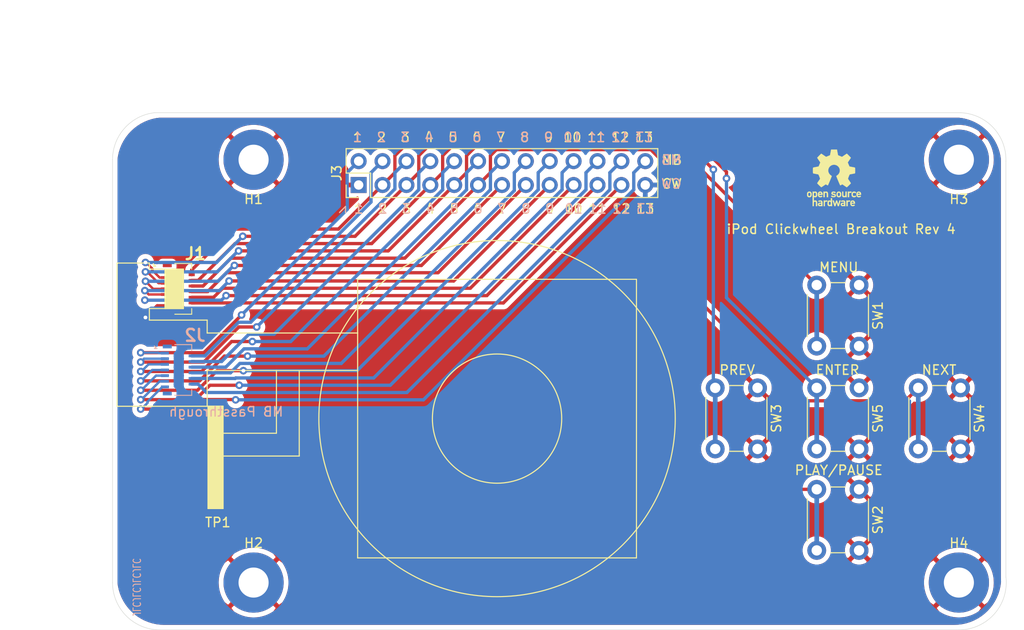
<source format=kicad_pcb>
(kicad_pcb (version 20171130) (host pcbnew "(5.1.5)-3")

  (general
    (thickness 1.6)
    (drawings 82)
    (tracks 259)
    (zones 0)
    (modules 14)
    (nets 31)
  )

  (page A4)
  (layers
    (0 F.Cu signal)
    (31 B.Cu signal)
    (32 B.Adhes user)
    (33 F.Adhes user)
    (34 B.Paste user)
    (35 F.Paste user)
    (36 B.SilkS user)
    (37 F.SilkS user)
    (38 B.Mask user)
    (39 F.Mask user)
    (40 Dwgs.User user)
    (41 Cmts.User user)
    (42 Eco1.User user)
    (43 Eco2.User user)
    (44 Edge.Cuts user)
    (45 Margin user)
    (46 B.CrtYd user)
    (47 F.CrtYd user)
    (48 B.Fab user)
    (49 F.Fab user)
  )

  (setup
    (last_trace_width 0.25)
    (user_trace_width 0.35)
    (user_trace_width 0.4)
    (user_trace_width 0.5)
    (trace_clearance 0.2)
    (zone_clearance 0.508)
    (zone_45_only no)
    (trace_min 0.2)
    (via_size 0.8)
    (via_drill 0.4)
    (via_min_size 0.4)
    (via_min_drill 0.3)
    (uvia_size 0.3)
    (uvia_drill 0.1)
    (uvias_allowed no)
    (uvia_min_size 0.2)
    (uvia_min_drill 0.1)
    (edge_width 0.05)
    (segment_width 0.2)
    (pcb_text_width 0.3)
    (pcb_text_size 1.5 1.5)
    (mod_edge_width 0.12)
    (mod_text_size 1 1)
    (mod_text_width 0.15)
    (pad_size 2 2)
    (pad_drill 1.1)
    (pad_to_mask_clearance 0.051)
    (solder_mask_min_width 0.25)
    (aux_axis_origin 0 0)
    (visible_elements 7FFFFFFF)
    (pcbplotparams
      (layerselection 0x010fc_ffffffff)
      (usegerberextensions false)
      (usegerberattributes false)
      (usegerberadvancedattributes false)
      (creategerberjobfile false)
      (excludeedgelayer true)
      (linewidth 0.100000)
      (plotframeref false)
      (viasonmask false)
      (mode 1)
      (useauxorigin false)
      (hpglpennumber 1)
      (hpglpenspeed 20)
      (hpglpendiameter 15.000000)
      (psnegative false)
      (psa4output false)
      (plotreference true)
      (plotvalue true)
      (plotinvisibletext false)
      (padsonsilk false)
      (subtractmaskfromsilk false)
      (outputformat 1)
      (mirror false)
      (drillshape 0)
      (scaleselection 1)
      (outputdirectory "../export/"))
  )

  (net 0 "")
  (net 1 GND)
  (net 2 VCC)
  (net 3 PB_MID_CW)
  (net 4 PB_LEFT_CW)
  (net 5 PB_UP_CW)
  (net 6 PB_RIGHT_CW)
  (net 7 P3_1_CW)
  (net 8 P1_7_CW)
  (net 9 P1_5_CW)
  (net 10 P1_3_CW)
  (net 11 P1_1_CW)
  (net 12 P1_0_CW)
  (net 13 "Net-(J1-PadMP1)")
  (net 14 "Net-(J1-PadMP2)")
  (net 15 VCC_MB)
  (net 16 P1_0_MB)
  (net 17 P1_1_MB)
  (net 18 P1_3_MB)
  (net 19 P1_5_MB)
  (net 20 P1_7_MB)
  (net 21 P3_1_MB)
  (net 22 PB_DOWN_MB)
  (net 23 PB_RIGHT_MB)
  (net 24 PB_UP_MB)
  (net 25 PB_LEFT_MB)
  (net 26 PB_MID_MB)
  (net 27 GND_MB)
  (net 28 "Net-(J2-PadMP1)")
  (net 29 "Net-(J2-PadMP2)")
  (net 30 PB_DOWN_CW)

  (net_class Default "This is the default net class."
    (clearance 0.2)
    (trace_width 0.25)
    (via_dia 0.8)
    (via_drill 0.4)
    (uvia_dia 0.3)
    (uvia_drill 0.1)
    (add_net GND)
    (add_net GND_MB)
    (add_net "Net-(J1-PadMP1)")
    (add_net "Net-(J1-PadMP2)")
    (add_net "Net-(J2-PadMP1)")
    (add_net "Net-(J2-PadMP2)")
    (add_net P1_0_CW)
    (add_net P1_0_MB)
    (add_net P1_1_CW)
    (add_net P1_1_MB)
    (add_net P1_3_CW)
    (add_net P1_3_MB)
    (add_net P1_5_CW)
    (add_net P1_5_MB)
    (add_net P1_7_CW)
    (add_net P1_7_MB)
    (add_net P3_1_CW)
    (add_net P3_1_MB)
    (add_net PB_DOWN_CW)
    (add_net PB_DOWN_MB)
    (add_net PB_LEFT_CW)
    (add_net PB_LEFT_MB)
    (add_net PB_MID_CW)
    (add_net PB_MID_MB)
    (add_net PB_RIGHT_CW)
    (add_net PB_RIGHT_MB)
    (add_net PB_UP_CW)
    (add_net PB_UP_MB)
    (add_net VCC)
    (add_net VCC_MB)
  )

  (module Symbol:OSHW-Logo_5.7x6mm_SilkScreen (layer F.Cu) (tedit 0) (tstamp 5F06B431)
    (at 156.718 66.929)
    (descr "Open Source Hardware Logo")
    (tags "Logo OSHW")
    (attr virtual)
    (fp_text reference REF** (at 0 0) (layer F.SilkS) hide
      (effects (font (size 1 1) (thickness 0.15)))
    )
    (fp_text value OSHW-Logo_5.7x6mm_SilkScreen (at 0.75 0) (layer F.Fab) hide
      (effects (font (size 1 1) (thickness 0.15)))
    )
    (fp_poly (pts (xy 0.376964 -2.709982) (xy 0.433812 -2.40843) (xy 0.853338 -2.235488) (xy 1.104984 -2.406605)
      (xy 1.175458 -2.45425) (xy 1.239163 -2.49679) (xy 1.293126 -2.532285) (xy 1.334373 -2.55879)
      (xy 1.359934 -2.574364) (xy 1.366895 -2.577722) (xy 1.379435 -2.569086) (xy 1.406231 -2.545208)
      (xy 1.44428 -2.509141) (xy 1.490579 -2.463933) (xy 1.542123 -2.412636) (xy 1.595909 -2.358299)
      (xy 1.648935 -2.303972) (xy 1.698195 -2.252705) (xy 1.740687 -2.207549) (xy 1.773407 -2.171554)
      (xy 1.793351 -2.14777) (xy 1.798119 -2.13981) (xy 1.791257 -2.125135) (xy 1.77202 -2.092986)
      (xy 1.74243 -2.046508) (xy 1.70451 -1.988844) (xy 1.660282 -1.92314) (xy 1.634654 -1.885664)
      (xy 1.587941 -1.817232) (xy 1.546432 -1.75548) (xy 1.51214 -1.703481) (xy 1.48708 -1.664308)
      (xy 1.473264 -1.641035) (xy 1.471188 -1.636145) (xy 1.475895 -1.622245) (xy 1.488723 -1.58985)
      (xy 1.507738 -1.543515) (xy 1.531003 -1.487794) (xy 1.556584 -1.427242) (xy 1.582545 -1.366414)
      (xy 1.60695 -1.309864) (xy 1.627863 -1.262148) (xy 1.643349 -1.227819) (xy 1.651472 -1.211432)
      (xy 1.651952 -1.210788) (xy 1.664707 -1.207659) (xy 1.698677 -1.200679) (xy 1.75034 -1.190533)
      (xy 1.816176 -1.177908) (xy 1.892664 -1.163491) (xy 1.93729 -1.155177) (xy 2.019021 -1.139616)
      (xy 2.092843 -1.124808) (xy 2.155021 -1.111564) (xy 2.201822 -1.100695) (xy 2.229509 -1.093011)
      (xy 2.235074 -1.090573) (xy 2.240526 -1.07407) (xy 2.244924 -1.0368) (xy 2.248272 -0.98312)
      (xy 2.250574 -0.917388) (xy 2.251832 -0.843963) (xy 2.252048 -0.767204) (xy 2.251227 -0.691468)
      (xy 2.249371 -0.621114) (xy 2.246482 -0.5605) (xy 2.242565 -0.513984) (xy 2.237622 -0.485925)
      (xy 2.234657 -0.480084) (xy 2.216934 -0.473083) (xy 2.179381 -0.463073) (xy 2.126964 -0.451231)
      (xy 2.064652 -0.438733) (xy 2.0429 -0.43469) (xy 1.938024 -0.41548) (xy 1.85518 -0.400009)
      (xy 1.79163 -0.387663) (xy 1.744637 -0.377827) (xy 1.711463 -0.369886) (xy 1.689371 -0.363224)
      (xy 1.675624 -0.357227) (xy 1.667484 -0.351281) (xy 1.666345 -0.350106) (xy 1.654977 -0.331174)
      (xy 1.637635 -0.294331) (xy 1.61605 -0.244087) (xy 1.591954 -0.184954) (xy 1.567079 -0.121444)
      (xy 1.543157 -0.058068) (xy 1.521919 0.000662) (xy 1.505097 0.050235) (xy 1.494422 0.086139)
      (xy 1.491627 0.103862) (xy 1.49186 0.104483) (xy 1.501331 0.11897) (xy 1.522818 0.150844)
      (xy 1.554063 0.196789) (xy 1.592807 0.253485) (xy 1.636793 0.317617) (xy 1.649319 0.335842)
      (xy 1.693984 0.401914) (xy 1.733288 0.4622) (xy 1.765088 0.513235) (xy 1.787245 0.55156)
      (xy 1.797617 0.573711) (xy 1.798119 0.576432) (xy 1.789405 0.590736) (xy 1.765325 0.619072)
      (xy 1.728976 0.658396) (xy 1.683453 0.705661) (xy 1.631852 0.757823) (xy 1.577267 0.811835)
      (xy 1.522794 0.864653) (xy 1.471529 0.913231) (xy 1.426567 0.954523) (xy 1.391004 0.985485)
      (xy 1.367935 1.00307) (xy 1.361554 1.005941) (xy 1.346699 0.999178) (xy 1.316286 0.980939)
      (xy 1.275268 0.954297) (xy 1.243709 0.932852) (xy 1.186525 0.893503) (xy 1.118806 0.847171)
      (xy 1.05088 0.800913) (xy 1.014361 0.776155) (xy 0.890752 0.692547) (xy 0.786991 0.74865)
      (xy 0.73972 0.773228) (xy 0.699523 0.792331) (xy 0.672326 0.803227) (xy 0.665402 0.804743)
      (xy 0.657077 0.793549) (xy 0.640654 0.761917) (xy 0.617357 0.712765) (xy 0.588414 0.64901)
      (xy 0.55505 0.573571) (xy 0.518491 0.489364) (xy 0.479964 0.399308) (xy 0.440694 0.306321)
      (xy 0.401908 0.21332) (xy 0.36483 0.123223) (xy 0.330689 0.038948) (xy 0.300708 -0.036587)
      (xy 0.276116 -0.100466) (xy 0.258136 -0.149769) (xy 0.247997 -0.181579) (xy 0.246366 -0.192504)
      (xy 0.259291 -0.206439) (xy 0.287589 -0.22906) (xy 0.325346 -0.255667) (xy 0.328515 -0.257772)
      (xy 0.4261 -0.335886) (xy 0.504786 -0.427018) (xy 0.563891 -0.528255) (xy 0.602732 -0.636682)
      (xy 0.620628 -0.749386) (xy 0.616897 -0.863452) (xy 0.590857 -0.975966) (xy 0.541825 -1.084015)
      (xy 0.5274 -1.107655) (xy 0.452369 -1.203113) (xy 0.36373 -1.279768) (xy 0.264549 -1.33722)
      (xy 0.157895 -1.375071) (xy 0.046836 -1.392922) (xy -0.065561 -1.390375) (xy -0.176227 -1.36703)
      (xy -0.282094 -1.32249) (xy -0.380095 -1.256355) (xy -0.41041 -1.229513) (xy -0.487562 -1.145488)
      (xy -0.543782 -1.057034) (xy -0.582347 -0.957885) (xy -0.603826 -0.859697) (xy -0.609128 -0.749303)
      (xy -0.591448 -0.63836) (xy -0.552581 -0.530619) (xy -0.494323 -0.429831) (xy -0.418469 -0.339744)
      (xy -0.326817 -0.264108) (xy -0.314772 -0.256136) (xy -0.276611 -0.230026) (xy -0.247601 -0.207405)
      (xy -0.233732 -0.192961) (xy -0.233531 -0.192504) (xy -0.236508 -0.176879) (xy -0.248311 -0.141418)
      (xy -0.267714 -0.089038) (xy -0.293488 -0.022655) (xy -0.324409 0.054814) (xy -0.359249 0.14045)
      (xy -0.396783 0.231337) (xy -0.435783 0.324559) (xy -0.475023 0.417197) (xy -0.513276 0.506335)
      (xy -0.549317 0.589055) (xy -0.581917 0.662441) (xy -0.609852 0.723575) (xy -0.631895 0.769541)
      (xy -0.646818 0.797421) (xy -0.652828 0.804743) (xy -0.671191 0.799041) (xy -0.705552 0.783749)
      (xy -0.749984 0.761599) (xy -0.774417 0.74865) (xy -0.878178 0.692547) (xy -1.001787 0.776155)
      (xy -1.064886 0.818987) (xy -1.13397 0.866122) (xy -1.198707 0.910503) (xy -1.231134 0.932852)
      (xy -1.276741 0.963477) (xy -1.31536 0.987747) (xy -1.341952 1.002587) (xy -1.35059 1.005724)
      (xy -1.363161 0.997261) (xy -1.390984 0.973636) (xy -1.431361 0.937302) (xy -1.481595 0.890711)
      (xy -1.538988 0.836317) (xy -1.575286 0.801392) (xy -1.63879 0.738996) (xy -1.693673 0.683188)
      (xy -1.737714 0.636354) (xy -1.768695 0.600882) (xy -1.784398 0.579161) (xy -1.785905 0.574752)
      (xy -1.778914 0.557985) (xy -1.759594 0.524082) (xy -1.730091 0.476476) (xy -1.692545 0.418599)
      (xy -1.6491 0.353884) (xy -1.636745 0.335842) (xy -1.591727 0.270267) (xy -1.55134 0.211228)
      (xy -1.51784 0.162042) (xy -1.493486 0.126028) (xy -1.480536 0.106502) (xy -1.479285 0.104483)
      (xy -1.481156 0.088922) (xy -1.491087 0.054709) (xy -1.507347 0.006355) (xy -1.528205 -0.051629)
      (xy -1.551927 -0.11473) (xy -1.576784 -0.178437) (xy -1.601042 -0.238239) (xy -1.622971 -0.289624)
      (xy -1.640838 -0.328081) (xy -1.652913 -0.349098) (xy -1.653771 -0.350106) (xy -1.661154 -0.356112)
      (xy -1.673625 -0.362052) (xy -1.69392 -0.36854) (xy -1.724778 -0.376191) (xy -1.768934 -0.38562)
      (xy -1.829126 -0.397441) (xy -1.908093 -0.412271) (xy -2.00857 -0.430723) (xy -2.030325 -0.43469)
      (xy -2.094802 -0.447147) (xy -2.151011 -0.459334) (xy -2.193987 -0.470074) (xy -2.21876 -0.478191)
      (xy -2.222082 -0.480084) (xy -2.227556 -0.496862) (xy -2.232006 -0.534355) (xy -2.235428 -0.588206)
      (xy -2.237819 -0.654056) (xy -2.239177 -0.727547) (xy -2.239499 -0.80432) (xy -2.238781 -0.880017)
      (xy -2.237021 -0.95028) (xy -2.234216 -1.01075) (xy -2.230362 -1.05707) (xy -2.225457 -1.084881)
      (xy -2.2225 -1.090573) (xy -2.206037 -1.096314) (xy -2.168551 -1.105655) (xy -2.113775 -1.117785)
      (xy -2.045445 -1.131893) (xy -1.967294 -1.14717) (xy -1.924716 -1.155177) (xy -1.843929 -1.170279)
      (xy -1.771887 -1.18396) (xy -1.712111 -1.195533) (xy -1.668121 -1.204313) (xy -1.643439 -1.209613)
      (xy -1.639377 -1.210788) (xy -1.632511 -1.224035) (xy -1.617998 -1.255943) (xy -1.597771 -1.301953)
      (xy -1.573766 -1.357508) (xy -1.547918 -1.418047) (xy -1.52216 -1.479014) (xy -1.498427 -1.535849)
      (xy -1.478654 -1.583994) (xy -1.464776 -1.61889) (xy -1.458726 -1.635979) (xy -1.458614 -1.636726)
      (xy -1.465472 -1.650207) (xy -1.484698 -1.68123) (xy -1.514272 -1.726711) (xy -1.552173 -1.783568)
      (xy -1.59638 -1.848717) (xy -1.622079 -1.886138) (xy -1.668907 -1.954753) (xy -1.710499 -2.017048)
      (xy -1.744825 -2.069871) (xy -1.769857 -2.110073) (xy -1.783565 -2.1345) (xy -1.785544 -2.139976)
      (xy -1.777034 -2.152722) (xy -1.753507 -2.179937) (xy -1.717968 -2.218572) (xy -1.673423 -2.265577)
      (xy -1.622877 -2.317905) (xy -1.569336 -2.372505) (xy -1.515805 -2.42633) (xy -1.465289 -2.47633)
      (xy -1.420794 -2.519457) (xy -1.385325 -2.552661) (xy -1.361887 -2.572894) (xy -1.354046 -2.577722)
      (xy -1.34128 -2.570933) (xy -1.310744 -2.551858) (xy -1.26541 -2.522439) (xy -1.208244 -2.484619)
      (xy -1.142216 -2.440339) (xy -1.09241 -2.406605) (xy -0.840764 -2.235488) (xy -0.631001 -2.321959)
      (xy -0.421237 -2.40843) (xy -0.364389 -2.709982) (xy -0.30754 -3.011534) (xy 0.320115 -3.011534)
      (xy 0.376964 -2.709982)) (layer F.SilkS) (width 0.01))
    (fp_poly (pts (xy 1.79946 1.45803) (xy 1.842711 1.471245) (xy 1.870558 1.487941) (xy 1.879629 1.501145)
      (xy 1.877132 1.516797) (xy 1.860931 1.541385) (xy 1.847232 1.5588) (xy 1.818992 1.590283)
      (xy 1.797775 1.603529) (xy 1.779688 1.602664) (xy 1.726035 1.58901) (xy 1.68663 1.58963)
      (xy 1.654632 1.605104) (xy 1.64389 1.614161) (xy 1.609505 1.646027) (xy 1.609505 2.062179)
      (xy 1.471188 2.062179) (xy 1.471188 1.458614) (xy 1.540347 1.458614) (xy 1.581869 1.460256)
      (xy 1.603291 1.466087) (xy 1.609502 1.477461) (xy 1.609505 1.477798) (xy 1.612439 1.489713)
      (xy 1.625704 1.488159) (xy 1.644084 1.479563) (xy 1.682046 1.463568) (xy 1.712872 1.453945)
      (xy 1.752536 1.451478) (xy 1.79946 1.45803)) (layer F.SilkS) (width 0.01))
    (fp_poly (pts (xy -0.754012 1.469002) (xy -0.722717 1.48395) (xy -0.692409 1.505541) (xy -0.669318 1.530391)
      (xy -0.6525 1.562087) (xy -0.641006 1.604214) (xy -0.633891 1.660358) (xy -0.630207 1.734106)
      (xy -0.629008 1.829044) (xy -0.628989 1.838985) (xy -0.628713 2.062179) (xy -0.76703 2.062179)
      (xy -0.76703 1.856418) (xy -0.767128 1.780189) (xy -0.767809 1.724939) (xy -0.769651 1.686501)
      (xy -0.773233 1.660706) (xy -0.779132 1.643384) (xy -0.787927 1.630368) (xy -0.80018 1.617507)
      (xy -0.843047 1.589873) (xy -0.889843 1.584745) (xy -0.934424 1.602217) (xy -0.949928 1.615221)
      (xy -0.96131 1.627447) (xy -0.969481 1.64054) (xy -0.974974 1.658615) (xy -0.97832 1.685787)
      (xy -0.980051 1.72617) (xy -0.980697 1.783879) (xy -0.980792 1.854132) (xy -0.980792 2.062179)
      (xy -1.119109 2.062179) (xy -1.119109 1.458614) (xy -1.04995 1.458614) (xy -1.008428 1.460256)
      (xy -0.987006 1.466087) (xy -0.980795 1.477461) (xy -0.980792 1.477798) (xy -0.97791 1.488938)
      (xy -0.965199 1.487674) (xy -0.939926 1.475434) (xy -0.882605 1.457424) (xy -0.817037 1.455421)
      (xy -0.754012 1.469002)) (layer F.SilkS) (width 0.01))
    (fp_poly (pts (xy 2.677898 1.456457) (xy 2.710096 1.464279) (xy 2.771825 1.492921) (xy 2.82461 1.536667)
      (xy 2.861141 1.589117) (xy 2.86616 1.600893) (xy 2.873045 1.63174) (xy 2.877864 1.677371)
      (xy 2.879505 1.723492) (xy 2.879505 1.810693) (xy 2.697178 1.810693) (xy 2.621979 1.810978)
      (xy 2.569003 1.812704) (xy 2.535325 1.817181) (xy 2.51802 1.82572) (xy 2.514163 1.83963)
      (xy 2.520829 1.860222) (xy 2.53277 1.884315) (xy 2.56608 1.924525) (xy 2.612368 1.944558)
      (xy 2.668944 1.943905) (xy 2.733031 1.922101) (xy 2.788417 1.895193) (xy 2.834375 1.931532)
      (xy 2.880333 1.967872) (xy 2.837096 2.007819) (xy 2.779374 2.045563) (xy 2.708386 2.06832)
      (xy 2.632029 2.074688) (xy 2.558199 2.063268) (xy 2.546287 2.059393) (xy 2.481399 2.025506)
      (xy 2.43313 1.974986) (xy 2.400465 1.906325) (xy 2.382385 1.818014) (xy 2.382175 1.816121)
      (xy 2.380556 1.719878) (xy 2.3871 1.685542) (xy 2.514852 1.685542) (xy 2.526584 1.690822)
      (xy 2.558438 1.694867) (xy 2.605397 1.697176) (xy 2.635154 1.697525) (xy 2.690648 1.697306)
      (xy 2.725346 1.695916) (xy 2.743601 1.692251) (xy 2.749766 1.68521) (xy 2.748195 1.67369)
      (xy 2.746878 1.669233) (xy 2.724382 1.627355) (xy 2.689003 1.593604) (xy 2.65778 1.578773)
      (xy 2.616301 1.579668) (xy 2.574269 1.598164) (xy 2.539012 1.628786) (xy 2.517854 1.666062)
      (xy 2.514852 1.685542) (xy 2.3871 1.685542) (xy 2.39669 1.635229) (xy 2.428698 1.564191)
      (xy 2.474701 1.508779) (xy 2.532821 1.471009) (xy 2.60118 1.452896) (xy 2.677898 1.456457)) (layer F.SilkS) (width 0.01))
    (fp_poly (pts (xy 2.217226 1.46388) (xy 2.29008 1.49483) (xy 2.313027 1.509895) (xy 2.342354 1.533048)
      (xy 2.360764 1.551253) (xy 2.363961 1.557183) (xy 2.354935 1.57034) (xy 2.331837 1.592667)
      (xy 2.313344 1.60825) (xy 2.262728 1.648926) (xy 2.22276 1.615295) (xy 2.191874 1.593584)
      (xy 2.161759 1.58609) (xy 2.127292 1.58792) (xy 2.072561 1.601528) (xy 2.034886 1.629772)
      (xy 2.011991 1.675433) (xy 2.001597 1.741289) (xy 2.001595 1.741331) (xy 2.002494 1.814939)
      (xy 2.016463 1.868946) (xy 2.044328 1.905716) (xy 2.063325 1.918168) (xy 2.113776 1.933673)
      (xy 2.167663 1.933683) (xy 2.214546 1.918638) (xy 2.225644 1.911287) (xy 2.253476 1.892511)
      (xy 2.275236 1.889434) (xy 2.298704 1.903409) (xy 2.324649 1.92851) (xy 2.365716 1.97088)
      (xy 2.320121 2.008464) (xy 2.249674 2.050882) (xy 2.170233 2.071785) (xy 2.087215 2.070272)
      (xy 2.032694 2.056411) (xy 1.96897 2.022135) (xy 1.918005 1.968212) (xy 1.894851 1.930149)
      (xy 1.876099 1.875536) (xy 1.866715 1.806369) (xy 1.866643 1.731407) (xy 1.875824 1.659409)
      (xy 1.894199 1.599137) (xy 1.897093 1.592958) (xy 1.939952 1.532351) (xy 1.997979 1.488224)
      (xy 2.066591 1.461493) (xy 2.141201 1.453073) (xy 2.217226 1.46388)) (layer F.SilkS) (width 0.01))
    (fp_poly (pts (xy 0.993367 1.654342) (xy 0.994555 1.746563) (xy 0.998897 1.81661) (xy 1.007558 1.867381)
      (xy 1.021704 1.901772) (xy 1.0425 1.922679) (xy 1.07111 1.933) (xy 1.106535 1.935636)
      (xy 1.143636 1.932682) (xy 1.171818 1.921889) (xy 1.192243 1.90036) (xy 1.206079 1.865199)
      (xy 1.214491 1.81351) (xy 1.218643 1.742394) (xy 1.219703 1.654342) (xy 1.219703 1.458614)
      (xy 1.35802 1.458614) (xy 1.35802 2.062179) (xy 1.288862 2.062179) (xy 1.24717 2.060489)
      (xy 1.225701 2.054556) (xy 1.219703 2.043293) (xy 1.216091 2.033261) (xy 1.201714 2.035383)
      (xy 1.172736 2.04958) (xy 1.106319 2.07148) (xy 1.035875 2.069928) (xy 0.968377 2.046147)
      (xy 0.936233 2.027362) (xy 0.911715 2.007022) (xy 0.893804 1.981573) (xy 0.881479 1.947458)
      (xy 0.873723 1.901121) (xy 0.869516 1.839007) (xy 0.86784 1.757561) (xy 0.867624 1.694578)
      (xy 0.867624 1.458614) (xy 0.993367 1.458614) (xy 0.993367 1.654342)) (layer F.SilkS) (width 0.01))
    (fp_poly (pts (xy 0.610762 1.466055) (xy 0.674363 1.500692) (xy 0.724123 1.555372) (xy 0.747568 1.599842)
      (xy 0.757634 1.639121) (xy 0.764156 1.695116) (xy 0.766951 1.759621) (xy 0.765836 1.824429)
      (xy 0.760626 1.881334) (xy 0.754541 1.911727) (xy 0.734014 1.953306) (xy 0.698463 1.997468)
      (xy 0.655619 2.036087) (xy 0.613211 2.061034) (xy 0.612177 2.06143) (xy 0.559553 2.072331)
      (xy 0.497188 2.072601) (xy 0.437924 2.062676) (xy 0.41504 2.054722) (xy 0.356102 2.0213)
      (xy 0.31389 1.977511) (xy 0.286156 1.919538) (xy 0.270651 1.843565) (xy 0.267143 1.803771)
      (xy 0.26759 1.753766) (xy 0.402376 1.753766) (xy 0.406917 1.826732) (xy 0.419986 1.882334)
      (xy 0.440756 1.917861) (xy 0.455552 1.92802) (xy 0.493464 1.935104) (xy 0.538527 1.933007)
      (xy 0.577487 1.922812) (xy 0.587704 1.917204) (xy 0.614659 1.884538) (xy 0.632451 1.834545)
      (xy 0.640024 1.773705) (xy 0.636325 1.708497) (xy 0.628057 1.669253) (xy 0.60432 1.623805)
      (xy 0.566849 1.595396) (xy 0.52172 1.585573) (xy 0.475011 1.595887) (xy 0.439132 1.621112)
      (xy 0.420277 1.641925) (xy 0.409272 1.662439) (xy 0.404026 1.690203) (xy 0.402449 1.732762)
      (xy 0.402376 1.753766) (xy 0.26759 1.753766) (xy 0.268094 1.69758) (xy 0.285388 1.610501)
      (xy 0.319029 1.54253) (xy 0.369018 1.493664) (xy 0.435356 1.463899) (xy 0.449601 1.460448)
      (xy 0.53521 1.452345) (xy 0.610762 1.466055)) (layer F.SilkS) (width 0.01))
    (fp_poly (pts (xy 0.014017 1.456452) (xy 0.061634 1.465482) (xy 0.111034 1.48437) (xy 0.116312 1.486777)
      (xy 0.153774 1.506476) (xy 0.179717 1.524781) (xy 0.188103 1.536508) (xy 0.180117 1.555632)
      (xy 0.16072 1.58385) (xy 0.15211 1.594384) (xy 0.116628 1.635847) (xy 0.070885 1.608858)
      (xy 0.02735 1.590878) (xy -0.02295 1.581267) (xy -0.071188 1.58066) (xy -0.108533 1.589691)
      (xy -0.117495 1.595327) (xy -0.134563 1.621171) (xy -0.136637 1.650941) (xy -0.123866 1.674197)
      (xy -0.116312 1.678708) (xy -0.093675 1.684309) (xy -0.053885 1.690892) (xy -0.004834 1.697183)
      (xy 0.004215 1.69817) (xy 0.082996 1.711798) (xy 0.140136 1.734946) (xy 0.17803 1.769752)
      (xy 0.199079 1.818354) (xy 0.205635 1.877718) (xy 0.196577 1.945198) (xy 0.167164 1.998188)
      (xy 0.117278 2.036783) (xy 0.0468 2.061081) (xy -0.031435 2.070667) (xy -0.095234 2.070552)
      (xy -0.146984 2.061845) (xy -0.182327 2.049825) (xy -0.226983 2.02888) (xy -0.268253 2.004574)
      (xy -0.282921 1.993876) (xy -0.320643 1.963084) (xy -0.275148 1.917049) (xy -0.229653 1.871013)
      (xy -0.177928 1.905243) (xy -0.126048 1.930952) (xy -0.070649 1.944399) (xy -0.017395 1.945818)
      (xy 0.028049 1.935443) (xy 0.060016 1.913507) (xy 0.070338 1.894998) (xy 0.068789 1.865314)
      (xy 0.04314 1.842615) (xy -0.00654 1.82694) (xy -0.060969 1.819695) (xy -0.144736 1.805873)
      (xy -0.206967 1.779796) (xy -0.248493 1.740699) (xy -0.270147 1.68782) (xy -0.273147 1.625126)
      (xy -0.258329 1.559642) (xy -0.224546 1.510144) (xy -0.171495 1.476408) (xy -0.098874 1.458207)
      (xy -0.045072 1.454639) (xy 0.014017 1.456452)) (layer F.SilkS) (width 0.01))
    (fp_poly (pts (xy -1.356699 1.472614) (xy -1.344168 1.478514) (xy -1.300799 1.510283) (xy -1.25979 1.556646)
      (xy -1.229168 1.607696) (xy -1.220459 1.631166) (xy -1.212512 1.673091) (xy -1.207774 1.723757)
      (xy -1.207199 1.744679) (xy -1.207129 1.810693) (xy -1.587083 1.810693) (xy -1.578983 1.845273)
      (xy -1.559104 1.88617) (xy -1.524347 1.921514) (xy -1.482998 1.944282) (xy -1.456649 1.94901)
      (xy -1.420916 1.943273) (xy -1.378282 1.928882) (xy -1.363799 1.922262) (xy -1.31024 1.895513)
      (xy -1.264533 1.930376) (xy -1.238158 1.953955) (xy -1.224124 1.973417) (xy -1.223414 1.979129)
      (xy -1.235951 1.992973) (xy -1.263428 2.014012) (xy -1.288366 2.030425) (xy -1.355664 2.05993)
      (xy -1.43111 2.073284) (xy -1.505888 2.069812) (xy -1.565495 2.051663) (xy -1.626941 2.012784)
      (xy -1.670608 1.961595) (xy -1.697926 1.895367) (xy -1.710322 1.811371) (xy -1.711421 1.772936)
      (xy -1.707022 1.684861) (xy -1.706482 1.682299) (xy -1.580582 1.682299) (xy -1.577115 1.690558)
      (xy -1.562863 1.695113) (xy -1.53347 1.697065) (xy -1.484575 1.697517) (xy -1.465748 1.697525)
      (xy -1.408467 1.696843) (xy -1.372141 1.694364) (xy -1.352604 1.689443) (xy -1.34569 1.681434)
      (xy -1.345445 1.678862) (xy -1.353336 1.658423) (xy -1.373085 1.629789) (xy -1.381575 1.619763)
      (xy -1.413094 1.591408) (xy -1.445949 1.580259) (xy -1.463651 1.579327) (xy -1.511539 1.590981)
      (xy -1.551699 1.622285) (xy -1.577173 1.667752) (xy -1.577625 1.669233) (xy -1.580582 1.682299)
      (xy -1.706482 1.682299) (xy -1.692392 1.61551) (xy -1.666038 1.560025) (xy -1.633807 1.520639)
      (xy -1.574217 1.477931) (xy -1.504168 1.455109) (xy -1.429661 1.453046) (xy -1.356699 1.472614)) (layer F.SilkS) (width 0.01))
    (fp_poly (pts (xy -2.538261 1.465148) (xy -2.472479 1.494231) (xy -2.42254 1.542793) (xy -2.388374 1.610908)
      (xy -2.369907 1.698651) (xy -2.368583 1.712351) (xy -2.367546 1.808939) (xy -2.380993 1.893602)
      (xy -2.408108 1.962221) (xy -2.422627 1.984294) (xy -2.473201 2.031011) (xy -2.537609 2.061268)
      (xy -2.609666 2.073824) (xy -2.683185 2.067439) (xy -2.739072 2.047772) (xy -2.787132 2.014629)
      (xy -2.826412 1.971175) (xy -2.827092 1.970158) (xy -2.843044 1.943338) (xy -2.85341 1.916368)
      (xy -2.859688 1.882332) (xy -2.863373 1.83431) (xy -2.864997 1.794931) (xy -2.865672 1.759219)
      (xy -2.739955 1.759219) (xy -2.738726 1.79477) (xy -2.734266 1.842094) (xy -2.726397 1.872465)
      (xy -2.712207 1.894072) (xy -2.698917 1.906694) (xy -2.651802 1.933122) (xy -2.602505 1.936653)
      (xy -2.556593 1.917639) (xy -2.533638 1.896331) (xy -2.517096 1.874859) (xy -2.507421 1.854313)
      (xy -2.503174 1.827574) (xy -2.50292 1.787523) (xy -2.504228 1.750638) (xy -2.507043 1.697947)
      (xy -2.511505 1.663772) (xy -2.519548 1.64148) (xy -2.533103 1.624442) (xy -2.543845 1.614703)
      (xy -2.588777 1.589123) (xy -2.637249 1.587847) (xy -2.677894 1.602999) (xy -2.712567 1.634642)
      (xy -2.733224 1.68662) (xy -2.739955 1.759219) (xy -2.865672 1.759219) (xy -2.866479 1.716621)
      (xy -2.863948 1.658056) (xy -2.856362 1.614007) (xy -2.842681 1.579248) (xy -2.821865 1.548551)
      (xy -2.814147 1.539436) (xy -2.765889 1.494021) (xy -2.714128 1.467493) (xy -2.650828 1.456379)
      (xy -2.619961 1.455471) (xy -2.538261 1.465148)) (layer F.SilkS) (width 0.01))
    (fp_poly (pts (xy 2.032581 2.40497) (xy 2.092685 2.420597) (xy 2.143021 2.452848) (xy 2.167393 2.47694)
      (xy 2.207345 2.533895) (xy 2.230242 2.599965) (xy 2.238108 2.681182) (xy 2.238148 2.687748)
      (xy 2.238218 2.753763) (xy 1.858264 2.753763) (xy 1.866363 2.788342) (xy 1.880987 2.819659)
      (xy 1.906581 2.852291) (xy 1.911935 2.8575) (xy 1.957943 2.885694) (xy 2.01041 2.890475)
      (xy 2.070803 2.871926) (xy 2.08104 2.866931) (xy 2.112439 2.851745) (xy 2.13347 2.843094)
      (xy 2.137139 2.842293) (xy 2.149948 2.850063) (xy 2.174378 2.869072) (xy 2.186779 2.87946)
      (xy 2.212476 2.903321) (xy 2.220915 2.919077) (xy 2.215058 2.933571) (xy 2.211928 2.937534)
      (xy 2.190725 2.954879) (xy 2.155738 2.975959) (xy 2.131337 2.988265) (xy 2.062072 3.009946)
      (xy 1.985388 3.016971) (xy 1.912765 3.008647) (xy 1.892426 3.002686) (xy 1.829476 2.968952)
      (xy 1.782815 2.917045) (xy 1.752173 2.846459) (xy 1.737282 2.756692) (xy 1.735647 2.709753)
      (xy 1.740421 2.641413) (xy 1.86099 2.641413) (xy 1.872652 2.646465) (xy 1.903998 2.650429)
      (xy 1.949571 2.652768) (xy 1.980446 2.653169) (xy 2.035981 2.652783) (xy 2.071033 2.650975)
      (xy 2.090262 2.646773) (xy 2.09833 2.639203) (xy 2.099901 2.628218) (xy 2.089121 2.594381)
      (xy 2.06198 2.56094) (xy 2.026277 2.535272) (xy 1.99056 2.524772) (xy 1.942048 2.534086)
      (xy 1.900053 2.561013) (xy 1.870936 2.599827) (xy 1.86099 2.641413) (xy 1.740421 2.641413)
      (xy 1.742599 2.610236) (xy 1.764055 2.530949) (xy 1.80047 2.471263) (xy 1.852297 2.430549)
      (xy 1.91999 2.408179) (xy 1.956662 2.403871) (xy 2.032581 2.40497)) (layer F.SilkS) (width 0.01))
    (fp_poly (pts (xy 1.635255 2.401486) (xy 1.683595 2.411015) (xy 1.711114 2.425125) (xy 1.740064 2.448568)
      (xy 1.698876 2.500571) (xy 1.673482 2.532064) (xy 1.656238 2.547428) (xy 1.639102 2.549776)
      (xy 1.614027 2.542217) (xy 1.602257 2.537941) (xy 1.55427 2.531631) (xy 1.510324 2.545156)
      (xy 1.47806 2.57571) (xy 1.472819 2.585452) (xy 1.467112 2.611258) (xy 1.462706 2.658817)
      (xy 1.459811 2.724758) (xy 1.458631 2.80571) (xy 1.458614 2.817226) (xy 1.458614 3.017822)
      (xy 1.320297 3.017822) (xy 1.320297 2.401683) (xy 1.389456 2.401683) (xy 1.429333 2.402725)
      (xy 1.450107 2.407358) (xy 1.457789 2.417849) (xy 1.458614 2.427745) (xy 1.458614 2.453806)
      (xy 1.491745 2.427745) (xy 1.529735 2.409965) (xy 1.58077 2.401174) (xy 1.635255 2.401486)) (layer F.SilkS) (width 0.01))
    (fp_poly (pts (xy 1.038411 2.405417) (xy 1.091411 2.41829) (xy 1.106731 2.42511) (xy 1.136428 2.442974)
      (xy 1.15922 2.463093) (xy 1.176083 2.488962) (xy 1.187998 2.524073) (xy 1.195942 2.57192)
      (xy 1.200894 2.635996) (xy 1.203831 2.719794) (xy 1.204947 2.775768) (xy 1.209052 3.017822)
      (xy 1.138932 3.017822) (xy 1.096393 3.016038) (xy 1.074476 3.009942) (xy 1.068812 2.999706)
      (xy 1.065821 2.988637) (xy 1.052451 2.990754) (xy 1.034233 2.999629) (xy 0.988624 3.013233)
      (xy 0.930007 3.016899) (xy 0.868354 3.010903) (xy 0.813638 2.995521) (xy 0.80873 2.993386)
      (xy 0.758723 2.958255) (xy 0.725756 2.909419) (xy 0.710587 2.852333) (xy 0.711746 2.831824)
      (xy 0.835508 2.831824) (xy 0.846413 2.859425) (xy 0.878745 2.879204) (xy 0.93091 2.889819)
      (xy 0.958787 2.891228) (xy 1.005247 2.88762) (xy 1.036129 2.873597) (xy 1.043664 2.866931)
      (xy 1.064076 2.830666) (xy 1.068812 2.797773) (xy 1.068812 2.753763) (xy 1.007513 2.753763)
      (xy 0.936256 2.757395) (xy 0.886276 2.768818) (xy 0.854696 2.788824) (xy 0.847626 2.797743)
      (xy 0.835508 2.831824) (xy 0.711746 2.831824) (xy 0.713971 2.792456) (xy 0.736663 2.735244)
      (xy 0.767624 2.69658) (xy 0.786376 2.679864) (xy 0.804733 2.668878) (xy 0.828619 2.66218)
      (xy 0.863957 2.658326) (xy 0.916669 2.655873) (xy 0.937577 2.655168) (xy 1.068812 2.650879)
      (xy 1.06862 2.611158) (xy 1.063537 2.569405) (xy 1.045162 2.544158) (xy 1.008039 2.52803)
      (xy 1.007043 2.527742) (xy 0.95441 2.5214) (xy 0.902906 2.529684) (xy 0.86463 2.549827)
      (xy 0.849272 2.559773) (xy 0.83273 2.558397) (xy 0.807275 2.543987) (xy 0.792328 2.533817)
      (xy 0.763091 2.512088) (xy 0.74498 2.4958) (xy 0.742074 2.491137) (xy 0.75404 2.467005)
      (xy 0.789396 2.438185) (xy 0.804753 2.428461) (xy 0.848901 2.411714) (xy 0.908398 2.402227)
      (xy 0.974487 2.400095) (xy 1.038411 2.405417)) (layer F.SilkS) (width 0.01))
    (fp_poly (pts (xy 0.281524 2.404237) (xy 0.331255 2.407971) (xy 0.461291 2.797773) (xy 0.481678 2.728614)
      (xy 0.493946 2.685874) (xy 0.510085 2.628115) (xy 0.527512 2.564625) (xy 0.536726 2.53057)
      (xy 0.571388 2.401683) (xy 0.714391 2.401683) (xy 0.671646 2.536857) (xy 0.650596 2.603342)
      (xy 0.625167 2.683539) (xy 0.59861 2.767193) (xy 0.574902 2.841782) (xy 0.520902 3.011535)
      (xy 0.462598 3.015328) (xy 0.404295 3.019122) (xy 0.372679 2.914734) (xy 0.353182 2.849889)
      (xy 0.331904 2.7784) (xy 0.313308 2.715263) (xy 0.312574 2.71275) (xy 0.298684 2.669969)
      (xy 0.286429 2.640779) (xy 0.277846 2.629741) (xy 0.276082 2.631018) (xy 0.269891 2.64813)
      (xy 0.258128 2.684787) (xy 0.242225 2.736378) (xy 0.223614 2.798294) (xy 0.213543 2.832352)
      (xy 0.159007 3.017822) (xy 0.043264 3.017822) (xy -0.049263 2.725471) (xy -0.075256 2.643462)
      (xy -0.098934 2.568987) (xy -0.11918 2.505544) (xy -0.134874 2.456632) (xy -0.144898 2.425749)
      (xy -0.147945 2.416726) (xy -0.145533 2.407487) (xy -0.126592 2.403441) (xy -0.087177 2.403846)
      (xy -0.081007 2.404152) (xy -0.007914 2.407971) (xy 0.039957 2.58401) (xy 0.057553 2.648211)
      (xy 0.073277 2.704649) (xy 0.085746 2.748422) (xy 0.093574 2.77463) (xy 0.09502 2.778903)
      (xy 0.101014 2.77399) (xy 0.113101 2.748532) (xy 0.129893 2.705997) (xy 0.150003 2.64985)
      (xy 0.167003 2.59913) (xy 0.231794 2.400504) (xy 0.281524 2.404237)) (layer F.SilkS) (width 0.01))
    (fp_poly (pts (xy -0.201188 3.017822) (xy -0.270346 3.017822) (xy -0.310488 3.016645) (xy -0.331394 3.011772)
      (xy -0.338922 3.001186) (xy -0.339505 2.994029) (xy -0.340774 2.979676) (xy -0.348779 2.976923)
      (xy -0.369815 2.985771) (xy -0.386173 2.994029) (xy -0.448977 3.013597) (xy -0.517248 3.014729)
      (xy -0.572752 3.000135) (xy -0.624438 2.964877) (xy -0.663838 2.912835) (xy -0.685413 2.85145)
      (xy -0.685962 2.848018) (xy -0.689167 2.810571) (xy -0.690761 2.756813) (xy -0.690633 2.716155)
      (xy -0.553279 2.716155) (xy -0.550097 2.770194) (xy -0.542859 2.814735) (xy -0.53306 2.839888)
      (xy -0.495989 2.87426) (xy -0.451974 2.886582) (xy -0.406584 2.876618) (xy -0.367797 2.846895)
      (xy -0.353108 2.826905) (xy -0.344519 2.80305) (xy -0.340496 2.76823) (xy -0.339505 2.71593)
      (xy -0.341278 2.664139) (xy -0.345963 2.618634) (xy -0.352603 2.588181) (xy -0.35371 2.585452)
      (xy -0.380491 2.553) (xy -0.419579 2.535183) (xy -0.463315 2.532306) (xy -0.504038 2.544674)
      (xy -0.534087 2.572593) (xy -0.537204 2.578148) (xy -0.546961 2.612022) (xy -0.552277 2.660728)
      (xy -0.553279 2.716155) (xy -0.690633 2.716155) (xy -0.690568 2.69554) (xy -0.689664 2.662563)
      (xy -0.683514 2.580981) (xy -0.670733 2.51973) (xy -0.649471 2.474449) (xy -0.617878 2.440779)
      (xy -0.587207 2.421014) (xy -0.544354 2.40712) (xy -0.491056 2.402354) (xy -0.43648 2.406236)
      (xy -0.389792 2.418282) (xy -0.365124 2.432693) (xy -0.339505 2.455878) (xy -0.339505 2.162773)
      (xy -0.201188 2.162773) (xy -0.201188 3.017822)) (layer F.SilkS) (width 0.01))
    (fp_poly (pts (xy -0.993356 2.40302) (xy -0.974539 2.40866) (xy -0.968473 2.421053) (xy -0.968218 2.426647)
      (xy -0.967129 2.44223) (xy -0.959632 2.444676) (xy -0.939381 2.433993) (xy -0.927351 2.426694)
      (xy -0.8894 2.411063) (xy -0.844072 2.403334) (xy -0.796544 2.40274) (xy -0.751995 2.408513)
      (xy -0.715602 2.419884) (xy -0.692543 2.436088) (xy -0.687996 2.456355) (xy -0.690291 2.461843)
      (xy -0.70702 2.484626) (xy -0.732963 2.512647) (xy -0.737655 2.517177) (xy -0.762383 2.538005)
      (xy -0.783718 2.544735) (xy -0.813555 2.540038) (xy -0.825508 2.536917) (xy -0.862705 2.529421)
      (xy -0.888859 2.532792) (xy -0.910946 2.544681) (xy -0.931178 2.560635) (xy -0.946079 2.5807)
      (xy -0.956434 2.608702) (xy -0.963029 2.648467) (xy -0.966649 2.703823) (xy -0.968078 2.778594)
      (xy -0.968218 2.82374) (xy -0.968218 3.017822) (xy -1.09396 3.017822) (xy -1.09396 2.401683)
      (xy -1.031089 2.401683) (xy -0.993356 2.40302)) (layer F.SilkS) (width 0.01))
    (fp_poly (pts (xy -1.38421 2.406555) (xy -1.325055 2.422339) (xy -1.280023 2.450948) (xy -1.248246 2.488419)
      (xy -1.238366 2.504411) (xy -1.231073 2.521163) (xy -1.225974 2.542592) (xy -1.222679 2.572616)
      (xy -1.220797 2.615154) (xy -1.219937 2.674122) (xy -1.219707 2.75344) (xy -1.219703 2.774484)
      (xy -1.219703 3.017822) (xy -1.280059 3.017822) (xy -1.318557 3.015126) (xy -1.347023 3.008295)
      (xy -1.354155 3.004083) (xy -1.373652 2.996813) (xy -1.393566 3.004083) (xy -1.426353 3.01316)
      (xy -1.473978 3.016813) (xy -1.526764 3.015228) (xy -1.575036 3.008589) (xy -1.603218 3.000072)
      (xy -1.657753 2.965063) (xy -1.691835 2.916479) (xy -1.707157 2.851882) (xy -1.707299 2.850223)
      (xy -1.705955 2.821566) (xy -1.584356 2.821566) (xy -1.573726 2.854161) (xy -1.55641 2.872505)
      (xy -1.521652 2.886379) (xy -1.475773 2.891917) (xy -1.428988 2.889191) (xy -1.391514 2.878274)
      (xy -1.381015 2.871269) (xy -1.362668 2.838904) (xy -1.35802 2.802111) (xy -1.35802 2.753763)
      (xy -1.427582 2.753763) (xy -1.493667 2.75885) (xy -1.543764 2.773263) (xy -1.574929 2.795729)
      (xy -1.584356 2.821566) (xy -1.705955 2.821566) (xy -1.703987 2.779647) (xy -1.68071 2.723845)
      (xy -1.636948 2.681647) (xy -1.630899 2.677808) (xy -1.604907 2.665309) (xy -1.572735 2.65774)
      (xy -1.52776 2.654061) (xy -1.474331 2.653216) (xy -1.35802 2.653169) (xy -1.35802 2.604411)
      (xy -1.362953 2.566581) (xy -1.375543 2.541236) (xy -1.377017 2.539887) (xy -1.405034 2.5288)
      (xy -1.447326 2.524503) (xy -1.494064 2.526615) (xy -1.535418 2.534756) (xy -1.559957 2.546965)
      (xy -1.573253 2.556746) (xy -1.587294 2.558613) (xy -1.606671 2.5506) (xy -1.635976 2.530739)
      (xy -1.679803 2.497063) (xy -1.683825 2.493909) (xy -1.681764 2.482236) (xy -1.664568 2.462822)
      (xy -1.638433 2.441248) (xy -1.609552 2.423096) (xy -1.600478 2.418809) (xy -1.56738 2.410256)
      (xy -1.51888 2.404155) (xy -1.464695 2.401708) (xy -1.462161 2.401703) (xy -1.38421 2.406555)) (layer F.SilkS) (width 0.01))
    (fp_poly (pts (xy -1.908759 1.469184) (xy -1.882247 1.482282) (xy -1.849553 1.505106) (xy -1.825725 1.529996)
      (xy -1.809406 1.561249) (xy -1.79924 1.603166) (xy -1.793872 1.660044) (xy -1.791944 1.736184)
      (xy -1.791831 1.768917) (xy -1.792161 1.840656) (xy -1.793527 1.891927) (xy -1.7965 1.927404)
      (xy -1.801649 1.951763) (xy -1.809543 1.96968) (xy -1.817757 1.981902) (xy -1.870187 2.033905)
      (xy -1.93193 2.065184) (xy -1.998536 2.074592) (xy -2.065558 2.06098) (xy -2.086792 2.051354)
      (xy -2.137624 2.024859) (xy -2.137624 2.440052) (xy -2.100525 2.420868) (xy -2.051643 2.406025)
      (xy -1.991561 2.402222) (xy -1.931564 2.409243) (xy -1.886256 2.425013) (xy -1.848675 2.455047)
      (xy -1.816564 2.498024) (xy -1.81415 2.502436) (xy -1.803967 2.523221) (xy -1.79653 2.54417)
      (xy -1.791411 2.569548) (xy -1.788181 2.603618) (xy -1.786413 2.650641) (xy -1.785677 2.714882)
      (xy -1.785544 2.787176) (xy -1.785544 3.017822) (xy -1.923861 3.017822) (xy -1.923861 2.592533)
      (xy -1.962549 2.559979) (xy -2.002738 2.53394) (xy -2.040797 2.529205) (xy -2.079066 2.541389)
      (xy -2.099462 2.55332) (xy -2.114642 2.570313) (xy -2.125438 2.595995) (xy -2.132683 2.633991)
      (xy -2.137208 2.687926) (xy -2.139844 2.761425) (xy -2.140772 2.810347) (xy -2.143911 3.011535)
      (xy -2.209926 3.015336) (xy -2.27594 3.019136) (xy -2.27594 1.77065) (xy -2.137624 1.77065)
      (xy -2.134097 1.840254) (xy -2.122215 1.888569) (xy -2.10002 1.918631) (xy -2.065559 1.933471)
      (xy -2.030742 1.936436) (xy -1.991329 1.933028) (xy -1.965171 1.919617) (xy -1.948814 1.901896)
      (xy -1.935937 1.882835) (xy -1.928272 1.861601) (xy -1.924861 1.831849) (xy -1.924749 1.787236)
      (xy -1.925897 1.74988) (xy -1.928532 1.693604) (xy -1.932456 1.656658) (xy -1.939063 1.633223)
      (xy -1.949749 1.61748) (xy -1.959833 1.60838) (xy -2.00197 1.588537) (xy -2.05184 1.585332)
      (xy -2.080476 1.592168) (xy -2.108828 1.616464) (xy -2.127609 1.663728) (xy -2.136712 1.733624)
      (xy -2.137624 1.77065) (xy -2.27594 1.77065) (xy -2.27594 1.458614) (xy -2.206782 1.458614)
      (xy -2.16526 1.460256) (xy -2.143838 1.466087) (xy -2.137626 1.477461) (xy -2.137624 1.477798)
      (xy -2.134742 1.488938) (xy -2.12203 1.487673) (xy -2.096757 1.475433) (xy -2.037869 1.456707)
      (xy -1.971615 1.454739) (xy -1.908759 1.469184)) (layer F.SilkS) (width 0.01))
  )

  (module Connector_PinHeader_2.54mm:PinHeader_2x13_P2.54mm_Vertical (layer F.Cu) (tedit 59FED5CC) (tstamp 5F047FB8)
    (at 106.172 67.691 90)
    (descr "Through hole straight pin header, 2x13, 2.54mm pitch, double rows")
    (tags "Through hole pin header THT 2x13 2.54mm double row")
    (path /5F051A3D)
    (fp_text reference J3 (at 1.27 -2.33 90) (layer F.SilkS)
      (effects (font (size 1 1) (thickness 0.15)))
    )
    (fp_text value Conn_02x13_Odd_Even (at -3.937 14.224 180) (layer F.Fab)
      (effects (font (size 1 1) (thickness 0.15)))
    )
    (fp_text user %R (at 1.27 15.24) (layer F.Fab)
      (effects (font (size 1 1) (thickness 0.15)))
    )
    (fp_line (start 4.35 -1.8) (end -1.8 -1.8) (layer F.CrtYd) (width 0.05))
    (fp_line (start 4.35 32.25) (end 4.35 -1.8) (layer F.CrtYd) (width 0.05))
    (fp_line (start -1.8 32.25) (end 4.35 32.25) (layer F.CrtYd) (width 0.05))
    (fp_line (start -1.8 -1.8) (end -1.8 32.25) (layer F.CrtYd) (width 0.05))
    (fp_line (start -1.33 -1.33) (end 0 -1.33) (layer F.SilkS) (width 0.12))
    (fp_line (start -1.33 0) (end -1.33 -1.33) (layer F.SilkS) (width 0.12))
    (fp_line (start 1.27 -1.33) (end 3.87 -1.33) (layer F.SilkS) (width 0.12))
    (fp_line (start 1.27 1.27) (end 1.27 -1.33) (layer F.SilkS) (width 0.12))
    (fp_line (start -1.33 1.27) (end 1.27 1.27) (layer F.SilkS) (width 0.12))
    (fp_line (start 3.87 -1.33) (end 3.87 31.81) (layer F.SilkS) (width 0.12))
    (fp_line (start -1.33 1.27) (end -1.33 31.81) (layer F.SilkS) (width 0.12))
    (fp_line (start -1.33 31.81) (end 3.87 31.81) (layer F.SilkS) (width 0.12))
    (fp_line (start -1.27 0) (end 0 -1.27) (layer F.Fab) (width 0.1))
    (fp_line (start -1.27 31.75) (end -1.27 0) (layer F.Fab) (width 0.1))
    (fp_line (start 3.81 31.75) (end -1.27 31.75) (layer F.Fab) (width 0.1))
    (fp_line (start 3.81 -1.27) (end 3.81 31.75) (layer F.Fab) (width 0.1))
    (fp_line (start 0 -1.27) (end 3.81 -1.27) (layer F.Fab) (width 0.1))
    (pad 26 thru_hole oval (at 2.54 30.48 90) (size 1.7 1.7) (drill 1) (layers *.Cu *.Mask)
      (net 15 VCC_MB))
    (pad 25 thru_hole oval (at 0 30.48 90) (size 1.7 1.7) (drill 1) (layers *.Cu *.Mask)
      (net 2 VCC))
    (pad 24 thru_hole oval (at 2.54 27.94 90) (size 1.7 1.7) (drill 1) (layers *.Cu *.Mask)
      (net 16 P1_0_MB))
    (pad 23 thru_hole oval (at 0 27.94 90) (size 1.7 1.7) (drill 1) (layers *.Cu *.Mask)
      (net 12 P1_0_CW))
    (pad 22 thru_hole oval (at 2.54 25.4 90) (size 1.7 1.7) (drill 1) (layers *.Cu *.Mask)
      (net 17 P1_1_MB))
    (pad 21 thru_hole oval (at 0 25.4 90) (size 1.7 1.7) (drill 1) (layers *.Cu *.Mask)
      (net 11 P1_1_CW))
    (pad 20 thru_hole oval (at 2.54 22.86 90) (size 1.7 1.7) (drill 1) (layers *.Cu *.Mask)
      (net 18 P1_3_MB))
    (pad 19 thru_hole oval (at 0 22.86 90) (size 1.7 1.7) (drill 1) (layers *.Cu *.Mask)
      (net 10 P1_3_CW))
    (pad 18 thru_hole oval (at 2.54 20.32 90) (size 1.7 1.7) (drill 1) (layers *.Cu *.Mask)
      (net 19 P1_5_MB))
    (pad 17 thru_hole oval (at 0 20.32 90) (size 1.7 1.7) (drill 1) (layers *.Cu *.Mask)
      (net 9 P1_5_CW))
    (pad 16 thru_hole oval (at 2.54 17.78 90) (size 1.7 1.7) (drill 1) (layers *.Cu *.Mask)
      (net 20 P1_7_MB))
    (pad 15 thru_hole oval (at 0 17.78 90) (size 1.7 1.7) (drill 1) (layers *.Cu *.Mask)
      (net 8 P1_7_CW))
    (pad 14 thru_hole oval (at 2.54 15.24 90) (size 1.7 1.7) (drill 1) (layers *.Cu *.Mask)
      (net 21 P3_1_MB))
    (pad 13 thru_hole oval (at 0 15.24 90) (size 1.7 1.7) (drill 1) (layers *.Cu *.Mask)
      (net 7 P3_1_CW))
    (pad 12 thru_hole oval (at 2.54 12.7 90) (size 1.7 1.7) (drill 1) (layers *.Cu *.Mask)
      (net 22 PB_DOWN_MB))
    (pad 11 thru_hole oval (at 0 12.7 90) (size 1.7 1.7) (drill 1) (layers *.Cu *.Mask)
      (net 30 PB_DOWN_CW))
    (pad 10 thru_hole oval (at 2.54 10.16 90) (size 1.7 1.7) (drill 1) (layers *.Cu *.Mask)
      (net 23 PB_RIGHT_MB))
    (pad 9 thru_hole oval (at 0 10.16 90) (size 1.7 1.7) (drill 1) (layers *.Cu *.Mask)
      (net 6 PB_RIGHT_CW))
    (pad 8 thru_hole oval (at 2.54 7.62 90) (size 1.7 1.7) (drill 1) (layers *.Cu *.Mask)
      (net 24 PB_UP_MB))
    (pad 7 thru_hole oval (at 0 7.62 90) (size 1.7 1.7) (drill 1) (layers *.Cu *.Mask)
      (net 5 PB_UP_CW))
    (pad 6 thru_hole oval (at 2.54 5.08 90) (size 1.7 1.7) (drill 1) (layers *.Cu *.Mask)
      (net 25 PB_LEFT_MB))
    (pad 5 thru_hole oval (at 0 5.08 90) (size 1.7 1.7) (drill 1) (layers *.Cu *.Mask)
      (net 4 PB_LEFT_CW))
    (pad 4 thru_hole oval (at 2.54 2.54 90) (size 1.7 1.7) (drill 1) (layers *.Cu *.Mask)
      (net 26 PB_MID_MB))
    (pad 3 thru_hole oval (at 0 2.54 90) (size 1.7 1.7) (drill 1) (layers *.Cu *.Mask)
      (net 3 PB_MID_CW))
    (pad 2 thru_hole oval (at 2.54 0 90) (size 1.7 1.7) (drill 1) (layers *.Cu *.Mask)
      (net 27 GND_MB))
    (pad 1 thru_hole rect (at 0 0 90) (size 1.7 1.7) (drill 1) (layers *.Cu *.Mask)
      (net 1 GND))
    (model ${KISYS3DMOD}/Connector_PinHeader_2.54mm.3dshapes/PinHeader_2x13_P2.54mm_Vertical.wrl
      (at (xyz 0 0 0))
      (scale (xyz 1 1 1))
      (rotate (xyz 0 0 0))
    )
  )

  (module MountingHole:MountingHole_3.2mm_M3_Pad (layer F.Cu) (tedit 56D1B4CB) (tstamp 5EEFDCF7)
    (at 170 110)
    (descr "Mounting Hole 3.2mm, M3")
    (tags "mounting hole 3.2mm m3")
    (path /5EF3E496)
    (attr virtual)
    (fp_text reference H4 (at 0 -4.2) (layer F.SilkS)
      (effects (font (size 1 1) (thickness 0.15)))
    )
    (fp_text value MountingHole_Pad (at 0 4.2) (layer F.Fab)
      (effects (font (size 1 1) (thickness 0.15)))
    )
    (fp_circle (center 0 0) (end 3.45 0) (layer F.CrtYd) (width 0.05))
    (fp_circle (center 0 0) (end 3.2 0) (layer Cmts.User) (width 0.15))
    (fp_text user %R (at 0.3 0) (layer F.Fab)
      (effects (font (size 1 1) (thickness 0.15)))
    )
    (pad 1 thru_hole circle (at 0 0) (size 6.4 6.4) (drill 3.2) (layers *.Cu *.Mask)
      (net 1 GND))
  )

  (module MountingHole:MountingHole_3.2mm_M3_Pad (layer F.Cu) (tedit 56D1B4CB) (tstamp 5EEFDCE7)
    (at 170 65 180)
    (descr "Mounting Hole 3.2mm, M3")
    (tags "mounting hole 3.2mm m3")
    (path /5EF3E954)
    (attr virtual)
    (fp_text reference H3 (at 0 -4.2) (layer F.SilkS)
      (effects (font (size 1 1) (thickness 0.15)))
    )
    (fp_text value MountingHole_Pad (at 0 4.2) (layer F.Fab)
      (effects (font (size 1 1) (thickness 0.15)))
    )
    (fp_circle (center 0 0) (end 3.45 0) (layer F.CrtYd) (width 0.05))
    (fp_circle (center 0 0) (end 3.2 0) (layer Cmts.User) (width 0.15))
    (fp_text user %R (at 0.3 0) (layer F.Fab)
      (effects (font (size 1 1) (thickness 0.15)))
    )
    (pad 1 thru_hole circle (at 0 0 180) (size 6.4 6.4) (drill 3.2) (layers *.Cu *.Mask)
      (net 1 GND))
  )

  (module MountingHole:MountingHole_3.2mm_M3_Pad (layer F.Cu) (tedit 56D1B4CB) (tstamp 5EEFDCD7)
    (at 95 110)
    (descr "Mounting Hole 3.2mm, M3")
    (tags "mounting hole 3.2mm m3")
    (path /5EF3ECD2)
    (attr virtual)
    (fp_text reference H2 (at 0 -4.2) (layer F.SilkS)
      (effects (font (size 1 1) (thickness 0.15)))
    )
    (fp_text value MountingHole_Pad (at 0 4.2) (layer F.Fab)
      (effects (font (size 1 1) (thickness 0.15)))
    )
    (fp_circle (center 0 0) (end 3.45 0) (layer F.CrtYd) (width 0.05))
    (fp_circle (center 0 0) (end 3.2 0) (layer Cmts.User) (width 0.15))
    (fp_text user %R (at 0.3 0) (layer F.Fab)
      (effects (font (size 1 1) (thickness 0.15)))
    )
    (pad 1 thru_hole circle (at 0 0) (size 6.4 6.4) (drill 3.2) (layers *.Cu *.Mask)
      (net 1 GND))
  )

  (module MountingHole:MountingHole_3.2mm_M3_Pad (layer F.Cu) (tedit 56D1B4CB) (tstamp 5EEFDFB7)
    (at 95 65 180)
    (descr "Mounting Hole 3.2mm, M3")
    (tags "mounting hole 3.2mm m3")
    (path /5EF3EE23)
    (attr virtual)
    (fp_text reference H1 (at 0 -4.2) (layer F.SilkS)
      (effects (font (size 1 1) (thickness 0.15)))
    )
    (fp_text value MountingHole_Pad (at 0 4.2) (layer F.Fab)
      (effects (font (size 1 1) (thickness 0.15)))
    )
    (fp_circle (center 0 0) (end 3.45 0) (layer F.CrtYd) (width 0.05))
    (fp_circle (center 0 0) (end 3.2 0) (layer Cmts.User) (width 0.15))
    (fp_text user %R (at 0.3 0) (layer F.Fab)
      (effects (font (size 1 1) (thickness 0.15)))
    )
    (pad 1 thru_hole circle (at 0 0 180) (size 6.4 6.4) (drill 3.2) (layers *.Cu *.Mask)
      (net 1 GND))
  )

  (module custom:clickwheel (layer F.Cu) (tedit 5EEF2C63) (tstamp 5F04939A)
    (at 120.89 92.55)
    (path /5EF203BE)
    (fp_text reference TP1 (at -29.69 11.05) (layer F.SilkS)
      (effects (font (size 1 1) (thickness 0.15)))
    )
    (fp_text value "ClickWheel Ground Pad" (at -32.117 4.097 270) (layer F.Fab)
      (effects (font (size 1 1) (thickness 0.15)))
    )
    (fp_poly (pts (xy -29.135893 -1.3249) (xy -29.135893 9.5717) (xy -30.736093 9.5717) (xy -30.736093 -1.3249)) (layer F.SilkS) (width 0.1))
    (fp_line (start -35.308093 -15.9045) (end -35.308093 -11.7135) (layer F.SilkS) (width 0.12))
    (fp_poly (pts (xy -33.352293 -11.7135) (xy -35.308093 -11.7135) (xy -35.308093 -15.9045) (xy -33.352293 -15.9045)) (layer F.SilkS) (width 0.1))
    (fp_line (start -30.824993 -1.3122) (end -30.824993 -5.1222) (layer F.SilkS) (width 0.12))
    (fp_line (start -40.400793 -1.3122) (end -30.824993 -1.3122) (layer F.SilkS) (width 0.12))
    (fp_line (start -40.400793 -16.5522) (end -40.400793 -1.3122) (layer F.SilkS) (width 0.12))
    (fp_line (start -40.400793 -16.5522) (end -36.971793 -16.5522) (layer F.SilkS) (width 0.12))
    (fp_line (start -36.971793 -16.5522) (end -36.971793 -15.9045) (layer F.SilkS) (width 0.12))
    (fp_line (start -33.352293 -15.9045) (end -36.971793 -15.9045) (layer F.SilkS) (width 0.12))
    (fp_line (start -33.352293 -11.7135) (end -33.352293 -15.9045) (layer F.SilkS) (width 0.12))
    (fp_line (start -36.971793 -11.7135) (end -33.352293 -11.7135) (layer F.SilkS) (width 0.12))
    (fp_line (start -36.971793 -11.7135) (end -36.971793 -10.4816) (layer F.SilkS) (width 0.12))
    (fp_line (start -30.824993 -10.4816) (end -36.971793 -10.4816) (layer F.SilkS) (width 0.12))
    (fp_line (start -30.824993 -9.11) (end -30.824993 -10.4816) (layer F.SilkS) (width 0.12))
    (fp_line (start -29.135893 -1.3249) (end -30.736093 -1.3249) (layer F.SilkS) (width 0.12))
    (fp_line (start -30.736093 -1.3249) (end -30.736093 9.5717) (layer F.SilkS) (width 0.12))
    (fp_line (start -29.135893 9.5717) (end -30.736093 9.5717) (layer F.SilkS) (width 0.12))
    (fp_line (start -29.135893 -1.3249) (end -29.135893 9.5717) (layer F.SilkS) (width 0.12))
    (fp_line (start -21.033293 3.9837) (end -29.135893 3.9837) (layer F.SilkS) (width 0.12))
    (fp_line (start -23.458993 1.558) (end -29.135893 1.558) (layer F.SilkS) (width 0.12))
    (fp_line (start -21.033293 -5.08) (end -21.033293 3.9837) (layer F.SilkS) (width 0.12))
    (fp_line (start -23.458993 -5.1222) (end -23.458993 1.558) (layer F.SilkS) (width 0.12))
    (fp_line (start -14.825 -5.1222) (end -30.824993 -5.1222) (layer F.SilkS) (width 0.12))
    (fp_line (start -14.825 -9.11) (end -30.824993 -9.11) (layer F.SilkS) (width 0.12))
    (fp_line (start 14.825 14.825) (end -14.825 14.825) (layer F.SilkS) (width 0.12))
    (fp_line (start 14.825 -14.825) (end 14.825 14.825) (layer F.SilkS) (width 0.12))
    (fp_line (start -14.825 -14.825) (end 14.825 -14.825) (layer F.SilkS) (width 0.12))
    (fp_line (start -14.825 14.825) (end -14.825 -14.825) (layer F.SilkS) (width 0.12))
    (fp_circle (center 0 0) (end 18.95 0) (layer F.SilkS) (width 0.12))
    (fp_circle (center 0 0) (end 6.875 0) (layer F.SilkS) (width 0.12))
    (pad 1 smd rect (at -29.972 4.064) (size 2.032 11.43) (layers F.Cu F.Paste F.Mask)
      (net 1 GND))
  )

  (module Button_Switch_THT:SW_PUSH_6mm_H4.3mm (layer F.Cu) (tedit 5A02FE31) (tstamp 5EEFD13F)
    (at 159.385 89.281 270)
    (descr "tactile push button, 6x6mm e.g. PHAP33xx series, height=4.3mm")
    (tags "tact sw push 6mm")
    (path /5EEF9868)
    (fp_text reference SW5 (at 3.25 -2 90) (layer F.SilkS)
      (effects (font (size 1 1) (thickness 0.15)))
    )
    (fp_text value ENTER (at 3.75 6.7 90) (layer F.Fab)
      (effects (font (size 1 1) (thickness 0.15)))
    )
    (fp_circle (center 3.25 2.25) (end 1.25 2.5) (layer F.Fab) (width 0.1))
    (fp_line (start 6.75 3) (end 6.75 1.5) (layer F.SilkS) (width 0.12))
    (fp_line (start 5.5 -1) (end 1 -1) (layer F.SilkS) (width 0.12))
    (fp_line (start -0.25 1.5) (end -0.25 3) (layer F.SilkS) (width 0.12))
    (fp_line (start 1 5.5) (end 5.5 5.5) (layer F.SilkS) (width 0.12))
    (fp_line (start 8 -1.25) (end 8 5.75) (layer F.CrtYd) (width 0.05))
    (fp_line (start 7.75 6) (end -1.25 6) (layer F.CrtYd) (width 0.05))
    (fp_line (start -1.5 5.75) (end -1.5 -1.25) (layer F.CrtYd) (width 0.05))
    (fp_line (start -1.25 -1.5) (end 7.75 -1.5) (layer F.CrtYd) (width 0.05))
    (fp_line (start -1.5 6) (end -1.25 6) (layer F.CrtYd) (width 0.05))
    (fp_line (start -1.5 5.75) (end -1.5 6) (layer F.CrtYd) (width 0.05))
    (fp_line (start -1.5 -1.5) (end -1.25 -1.5) (layer F.CrtYd) (width 0.05))
    (fp_line (start -1.5 -1.25) (end -1.5 -1.5) (layer F.CrtYd) (width 0.05))
    (fp_line (start 8 -1.5) (end 8 -1.25) (layer F.CrtYd) (width 0.05))
    (fp_line (start 7.75 -1.5) (end 8 -1.5) (layer F.CrtYd) (width 0.05))
    (fp_line (start 8 6) (end 8 5.75) (layer F.CrtYd) (width 0.05))
    (fp_line (start 7.75 6) (end 8 6) (layer F.CrtYd) (width 0.05))
    (fp_line (start 0.25 -0.75) (end 3.25 -0.75) (layer F.Fab) (width 0.1))
    (fp_line (start 0.25 5.25) (end 0.25 -0.75) (layer F.Fab) (width 0.1))
    (fp_line (start 6.25 5.25) (end 0.25 5.25) (layer F.Fab) (width 0.1))
    (fp_line (start 6.25 -0.75) (end 6.25 5.25) (layer F.Fab) (width 0.1))
    (fp_line (start 3.25 -0.75) (end 6.25 -0.75) (layer F.Fab) (width 0.1))
    (fp_text user %R (at 3.25 2.25 90) (layer F.Fab)
      (effects (font (size 1 1) (thickness 0.15)))
    )
    (pad 1 thru_hole circle (at 6.5 0) (size 2 2) (drill 1.1) (layers *.Cu *.Mask)
      (net 1 GND))
    (pad 2 thru_hole circle (at 6.5 4.5) (size 2 2) (drill 1.1) (layers *.Cu *.Mask)
      (net 3 PB_MID_CW))
    (pad 1 thru_hole circle (at 0 0) (size 2 2) (drill 1.1) (layers *.Cu *.Mask)
      (net 1 GND))
    (pad 2 thru_hole circle (at 0 4.5) (size 2 2) (drill 1.1) (layers *.Cu *.Mask)
      (net 3 PB_MID_CW))
    (model ${KISYS3DMOD}/Button_Switch_THT.3dshapes/SW_PUSH_6mm_H4.3mm.wrl
      (at (xyz 0 0 0))
      (scale (xyz 1 1 1))
      (rotate (xyz 0 0 0))
    )
  )

  (module Button_Switch_THT:SW_PUSH_6mm_H4.3mm (layer F.Cu) (tedit 5A02FE31) (tstamp 5EEFD1F3)
    (at 170.18 89.281 270)
    (descr "tactile push button, 6x6mm e.g. PHAP33xx series, height=4.3mm")
    (tags "tact sw push 6mm")
    (path /5EEF95FB)
    (fp_text reference SW4 (at 3.25 -2 90) (layer F.SilkS)
      (effects (font (size 1 1) (thickness 0.15)))
    )
    (fp_text value ▶▶| (at 3.75 6.7 90) (layer F.Fab)
      (effects (font (size 1 1) (thickness 0.15)))
    )
    (fp_circle (center 3.25 2.25) (end 1.25 2.5) (layer F.Fab) (width 0.1))
    (fp_line (start 6.75 3) (end 6.75 1.5) (layer F.SilkS) (width 0.12))
    (fp_line (start 5.5 -1) (end 1 -1) (layer F.SilkS) (width 0.12))
    (fp_line (start -0.25 1.5) (end -0.25 3) (layer F.SilkS) (width 0.12))
    (fp_line (start 1 5.5) (end 5.5 5.5) (layer F.SilkS) (width 0.12))
    (fp_line (start 8 -1.25) (end 8 5.75) (layer F.CrtYd) (width 0.05))
    (fp_line (start 7.75 6) (end -1.25 6) (layer F.CrtYd) (width 0.05))
    (fp_line (start -1.5 5.75) (end -1.5 -1.25) (layer F.CrtYd) (width 0.05))
    (fp_line (start -1.25 -1.5) (end 7.75 -1.5) (layer F.CrtYd) (width 0.05))
    (fp_line (start -1.5 6) (end -1.25 6) (layer F.CrtYd) (width 0.05))
    (fp_line (start -1.5 5.75) (end -1.5 6) (layer F.CrtYd) (width 0.05))
    (fp_line (start -1.5 -1.5) (end -1.25 -1.5) (layer F.CrtYd) (width 0.05))
    (fp_line (start -1.5 -1.25) (end -1.5 -1.5) (layer F.CrtYd) (width 0.05))
    (fp_line (start 8 -1.5) (end 8 -1.25) (layer F.CrtYd) (width 0.05))
    (fp_line (start 7.75 -1.5) (end 8 -1.5) (layer F.CrtYd) (width 0.05))
    (fp_line (start 8 6) (end 8 5.75) (layer F.CrtYd) (width 0.05))
    (fp_line (start 7.75 6) (end 8 6) (layer F.CrtYd) (width 0.05))
    (fp_line (start 0.25 -0.75) (end 3.25 -0.75) (layer F.Fab) (width 0.1))
    (fp_line (start 0.25 5.25) (end 0.25 -0.75) (layer F.Fab) (width 0.1))
    (fp_line (start 6.25 5.25) (end 0.25 5.25) (layer F.Fab) (width 0.1))
    (fp_line (start 6.25 -0.75) (end 6.25 5.25) (layer F.Fab) (width 0.1))
    (fp_line (start 3.25 -0.75) (end 6.25 -0.75) (layer F.Fab) (width 0.1))
    (fp_text user %R (at 3.25 2.25 90) (layer F.Fab)
      (effects (font (size 1 1) (thickness 0.15)))
    )
    (pad 1 thru_hole circle (at 6.5 0) (size 2 2) (drill 1.1) (layers *.Cu *.Mask)
      (net 1 GND))
    (pad 2 thru_hole circle (at 6.5 4.5) (size 2 2) (drill 1.1) (layers *.Cu *.Mask)
      (net 6 PB_RIGHT_CW))
    (pad 1 thru_hole circle (at 0 0) (size 2 2) (drill 1.1) (layers *.Cu *.Mask)
      (net 1 GND))
    (pad 2 thru_hole circle (at 0 4.5) (size 2 2) (drill 1.1) (layers *.Cu *.Mask)
      (net 6 PB_RIGHT_CW))
    (model ${KISYS3DMOD}/Button_Switch_THT.3dshapes/SW_PUSH_6mm_H4.3mm.wrl
      (at (xyz 0 0 0))
      (scale (xyz 1 1 1))
      (rotate (xyz 0 0 0))
    )
  )

  (module Button_Switch_THT:SW_PUSH_6mm_H4.3mm (layer F.Cu) (tedit 5EEF33EE) (tstamp 5EEFD24D)
    (at 148.59 89.281 270)
    (descr "tactile push button, 6x6mm e.g. PHAP33xx series, height=4.3mm")
    (tags "tact sw push 6mm")
    (path /5EEF945F)
    (fp_text reference SW3 (at 3.25 -2 90) (layer F.SilkS)
      (effects (font (size 1 1) (thickness 0.15)))
    )
    (fp_text value |◀◀ (at 3.75 6.7 90) (layer F.Fab)
      (effects (font (size 1 1) (thickness 0.15)))
    )
    (fp_circle (center 3.25 2.25) (end 1.25 2.5) (layer F.Fab) (width 0.1))
    (fp_line (start 6.75 3) (end 6.75 1.5) (layer F.SilkS) (width 0.12))
    (fp_line (start 5.5 -1) (end 1 -1) (layer F.SilkS) (width 0.12))
    (fp_line (start -0.25 1.5) (end -0.25 3) (layer F.SilkS) (width 0.12))
    (fp_line (start 1 5.5) (end 5.5 5.5) (layer F.SilkS) (width 0.12))
    (fp_line (start 8 -1.25) (end 8 5.75) (layer F.CrtYd) (width 0.05))
    (fp_line (start 7.75 6) (end -1.25 6) (layer F.CrtYd) (width 0.05))
    (fp_line (start -1.5 5.75) (end -1.5 -1.25) (layer F.CrtYd) (width 0.05))
    (fp_line (start -1.25 -1.5) (end 7.75 -1.5) (layer F.CrtYd) (width 0.05))
    (fp_line (start -1.5 6) (end -1.25 6) (layer F.CrtYd) (width 0.05))
    (fp_line (start -1.5 5.75) (end -1.5 6) (layer F.CrtYd) (width 0.05))
    (fp_line (start -1.5 -1.5) (end -1.25 -1.5) (layer F.CrtYd) (width 0.05))
    (fp_line (start -1.5 -1.25) (end -1.5 -1.5) (layer F.CrtYd) (width 0.05))
    (fp_line (start 8 -1.5) (end 8 -1.25) (layer F.CrtYd) (width 0.05))
    (fp_line (start 7.75 -1.5) (end 8 -1.5) (layer F.CrtYd) (width 0.05))
    (fp_line (start 8 6) (end 8 5.75) (layer F.CrtYd) (width 0.05))
    (fp_line (start 7.75 6) (end 8 6) (layer F.CrtYd) (width 0.05))
    (fp_line (start 0.25 -0.75) (end 3.25 -0.75) (layer F.Fab) (width 0.1))
    (fp_line (start 0.25 5.25) (end 0.25 -0.75) (layer F.Fab) (width 0.1))
    (fp_line (start 6.25 5.25) (end 0.25 5.25) (layer F.Fab) (width 0.1))
    (fp_line (start 6.25 -0.75) (end 6.25 5.25) (layer F.Fab) (width 0.1))
    (fp_line (start 3.25 -0.75) (end 6.25 -0.75) (layer F.Fab) (width 0.1))
    (fp_text user %R (at 3.25 2.25 90) (layer F.Fab)
      (effects (font (size 1 1) (thickness 0.15)))
    )
    (pad 1 thru_hole circle (at 6.5 0) (size 2 2) (drill 1.1) (layers *.Cu *.Mask)
      (net 1 GND))
    (pad 2 thru_hole circle (at 6.5 4.5) (size 2 2) (drill 1.1) (layers *.Cu *.Mask)
      (net 4 PB_LEFT_CW))
    (pad 1 thru_hole circle (at 0 0) (size 2 2) (drill 1.1) (layers *.Cu *.Mask)
      (net 1 GND))
    (pad 2 thru_hole circle (at 0 4.5) (size 2 2) (drill 1.1) (layers *.Cu *.Mask)
      (net 4 PB_LEFT_CW))
    (model ${KISYS3DMOD}/Button_Switch_THT.3dshapes/SW_PUSH_6mm_H4.3mm.wrl
      (at (xyz 0 0 0))
      (scale (xyz 1 1 1))
      (rotate (xyz 0 0 0))
    )
  )

  (module Button_Switch_THT:SW_PUSH_6mm_H4.3mm (layer F.Cu) (tedit 5A02FE31) (tstamp 5EEFD199)
    (at 159.385 100.076 270)
    (descr "tactile push button, 6x6mm e.g. PHAP33xx series, height=4.3mm")
    (tags "tact sw push 6mm")
    (path /5EEF90A6)
    (fp_text reference SW2 (at 3.25 -2 90) (layer F.SilkS)
      (effects (font (size 1 1) (thickness 0.15)))
    )
    (fp_text value "▶ ||" (at 3.75 6.7 90) (layer F.Fab)
      (effects (font (size 1 1) (thickness 0.15)))
    )
    (fp_circle (center 3.25 2.25) (end 1.25 2.5) (layer F.Fab) (width 0.1))
    (fp_line (start 6.75 3) (end 6.75 1.5) (layer F.SilkS) (width 0.12))
    (fp_line (start 5.5 -1) (end 1 -1) (layer F.SilkS) (width 0.12))
    (fp_line (start -0.25 1.5) (end -0.25 3) (layer F.SilkS) (width 0.12))
    (fp_line (start 1 5.5) (end 5.5 5.5) (layer F.SilkS) (width 0.12))
    (fp_line (start 8 -1.25) (end 8 5.75) (layer F.CrtYd) (width 0.05))
    (fp_line (start 7.75 6) (end -1.25 6) (layer F.CrtYd) (width 0.05))
    (fp_line (start -1.5 5.75) (end -1.5 -1.25) (layer F.CrtYd) (width 0.05))
    (fp_line (start -1.25 -1.5) (end 7.75 -1.5) (layer F.CrtYd) (width 0.05))
    (fp_line (start -1.5 6) (end -1.25 6) (layer F.CrtYd) (width 0.05))
    (fp_line (start -1.5 5.75) (end -1.5 6) (layer F.CrtYd) (width 0.05))
    (fp_line (start -1.5 -1.5) (end -1.25 -1.5) (layer F.CrtYd) (width 0.05))
    (fp_line (start -1.5 -1.25) (end -1.5 -1.5) (layer F.CrtYd) (width 0.05))
    (fp_line (start 8 -1.5) (end 8 -1.25) (layer F.CrtYd) (width 0.05))
    (fp_line (start 7.75 -1.5) (end 8 -1.5) (layer F.CrtYd) (width 0.05))
    (fp_line (start 8 6) (end 8 5.75) (layer F.CrtYd) (width 0.05))
    (fp_line (start 7.75 6) (end 8 6) (layer F.CrtYd) (width 0.05))
    (fp_line (start 0.25 -0.75) (end 3.25 -0.75) (layer F.Fab) (width 0.1))
    (fp_line (start 0.25 5.25) (end 0.25 -0.75) (layer F.Fab) (width 0.1))
    (fp_line (start 6.25 5.25) (end 0.25 5.25) (layer F.Fab) (width 0.1))
    (fp_line (start 6.25 -0.75) (end 6.25 5.25) (layer F.Fab) (width 0.1))
    (fp_line (start 3.25 -0.75) (end 6.25 -0.75) (layer F.Fab) (width 0.1))
    (fp_text user %R (at 3.25 2.25 90) (layer F.Fab)
      (effects (font (size 1 1) (thickness 0.15)))
    )
    (pad 1 thru_hole circle (at 6.5 0) (size 2 2) (drill 1.1) (layers *.Cu *.Mask)
      (net 1 GND))
    (pad 2 thru_hole circle (at 6.5 4.5) (size 2 2) (drill 1.1) (layers *.Cu *.Mask)
      (net 30 PB_DOWN_CW))
    (pad 1 thru_hole circle (at 0 0) (size 2 2) (drill 1.1) (layers *.Cu *.Mask)
      (net 1 GND))
    (pad 2 thru_hole circle (at 0 4.5) (size 2 2) (drill 1.1) (layers *.Cu *.Mask)
      (net 30 PB_DOWN_CW))
    (model ${KISYS3DMOD}/Button_Switch_THT.3dshapes/SW_PUSH_6mm_H4.3mm.wrl
      (at (xyz 0 0 0))
      (scale (xyz 1 1 1))
      (rotate (xyz 0 0 0))
    )
  )

  (module Button_Switch_THT:SW_PUSH_6mm (layer F.Cu) (tedit 5A02FE31) (tstamp 5EEF6E47)
    (at 159.385 78.336 270)
    (descr https://www.omron.com/ecb/products/pdf/en-b3f.pdf)
    (tags "tact sw push 6mm")
    (path /5EEF8B24)
    (fp_text reference SW1 (at 3.25 -2 90) (layer F.SilkS)
      (effects (font (size 1 1) (thickness 0.15)))
    )
    (fp_text value MENU (at 3.75 6.7 90) (layer F.Fab)
      (effects (font (size 1 1) (thickness 0.15)))
    )
    (fp_circle (center 3.25 2.25) (end 1.25 2.5) (layer F.Fab) (width 0.1))
    (fp_line (start 6.75 3) (end 6.75 1.5) (layer F.SilkS) (width 0.12))
    (fp_line (start 5.5 -1) (end 1 -1) (layer F.SilkS) (width 0.12))
    (fp_line (start -0.25 1.5) (end -0.25 3) (layer F.SilkS) (width 0.12))
    (fp_line (start 1 5.5) (end 5.5 5.5) (layer F.SilkS) (width 0.12))
    (fp_line (start 8 -1.25) (end 8 5.75) (layer F.CrtYd) (width 0.05))
    (fp_line (start 7.75 6) (end -1.25 6) (layer F.CrtYd) (width 0.05))
    (fp_line (start -1.5 5.75) (end -1.5 -1.25) (layer F.CrtYd) (width 0.05))
    (fp_line (start -1.25 -1.5) (end 7.75 -1.5) (layer F.CrtYd) (width 0.05))
    (fp_line (start -1.5 6) (end -1.25 6) (layer F.CrtYd) (width 0.05))
    (fp_line (start -1.5 5.75) (end -1.5 6) (layer F.CrtYd) (width 0.05))
    (fp_line (start -1.5 -1.5) (end -1.25 -1.5) (layer F.CrtYd) (width 0.05))
    (fp_line (start -1.5 -1.25) (end -1.5 -1.5) (layer F.CrtYd) (width 0.05))
    (fp_line (start 8 -1.5) (end 8 -1.25) (layer F.CrtYd) (width 0.05))
    (fp_line (start 7.75 -1.5) (end 8 -1.5) (layer F.CrtYd) (width 0.05))
    (fp_line (start 8 6) (end 8 5.75) (layer F.CrtYd) (width 0.05))
    (fp_line (start 7.75 6) (end 8 6) (layer F.CrtYd) (width 0.05))
    (fp_line (start 0.25 -0.75) (end 3.25 -0.75) (layer F.Fab) (width 0.1))
    (fp_line (start 0.25 5.25) (end 0.25 -0.75) (layer F.Fab) (width 0.1))
    (fp_line (start 6.25 5.25) (end 0.25 5.25) (layer F.Fab) (width 0.1))
    (fp_line (start 6.25 -0.75) (end 6.25 5.25) (layer F.Fab) (width 0.1))
    (fp_line (start 3.25 -0.75) (end 6.25 -0.75) (layer F.Fab) (width 0.1))
    (fp_text user %R (at 3.25 2.25 90) (layer F.Fab)
      (effects (font (size 1 1) (thickness 0.15)))
    )
    (pad 1 thru_hole circle (at 6.5 0) (size 2 2) (drill 1.1) (layers *.Cu *.Mask)
      (net 1 GND))
    (pad 2 thru_hole circle (at 6.5 4.5) (size 2 2) (drill 1.1) (layers *.Cu *.Mask)
      (net 5 PB_UP_CW))
    (pad 1 thru_hole circle (at 0 0) (size 2 2) (drill 1.1) (layers *.Cu *.Mask)
      (net 1 GND))
    (pad 2 thru_hole circle (at 0 4.5) (size 2 2) (drill 1.1) (layers *.Cu *.Mask)
      (net 5 PB_UP_CW))
    (model ${KISYS3DMOD}/Button_Switch_THT.3dshapes/SW_PUSH_6mm.wrl
      (at (xyz 0 0 0))
      (scale (xyz 1 1 1))
      (rotate (xyz 0 0 0))
    )
  )

  (module custom:123287243 (layer B.Cu) (tedit 5EEF30DF) (tstamp 5EEFD8A1)
    (at 86.995 87.376 90)
    (descr 1-2328724-3-2)
    (tags Connector)
    (path /5EF05C67)
    (attr smd)
    (fp_text reference J2 (at 3.683 1.778 180) (layer B.SilkS)
      (effects (font (size 1.27 1.27) (thickness 0.254)) (justify mirror))
    )
    (fp_text value 1-2328724-3 (at 0 -0.05 270) (layer B.SilkS) hide
      (effects (font (size 1.27 1.27) (thickness 0.254)) (justify mirror))
    )
    (fp_line (start -2.0955 0.545) (end 2.0955 0.545) (layer Dwgs.User) (width 0.12))
    (fp_text user %R (at 0 -0.05 270) (layer B.Fab)
      (effects (font (size 1.27 1.27) (thickness 0.254)) (justify mirror))
    )
    (fp_line (start -2.7 1.425) (end 2.7 1.425) (layer B.Fab) (width 0.2))
    (fp_line (start 2.7 1.425) (end 2.7 -1.345) (layer B.Fab) (width 0.2))
    (fp_line (start 2.7 -1.345) (end -2.7 -1.345) (layer B.Fab) (width 0.2))
    (fp_line (start -2.7 -1.345) (end -2.7 1.425) (layer B.Fab) (width 0.2))
    (fp_line (start -3.7 2.75) (end 3.7 2.75) (layer B.CrtYd) (width 0.1))
    (fp_line (start 3.7 2.75) (end 3.7 -2.85) (layer B.CrtYd) (width 0.1))
    (fp_line (start 3.7 -2.85) (end -3.7 -2.85) (layer B.CrtYd) (width 0.1))
    (fp_line (start -3.7 -2.85) (end -3.7 2.75) (layer B.CrtYd) (width 0.1))
    (fp_line (start -2.7 -0.375) (end -2.7 1.425) (layer B.SilkS) (width 0.1))
    (fp_line (start -2.7 1.425) (end -2.1 1.425) (layer B.SilkS) (width 0.1))
    (fp_line (start 2.1 1.425) (end 2.7 1.425) (layer B.SilkS) (width 0.1))
    (fp_line (start 2.7 1.425) (end 2.7 -0.375) (layer B.SilkS) (width 0.1))
    (pad 1 smd rect (at -1.8 -1.425 90) (size 0.3 0.85) (layers B.Cu B.Paste B.Mask)
      (net 15 VCC_MB))
    (pad 2 smd rect (at -1.5 1.425 90) (size 0.3 0.65) (layers B.Cu B.Paste B.Mask)
      (net 16 P1_0_MB))
    (pad 3 smd rect (at -1.2 -1.425 90) (size 0.3 0.85) (layers B.Cu B.Paste B.Mask)
      (net 17 P1_1_MB))
    (pad 4 smd rect (at -0.9 1.425 90) (size 0.3 0.65) (layers B.Cu B.Paste B.Mask)
      (net 18 P1_3_MB))
    (pad 5 smd rect (at -0.6 -1.425 90) (size 0.3 0.85) (layers B.Cu B.Paste B.Mask)
      (net 19 P1_5_MB))
    (pad 6 smd rect (at -0.3 1.425 90) (size 0.3 0.65) (layers B.Cu B.Paste B.Mask)
      (net 20 P1_7_MB))
    (pad 7 smd rect (at 0 -1.425 90) (size 0.3 0.85) (layers B.Cu B.Paste B.Mask)
      (net 21 P3_1_MB))
    (pad 8 smd rect (at 0.3 1.425 90) (size 0.3 0.65) (layers B.Cu B.Paste B.Mask)
      (net 22 PB_DOWN_MB))
    (pad 9 smd rect (at 0.6 -1.425 90) (size 0.3 0.85) (layers B.Cu B.Paste B.Mask)
      (net 23 PB_RIGHT_MB))
    (pad 10 smd rect (at 0.9 1.425 90) (size 0.3 0.65) (layers B.Cu B.Paste B.Mask)
      (net 24 PB_UP_MB))
    (pad 11 smd rect (at 1.2 -1.425 90) (size 0.3 0.85) (layers B.Cu B.Paste B.Mask)
      (net 25 PB_LEFT_MB))
    (pad 12 smd rect (at 1.5 1.425 90) (size 0.3 0.65) (layers B.Cu B.Paste B.Mask)
      (net 26 PB_MID_MB))
    (pad 13 smd rect (at 1.8 -1.425 90) (size 0.3 0.85) (layers B.Cu B.Paste B.Mask)
      (net 27 GND_MB))
    (pad MP1 smd rect (at -2.5 -1.175 90) (size 0.4 0.95) (layers B.Cu B.Paste B.Mask)
      (net 28 "Net-(J2-PadMP1)"))
    (pad MP2 smd rect (at 2.5 -1.175 90) (size 0.4 0.95) (layers B.Cu B.Paste B.Mask)
      (net 29 "Net-(J2-PadMP2)"))
    (model "D:\\Jasper's Stuff\\ECAD Libraries\\SamacSys_Parts.3dshapes\\1-2328724-3.stp"
      (at (xyz 0 0 0))
      (scale (xyz 1 1 1))
      (rotate (xyz 0 0 0))
    )
  )

  (module custom:123287243 (layer F.Cu) (tedit 5EEF30DF) (tstamp 5EEFD841)
    (at 86.995 78.74 270)
    (descr 1-2328724-3-2)
    (tags Connector)
    (path /5EEF3FCE)
    (attr smd)
    (fp_text reference J1 (at -3.74 -1.805 180) (layer F.SilkS)
      (effects (font (size 1.27 1.27) (thickness 0.254)))
    )
    (fp_text value 1-2328724-3 (at 0 0.05 90) (layer F.SilkS) hide
      (effects (font (size 1.27 1.27) (thickness 0.254)))
    )
    (fp_line (start -2.0955 -0.545) (end 2.0955 -0.545) (layer Dwgs.User) (width 0.12))
    (fp_text user %R (at 0 0.05 90) (layer F.Fab)
      (effects (font (size 1.27 1.27) (thickness 0.254)))
    )
    (fp_line (start -2.7 -1.425) (end 2.7 -1.425) (layer F.Fab) (width 0.2))
    (fp_line (start 2.7 -1.425) (end 2.7 1.345) (layer F.Fab) (width 0.2))
    (fp_line (start 2.7 1.345) (end -2.7 1.345) (layer F.Fab) (width 0.2))
    (fp_line (start -2.7 1.345) (end -2.7 -1.425) (layer F.Fab) (width 0.2))
    (fp_line (start -3.7 -2.75) (end 3.7 -2.75) (layer F.CrtYd) (width 0.1))
    (fp_line (start 3.7 -2.75) (end 3.7 2.85) (layer F.CrtYd) (width 0.1))
    (fp_line (start 3.7 2.85) (end -3.7 2.85) (layer F.CrtYd) (width 0.1))
    (fp_line (start -3.7 2.85) (end -3.7 -2.75) (layer F.CrtYd) (width 0.1))
    (fp_line (start -2.7 0.375) (end -2.7 -1.425) (layer F.SilkS) (width 0.1))
    (fp_line (start -2.7 -1.425) (end -2.1 -1.425) (layer F.SilkS) (width 0.1))
    (fp_line (start 2.1 -1.425) (end 2.7 -1.425) (layer F.SilkS) (width 0.1))
    (fp_line (start 2.7 -1.425) (end 2.7 0.375) (layer F.SilkS) (width 0.1))
    (pad 1 smd rect (at -1.8 1.425 270) (size 0.3 0.85) (layers F.Cu F.Paste F.Mask)
      (net 1 GND))
    (pad 2 smd rect (at -1.5 -1.425 270) (size 0.3 0.65) (layers F.Cu F.Paste F.Mask)
      (net 3 PB_MID_CW))
    (pad 3 smd rect (at -1.2 1.425 270) (size 0.3 0.85) (layers F.Cu F.Paste F.Mask)
      (net 4 PB_LEFT_CW))
    (pad 4 smd rect (at -0.9 -1.425 270) (size 0.3 0.65) (layers F.Cu F.Paste F.Mask)
      (net 5 PB_UP_CW))
    (pad 5 smd rect (at -0.6 1.425 270) (size 0.3 0.85) (layers F.Cu F.Paste F.Mask)
      (net 6 PB_RIGHT_CW))
    (pad 6 smd rect (at -0.3 -1.425 270) (size 0.3 0.65) (layers F.Cu F.Paste F.Mask)
      (net 30 PB_DOWN_CW))
    (pad 7 smd rect (at 0 1.425 270) (size 0.3 0.85) (layers F.Cu F.Paste F.Mask)
      (net 7 P3_1_CW))
    (pad 8 smd rect (at 0.3 -1.425 270) (size 0.3 0.65) (layers F.Cu F.Paste F.Mask)
      (net 8 P1_7_CW))
    (pad 9 smd rect (at 0.6 1.425 270) (size 0.3 0.85) (layers F.Cu F.Paste F.Mask)
      (net 9 P1_5_CW))
    (pad 10 smd rect (at 0.9 -1.425 270) (size 0.3 0.65) (layers F.Cu F.Paste F.Mask)
      (net 10 P1_3_CW))
    (pad 11 smd rect (at 1.2 1.425 270) (size 0.3 0.85) (layers F.Cu F.Paste F.Mask)
      (net 11 P1_1_CW))
    (pad 12 smd rect (at 1.5 -1.425 270) (size 0.3 0.65) (layers F.Cu F.Paste F.Mask)
      (net 12 P1_0_CW))
    (pad 13 smd rect (at 1.8 1.425 270) (size 0.3 0.85) (layers F.Cu F.Paste F.Mask)
      (net 2 VCC))
    (pad MP1 smd rect (at -2.5 1.175 270) (size 0.4 0.95) (layers F.Cu F.Paste F.Mask)
      (net 13 "Net-(J1-PadMP1)"))
    (pad MP2 smd rect (at 2.5 1.175 270) (size 0.4 0.95) (layers F.Cu F.Paste F.Mask)
      (net 14 "Net-(J1-PadMP2)"))
    (model "D:\\Jasper's Stuff\\ECAD Libraries\\SamacSys_Parts.3dshapes\\1-2328724-3.stp"
      (at (xyz 0 0 0))
      (scale (xyz 1 1 1))
      (rotate (xyz 0 0 0))
    )
  )

  (gr_text CW (at 140.595857 67.564) (layer B.SilkS) (tstamp 5F0497D4)
    (effects (font (size 1 1) (thickness 0.15)) (justify left mirror))
  )
  (gr_text MB (at 140.595857 65.024) (layer B.SilkS) (tstamp 5F0497D1)
    (effects (font (size 1 1) (thickness 0.15)) (justify left mirror))
  )
  (gr_line (start 104.775 69.977) (end 104.14 70.612) (layer B.SilkS) (width 0.12))
  (gr_line (start 104.775 70.612) (end 104.775 69.977) (layer B.SilkS) (width 0.12))
  (gr_text 11 (at 131.572 70.231) (layer B.SilkS) (tstamp 5F049555)
    (effects (font (size 1 1) (thickness 0.15)) (justify mirror))
  )
  (gr_text 8 (at 123.952 70.231) (layer B.SilkS) (tstamp 5F049554)
    (effects (font (size 1 1) (thickness 0.15)) (justify mirror))
  )
  (gr_text 2 (at 108.712 70.231) (layer B.SilkS) (tstamp 5F049553)
    (effects (font (size 1 1) (thickness 0.15)) (justify mirror))
  )
  (gr_text 10 (at 129.032 70.231) (layer B.SilkS) (tstamp 5F049552)
    (effects (font (size 1 1) (thickness 0.15)) (justify mirror))
  )
  (gr_text 12 (at 134.112 70.231) (layer B.SilkS) (tstamp 5F049551)
    (effects (font (size 1 1) (thickness 0.15)) (justify mirror))
  )
  (gr_text 9 (at 126.492 70.231) (layer B.SilkS) (tstamp 5F049550)
    (effects (font (size 1 1) (thickness 0.15)) (justify mirror))
  )
  (gr_text 3 (at 111.252 70.231) (layer B.SilkS) (tstamp 5F04954F)
    (effects (font (size 1 1) (thickness 0.15)) (justify mirror))
  )
  (gr_text 13 (at 136.652 70.231) (layer B.SilkS) (tstamp 5F04954E)
    (effects (font (size 1 1) (thickness 0.15)) (justify mirror))
  )
  (gr_text 1 (at 106.172 70.231) (layer B.SilkS) (tstamp 5F04954D)
    (effects (font (size 1 1) (thickness 0.15)) (justify mirror))
  )
  (gr_text 4 (at 113.792 70.231) (layer B.SilkS) (tstamp 5F04954C)
    (effects (font (size 1 1) (thickness 0.15)) (justify mirror))
  )
  (gr_text 6 (at 118.872 70.231) (layer B.SilkS) (tstamp 5F04954B)
    (effects (font (size 1 1) (thickness 0.15)) (justify mirror))
  )
  (gr_text 5 (at 116.332 70.231) (layer B.SilkS) (tstamp 5F04954A)
    (effects (font (size 1 1) (thickness 0.15)) (justify mirror))
  )
  (gr_text 7 (at 121.412 70.231) (layer B.SilkS) (tstamp 5F049549)
    (effects (font (size 1 1) (thickness 0.15)) (justify mirror))
  )
  (gr_text 2 (at 108.585 62.611) (layer B.SilkS) (tstamp 5F0494CF)
    (effects (font (size 1 1) (thickness 0.15)) (justify mirror))
  )
  (gr_text 13 (at 136.525 62.611) (layer B.SilkS) (tstamp 5F0494DE)
    (effects (font (size 1 1) (thickness 0.15)) (justify mirror))
  )
  (gr_text 8 (at 123.825 62.611) (layer B.SilkS) (tstamp 5F0494CC)
    (effects (font (size 1 1) (thickness 0.15)) (justify mirror))
  )
  (gr_text 10 (at 128.905 62.611) (layer B.SilkS) (tstamp 5F0494D2)
    (effects (font (size 1 1) (thickness 0.15)) (justify mirror))
  )
  (gr_text 3 (at 111.125 62.611) (layer B.SilkS) (tstamp 5F0494DB)
    (effects (font (size 1 1) (thickness 0.15)) (justify mirror))
  )
  (gr_text 1 (at 106.045 62.611) (layer B.SilkS) (tstamp 5F0494E1)
    (effects (font (size 1 1) (thickness 0.15)) (justify mirror))
  )
  (gr_text 4 (at 113.665 62.611) (layer B.SilkS) (tstamp 5F0494E4)
    (effects (font (size 1 1) (thickness 0.15)) (justify mirror))
  )
  (gr_text 7 (at 121.285 62.611) (layer B.SilkS) (tstamp 5F0494ED)
    (effects (font (size 1 1) (thickness 0.15)) (justify mirror))
  )
  (gr_text 12 (at 133.985 62.611) (layer B.SilkS) (tstamp 5F0494D5)
    (effects (font (size 1 1) (thickness 0.15)) (justify mirror))
  )
  (gr_text 6 (at 118.745 62.611) (layer B.SilkS) (tstamp 5F0494E7)
    (effects (font (size 1 1) (thickness 0.15)) (justify mirror))
  )
  (gr_text 9 (at 126.365 62.611) (layer B.SilkS) (tstamp 5F0494D8)
    (effects (font (size 1 1) (thickness 0.15)) (justify mirror))
  )
  (gr_text 11 (at 131.445 62.611) (layer B.SilkS) (tstamp 5F0494C9)
    (effects (font (size 1 1) (thickness 0.15)) (justify mirror))
  )
  (gr_text 5 (at 116.205 62.611) (layer B.SilkS) (tstamp 5F0494EA)
    (effects (font (size 1 1) (thickness 0.15)) (justify mirror))
  )
  (gr_text CW (at 138.303 67.564) (layer F.SilkS)
    (effects (font (size 1 1) (thickness 0.15)) (justify left))
  )
  (gr_text MB (at 138.303 65.024) (layer F.SilkS)
    (effects (font (size 1 1) (thickness 0.15)) (justify left))
  )
  (gr_text 2 (at 108.712 70.231) (layer F.SilkS) (tstamp 5F049449)
    (effects (font (size 1 1) (thickness 0.15)))
  )
  (gr_text 13 (at 136.652 70.231) (layer F.SilkS) (tstamp 5F049448)
    (effects (font (size 1 1) (thickness 0.15)))
  )
  (gr_text 8 (at 123.952 70.231) (layer F.SilkS) (tstamp 5F049447)
    (effects (font (size 1 1) (thickness 0.15)))
  )
  (gr_text 10 (at 129.032 70.231) (layer F.SilkS) (tstamp 5F049446)
    (effects (font (size 1 1) (thickness 0.15)))
  )
  (gr_text 3 (at 111.252 70.231) (layer F.SilkS) (tstamp 5F049445)
    (effects (font (size 1 1) (thickness 0.15)))
  )
  (gr_text 1 (at 106.172 70.231) (layer F.SilkS) (tstamp 5F049444)
    (effects (font (size 1 1) (thickness 0.15)))
  )
  (gr_text 4 (at 113.792 70.231) (layer F.SilkS) (tstamp 5F049443)
    (effects (font (size 1 1) (thickness 0.15)))
  )
  (gr_text 7 (at 121.412 70.231) (layer F.SilkS) (tstamp 5F049442)
    (effects (font (size 1 1) (thickness 0.15)))
  )
  (gr_text 12 (at 134.112 70.231) (layer F.SilkS) (tstamp 5F049441)
    (effects (font (size 1 1) (thickness 0.15)))
  )
  (gr_text 6 (at 118.872 70.231) (layer F.SilkS) (tstamp 5F049440)
    (effects (font (size 1 1) (thickness 0.15)))
  )
  (gr_text 9 (at 126.492 70.231) (layer F.SilkS) (tstamp 5F04943F)
    (effects (font (size 1 1) (thickness 0.15)))
  )
  (gr_text 11 (at 131.572 70.231) (layer F.SilkS) (tstamp 5F04943E)
    (effects (font (size 1 1) (thickness 0.15)))
  )
  (gr_text 5 (at 116.332 70.231) (layer F.SilkS) (tstamp 5F04943D)
    (effects (font (size 1 1) (thickness 0.15)))
  )
  (gr_text "MB Passthrough" (at 92.075 91.821) (layer B.SilkS)
    (effects (font (size 1 1) (thickness 0.15)) (justify mirror))
  )
  (gr_text NEXT (at 167.894 87.376) (layer F.SilkS)
    (effects (font (size 1 1) (thickness 0.15)))
  )
  (gr_text PREV (at 146.431 87.376) (layer F.SilkS)
    (effects (font (size 1 1) (thickness 0.15)))
  )
  (gr_text PLAY/PAUSE (at 157.226 98.044) (layer F.SilkS)
    (effects (font (size 1 1) (thickness 0.15)))
  )
  (gr_text ENTER (at 157.099 87.376) (layer F.SilkS)
    (effects (font (size 1 1) (thickness 0.15)))
  )
  (gr_text MENU (at 157.226 76.454) (layer F.SilkS)
    (effects (font (size 1 1) (thickness 0.15)))
  )
  (gr_line (start 84.709 85.09) (end 84.455 85.09) (layer B.SilkS) (width 0.12))
  (gr_line (start 84.455 84.836) (end 84.709 85.09) (layer B.SilkS) (width 0.12))
  (gr_line (start 84.582 76.327) (end 84.328 76.327) (layer F.SilkS) (width 0.12))
  (gr_line (start 84.328 76.073) (end 84.582 76.327) (layer F.SilkS) (width 0.12))
  (gr_text 13 (at 136.525 62.611) (layer F.SilkS) (tstamp 5EF00020)
    (effects (font (size 1 1) (thickness 0.15)))
  )
  (gr_text 12 (at 133.985 62.611) (layer F.SilkS) (tstamp 5EF0001E)
    (effects (font (size 1 1) (thickness 0.15)))
  )
  (gr_text 11 (at 131.445 62.611) (layer F.SilkS) (tstamp 5EF0001C)
    (effects (font (size 1 1) (thickness 0.15)))
  )
  (gr_text 10 (at 128.905 62.611) (layer F.SilkS) (tstamp 5EF0001A)
    (effects (font (size 1 1) (thickness 0.15)))
  )
  (gr_text 9 (at 126.365 62.611) (layer F.SilkS) (tstamp 5EF00018)
    (effects (font (size 1 1) (thickness 0.15)))
  )
  (gr_text 8 (at 123.825 62.611) (layer F.SilkS) (tstamp 5EF00016)
    (effects (font (size 1 1) (thickness 0.15)))
  )
  (gr_text 7 (at 121.285 62.611) (layer F.SilkS) (tstamp 5EF00014)
    (effects (font (size 1 1) (thickness 0.15)))
  )
  (gr_text 6 (at 118.745 62.611) (layer F.SilkS) (tstamp 5EF00012)
    (effects (font (size 1 1) (thickness 0.15)))
  )
  (gr_text 5 (at 116.205 62.611) (layer F.SilkS) (tstamp 5EF00010)
    (effects (font (size 1 1) (thickness 0.15)))
  )
  (gr_text 4 (at 113.665 62.611) (layer F.SilkS) (tstamp 5EF0000E)
    (effects (font (size 1 1) (thickness 0.15)))
  )
  (gr_text 3 (at 111.125 62.611) (layer F.SilkS) (tstamp 5EF0000C)
    (effects (font (size 1 1) (thickness 0.15)))
  )
  (gr_text 2 (at 108.585 62.611) (layer F.SilkS) (tstamp 5EF0000A)
    (effects (font (size 1 1) (thickness 0.15)))
  )
  (gr_text 1 (at 106.045 62.611) (layer F.SilkS)
    (effects (font (size 1 1) (thickness 0.15)))
  )
  (gr_text JLCJLCJLCJLC (at 82.55 110.49 270) (layer B.SilkS)
    (effects (font (size 0.8 0.6) (thickness 0.1)) (justify mirror))
  )
  (gr_text "iPod Clickwheel Breakout Rev 4" (at 157.48 72.39) (layer F.SilkS)
    (effects (font (size 1 1) (thickness 0.15)))
  )
  (dimension 55 (width 0.15) (layer Dwgs.User)
    (gr_text "55.000 mm" (at 71.700001 87.5 270) (layer Dwgs.User)
      (effects (font (size 1 1) (thickness 0.15)))
    )
    (feature1 (pts (xy 80 115) (xy 72.41358 115)))
    (feature2 (pts (xy 80 60) (xy 72.41358 60)))
    (crossbar (pts (xy 73.000001 60) (xy 73.000001 115)))
    (arrow1a (pts (xy 73.000001 115) (xy 72.41358 113.873496)))
    (arrow1b (pts (xy 73.000001 115) (xy 73.586422 113.873496)))
    (arrow2a (pts (xy 73.000001 60) (xy 72.41358 61.126504)))
    (arrow2b (pts (xy 73.000001 60) (xy 73.586422 61.126504)))
  )
  (dimension 95 (width 0.15) (layer Dwgs.User) (tstamp 5F0494F1)
    (gr_text "95.000 mm" (at 127.5 48.7) (layer Dwgs.User) (tstamp 5F0494F1)
      (effects (font (size 1 1) (thickness 0.15)))
    )
    (feature1 (pts (xy 175 60) (xy 175 49.413579)))
    (feature2 (pts (xy 80 60) (xy 80 49.413579)))
    (crossbar (pts (xy 80 50) (xy 175 50)))
    (arrow1a (pts (xy 175 50) (xy 173.873496 50.586421)))
    (arrow1b (pts (xy 175 50) (xy 173.873496 49.413579)))
    (arrow2a (pts (xy 80 50) (xy 81.126504 50.586421)))
    (arrow2b (pts (xy 80 50) (xy 81.126504 49.413579)))
  )
  (gr_line (start 104.775 69.977) (end 104.775 70.612) (layer F.SilkS) (width 0.12))
  (gr_line (start 104.14 70.612) (end 104.775 69.977) (layer F.SilkS) (width 0.12))
  (gr_line (start 80 110) (end 80 65) (angle 90) (layer Edge.Cuts) (width 0.05))
  (gr_line (start 170.001 115.036) (end 85.035 115.036) (angle 90) (layer Edge.Cuts) (width 0.05))
  (gr_line (start 175.001 65.17) (end 175.001 109.411) (angle 90) (layer Edge.Cuts) (width 0.05))
  (gr_line (start 84.437 60) (end 170.2 60) (angle 90) (layer Edge.Cuts) (width 0.05))
  (gr_arc (start 170 65) (end 175.001 65.17) (angle -89.657) (layer Edge.Cuts) (width 0.05))
  (gr_arc (start 170 110) (end 170.001 115.036) (angle -96.707) (layer Edge.Cuts) (width 0.05))
  (gr_arc (start 85.036 65) (end 84.437 60) (angle -83.178) (layer Edge.Cuts) (width 0.05))
  (gr_arc (start 85.036 110) (end 80 110) (angle -89.991) (layer Edge.Cuts) (width 0.05))

  (segment (start 85.714499 77.014999) (end 86.603499 77.014999) (width 0.35) (layer F.Cu) (net 1))
  (segment (start 85.57 76.94) (end 85.6395 76.94) (width 0.35) (layer F.Cu) (net 1))
  (segment (start 85.6395 76.94) (end 85.714499 77.014999) (width 0.35) (layer F.Cu) (net 1))
  (segment (start 86.603499 77.014999) (end 87.0585 77.47) (width 0.35) (layer F.Cu) (net 1))
  (via (at 83.5025 81.788) (size 0.8) (drill 0.4) (layers F.Cu B.Cu) (net 2))
  (segment (start 85.57 80.54) (end 84.7505 80.54) (width 0.35) (layer F.Cu) (net 2))
  (segment (start 84.7505 80.54) (end 83.5025 81.788) (width 0.35) (layer F.Cu) (net 2))
  (segment (start 92.784503 72.375497) (end 104.027503 72.375497) (width 0.35) (layer F.Cu) (net 3))
  (segment (start 104.027503 72.375497) (end 108.712 67.691) (width 0.35) (layer F.Cu) (net 3))
  (segment (start 88.42 77.24) (end 88.42 76.74) (width 0.35) (layer F.Cu) (net 3))
  (segment (start 88.42 76.74) (end 92.784503 72.375497) (width 0.35) (layer F.Cu) (net 3))
  (segment (start 110.026999 64.562999) (end 112.864039 61.725959) (width 0.35) (layer F.Cu) (net 3))
  (segment (start 108.712 67.691) (end 110.026999 66.376001) (width 0.35) (layer F.Cu) (net 3))
  (segment (start 110.026999 66.376001) (end 110.026999 64.562999) (width 0.35) (layer F.Cu) (net 3))
  (segment (start 112.864039 61.725959) (end 119.912715 61.725959) (width 0.35) (layer F.Cu) (net 3))
  (segment (start 119.912715 61.725959) (end 133.7945 61.725959) (width 0.35) (layer F.Cu) (net 3))
  (segment (start 145.288 66.289998) (end 145.288 66.9925) (width 0.35) (layer F.Cu) (net 3))
  (segment (start 133.7945 61.725959) (end 140.723961 61.725959) (width 0.35) (layer F.Cu) (net 3))
  (via (at 145.288 66.9925) (size 0.8) (drill 0.4) (layers F.Cu B.Cu) (net 3))
  (segment (start 140.723961 61.725959) (end 145.288 66.289998) (width 0.35) (layer F.Cu) (net 3))
  (segment (start 145.288 79.684) (end 154.885 89.281) (width 0.35) (layer B.Cu) (net 3))
  (segment (start 145.288 66.9925) (end 145.288 79.684) (width 0.35) (layer B.Cu) (net 3))
  (segment (start 154.885 89.281) (end 154.885 95.781) (width 0.5) (layer B.Cu) (net 3))
  (via (at 83.502638 75.932717) (size 0.8) (drill 0.4) (layers F.Cu B.Cu) (net 4))
  (segment (start 85.009998 77.54) (end 84.226651 76.756653) (width 0.25) (layer F.Cu) (net 4))
  (segment (start 85.57 77.54) (end 85.009998 77.54) (width 0.25) (layer F.Cu) (net 4))
  (segment (start 84.226651 76.756653) (end 84.226651 76.584717) (width 0.25) (layer F.Cu) (net 4))
  (segment (start 84.226651 76.584717) (end 83.574651 75.932717) (width 0.25) (layer F.Cu) (net 4))
  (segment (start 83.574651 75.932717) (end 83.502638 75.932717) (width 0.25) (layer F.Cu) (net 4))
  (via (at 93.844466 73.150498) (size 0.8) (drill 0.4) (layers F.Cu B.Cu) (net 4))
  (segment (start 83.502638 75.932717) (end 91.062247 75.932717) (width 0.35) (layer B.Cu) (net 4))
  (segment (start 91.062247 75.932717) (end 93.844466 73.150498) (width 0.35) (layer B.Cu) (net 4))
  (segment (start 105.792502 73.150498) (end 111.252 67.691) (width 0.35) (layer F.Cu) (net 4))
  (segment (start 93.844466 73.150498) (end 105.792502 73.150498) (width 0.35) (layer F.Cu) (net 4))
  (segment (start 112.566999 64.562999) (end 114.854029 62.275969) (width 0.35) (layer F.Cu) (net 4))
  (segment (start 111.252 67.691) (end 112.566999 66.376001) (width 0.35) (layer F.Cu) (net 4))
  (segment (start 112.566999 66.376001) (end 112.566999 64.562999) (width 0.35) (layer F.Cu) (net 4))
  (segment (start 114.854029 62.275969) (end 120.140536 62.275969) (width 0.35) (layer F.Cu) (net 4))
  (segment (start 120.140536 62.275969) (end 134.4295 62.275969) (width 0.35) (layer F.Cu) (net 4))
  (via (at 143.891 66.04) (size 0.8) (drill 0.4) (layers F.Cu B.Cu) (net 4))
  (segment (start 134.4295 62.275969) (end 140.126969 62.275969) (width 0.35) (layer F.Cu) (net 4))
  (segment (start 140.126969 62.275969) (end 143.891 66.04) (width 0.35) (layer F.Cu) (net 4))
  (segment (start 143.891 89.082) (end 144.09 89.281) (width 0.35) (layer B.Cu) (net 4))
  (segment (start 143.891 66.04) (end 143.891 89.082) (width 0.35) (layer B.Cu) (net 4))
  (segment (start 144.09 89.281) (end 144.09 95.781) (width 0.5) (layer B.Cu) (net 4))
  (segment (start 89.121997 77.84) (end 93.036499 73.925498) (width 0.35) (layer F.Cu) (net 5))
  (segment (start 88.42 77.84) (end 89.121997 77.84) (width 0.35) (layer F.Cu) (net 5))
  (segment (start 107.557502 73.925498) (end 113.792 67.691) (width 0.35) (layer F.Cu) (net 5))
  (segment (start 93.036499 73.925498) (end 107.557502 73.925498) (width 0.35) (layer F.Cu) (net 5))
  (segment (start 116.844019 62.825979) (end 139.374979 62.825979) (width 0.35) (layer F.Cu) (net 5))
  (segment (start 139.374979 62.825979) (end 154.885 78.336) (width 0.35) (layer F.Cu) (net 5))
  (segment (start 115.106999 64.562999) (end 116.844019 62.825979) (width 0.35) (layer F.Cu) (net 5))
  (segment (start 113.792 67.691) (end 115.106999 66.376001) (width 0.35) (layer F.Cu) (net 5))
  (segment (start 115.106999 66.376001) (end 115.106999 64.562999) (width 0.35) (layer F.Cu) (net 5))
  (segment (start 154.885 79.750213) (end 154.885 84.836) (width 0.5) (layer B.Cu) (net 5))
  (segment (start 154.885 78.336) (end 154.885 79.750213) (width 0.5) (layer B.Cu) (net 5))
  (via (at 83.50165 76.932718) (size 0.8) (drill 0.4) (layers F.Cu B.Cu) (net 6))
  (segment (start 83.687718 76.932718) (end 83.50165 76.932718) (width 0.25) (layer F.Cu) (net 6))
  (segment (start 85.57 78.14) (end 84.895 78.14) (width 0.25) (layer F.Cu) (net 6))
  (segment (start 84.895 78.14) (end 83.687718 76.932718) (width 0.25) (layer F.Cu) (net 6))
  (segment (start 93.366999 74.700499) (end 93.4085 74.700499) (width 0.35) (layer B.Cu) (net 6))
  (segment (start 83.50165 76.932718) (end 91.13478 76.932718) (width 0.35) (layer B.Cu) (net 6))
  (via (at 93.4085 74.700499) (size 0.8) (drill 0.4) (layers F.Cu B.Cu) (net 6))
  (segment (start 91.13478 76.932718) (end 93.366999 74.700499) (width 0.35) (layer B.Cu) (net 6))
  (segment (start 109.322501 74.700499) (end 116.332 67.691) (width 0.35) (layer F.Cu) (net 6))
  (segment (start 93.4085 74.700499) (end 109.322501 74.700499) (width 0.35) (layer F.Cu) (net 6))
  (segment (start 164.680001 90.280999) (end 165.68 89.281) (width 0.35) (layer F.Cu) (net 6))
  (segment (start 153.013001 90.656001) (end 164.304999 90.656001) (width 0.35) (layer F.Cu) (net 6))
  (segment (start 116.332 67.691) (end 117.646999 66.376001) (width 0.35) (layer F.Cu) (net 6))
  (segment (start 164.304999 90.656001) (end 164.680001 90.280999) (width 0.35) (layer F.Cu) (net 6))
  (segment (start 139.7635 77.4065) (end 153.013001 90.656001) (width 0.35) (layer F.Cu) (net 6))
  (segment (start 117.646999 66.376001) (end 117.646999 64.562999) (width 0.35) (layer F.Cu) (net 6))
  (segment (start 117.646999 64.562999) (end 118.834009 63.375989) (width 0.35) (layer F.Cu) (net 6))
  (segment (start 118.834009 63.375989) (end 137.467822 63.375989) (width 0.35) (layer F.Cu) (net 6))
  (segment (start 139.7635 65.671667) (end 139.7635 77.4065) (width 0.35) (layer F.Cu) (net 6))
  (segment (start 137.467822 63.375989) (end 139.7635 65.671667) (width 0.35) (layer F.Cu) (net 6))
  (segment (start 165.68 89.281) (end 165.68 95.781) (width 0.5) (layer B.Cu) (net 6))
  (via (at 83.505519 77.932713) (size 0.8) (drill 0.4) (layers F.Cu B.Cu) (net 7))
  (segment (start 85.57 78.74) (end 84.312806 78.74) (width 0.25) (layer F.Cu) (net 7))
  (segment (start 84.312806 78.74) (end 83.505519 77.932713) (width 0.25) (layer F.Cu) (net 7))
  (via (at 92.964 76.2505) (size 0.8) (drill 0.4) (layers F.Cu B.Cu) (net 7))
  (segment (start 92.896498 76.2505) (end 92.964 76.2505) (width 0.35) (layer B.Cu) (net 7))
  (segment (start 83.505519 77.932713) (end 91.214285 77.932713) (width 0.35) (layer B.Cu) (net 7))
  (segment (start 91.214285 77.932713) (end 92.896498 76.2505) (width 0.35) (layer B.Cu) (net 7))
  (segment (start 112.8525 76.2505) (end 121.412 67.691) (width 0.35) (layer F.Cu) (net 7))
  (segment (start 92.964 76.2505) (end 112.8525 76.2505) (width 0.35) (layer F.Cu) (net 7))
  (segment (start 90.106998 79.04) (end 92.121498 77.0255) (width 0.35) (layer F.Cu) (net 8))
  (segment (start 88.42 79.04) (end 90.106998 79.04) (width 0.35) (layer F.Cu) (net 8))
  (segment (start 114.6175 77.0255) (end 123.952 67.691) (width 0.35) (layer F.Cu) (net 8))
  (segment (start 92.121498 77.0255) (end 114.6175 77.0255) (width 0.35) (layer F.Cu) (net 8))
  (via (at 83.439 78.9305) (size 0.8) (drill 0.4) (layers F.Cu B.Cu) (net 9))
  (segment (start 85.57 79.34) (end 83.8485 79.34) (width 0.25) (layer F.Cu) (net 9))
  (segment (start 83.8485 79.34) (end 83.439 78.9305) (width 0.25) (layer F.Cu) (net 9))
  (via (at 92.3925 77.9015) (size 0.8) (drill 0.4) (layers F.Cu B.Cu) (net 9))
  (segment (start 83.439 78.9305) (end 91.3635 78.9305) (width 0.35) (layer B.Cu) (net 9))
  (segment (start 91.3635 78.9305) (end 92.3925 77.9015) (width 0.35) (layer B.Cu) (net 9))
  (segment (start 116.2815 77.9015) (end 126.492 67.691) (width 0.35) (layer F.Cu) (net 9))
  (segment (start 92.3925 77.9015) (end 116.2815 77.9015) (width 0.35) (layer F.Cu) (net 9))
  (segment (start 90.752998 79.64) (end 91.716498 78.6765) (width 0.35) (layer F.Cu) (net 10))
  (segment (start 88.42 79.64) (end 90.752998 79.64) (width 0.35) (layer F.Cu) (net 10))
  (segment (start 118.0465 78.6765) (end 129.032 67.691) (width 0.35) (layer F.Cu) (net 10))
  (segment (start 91.716498 78.6765) (end 118.0465 78.6765) (width 0.35) (layer F.Cu) (net 10))
  (via (at 83.439 79.9465) (size 0.8) (drill 0.4) (layers F.Cu B.Cu) (net 11))
  (segment (start 85.57 79.94) (end 83.4455 79.94) (width 0.25) (layer F.Cu) (net 11))
  (segment (start 83.4455 79.94) (end 83.439 79.9465) (width 0.25) (layer F.Cu) (net 11))
  (via (at 92.075 79.465) (size 0.8) (drill 0.4) (layers F.Cu B.Cu) (net 11))
  (segment (start 83.439 79.9465) (end 91.5935 79.9465) (width 0.35) (layer B.Cu) (net 11))
  (segment (start 91.5935 79.9465) (end 92.075 79.465) (width 0.35) (layer B.Cu) (net 11))
  (segment (start 119.798 79.465) (end 131.572 67.691) (width 0.35) (layer F.Cu) (net 11))
  (segment (start 92.075 79.465) (end 119.798 79.465) (width 0.35) (layer F.Cu) (net 11))
  (segment (start 121.563 80.24) (end 134.112 67.691) (width 0.35) (layer F.Cu) (net 12))
  (segment (start 88.42 80.24) (end 121.563 80.24) (width 0.35) (layer F.Cu) (net 12))
  (via (at 82.9945 91.534518) (size 0.8) (drill 0.4) (layers F.Cu B.Cu) (net 15))
  (segment (start 85.57 89.176) (end 85.295 89.176) (width 0.25) (layer B.Cu) (net 15))
  (segment (start 85.295 89.176) (end 83.719501 90.751499) (width 0.25) (layer B.Cu) (net 15))
  (segment (start 83.719501 90.751499) (end 83.719501 90.882516) (width 0.25) (layer B.Cu) (net 15))
  (segment (start 83.719501 90.882516) (end 83.067499 91.534518) (width 0.25) (layer B.Cu) (net 15))
  (segment (start 83.067499 91.534518) (end 82.9945 91.534518) (width 0.25) (layer B.Cu) (net 15))
  (segment (start 93.063999 90.523999) (end 93.091 90.551) (width 0.35) (layer F.Cu) (net 15))
  (segment (start 89.601999 90.523999) (end 93.063999 90.523999) (width 0.35) (layer F.Cu) (net 15))
  (via (at 93.091 90.551) (size 0.8) (drill 0.4) (layers F.Cu B.Cu) (net 15))
  (segment (start 82.9945 91.534518) (end 88.59148 91.534518) (width 0.35) (layer F.Cu) (net 15))
  (segment (start 88.59148 91.534518) (end 89.601999 90.523999) (width 0.35) (layer F.Cu) (net 15))
  (segment (start 135.802001 66.000999) (end 136.652 65.151) (width 0.35) (layer B.Cu) (net 15))
  (segment (start 135.426999 66.376001) (end 135.802001 66.000999) (width 0.35) (layer B.Cu) (net 15))
  (segment (start 135.426999 68.189003) (end 135.426999 66.376001) (width 0.35) (layer B.Cu) (net 15))
  (segment (start 113.065002 90.551) (end 135.426999 68.189003) (width 0.35) (layer B.Cu) (net 15))
  (segment (start 93.091 90.551) (end 113.065002 90.551) (width 0.35) (layer B.Cu) (net 15))
  (segment (start 89.095 88.876) (end 89.994999 89.775999) (width 0.35) (layer B.Cu) (net 16))
  (segment (start 88.42 88.876) (end 89.095 88.876) (width 0.35) (layer B.Cu) (net 16))
  (segment (start 133.262001 66.000999) (end 134.112 65.151) (width 0.35) (layer B.Cu) (net 16))
  (segment (start 132.886999 68.189003) (end 132.886999 66.376001) (width 0.35) (layer B.Cu) (net 16))
  (segment (start 132.886999 66.376001) (end 133.262001 66.000999) (width 0.35) (layer B.Cu) (net 16))
  (segment (start 111.300003 89.775999) (end 132.886999 68.189003) (width 0.35) (layer B.Cu) (net 16))
  (segment (start 89.994999 89.775999) (end 111.300003 89.775999) (width 0.35) (layer B.Cu) (net 16))
  (via (at 82.9945 90.534515) (size 0.8) (drill 0.4) (layers F.Cu B.Cu) (net 17))
  (segment (start 83.067499 90.534515) (end 82.9945 90.534515) (width 0.25) (layer B.Cu) (net 17))
  (segment (start 85.57 88.576) (end 85.026014 88.576) (width 0.25) (layer B.Cu) (net 17))
  (segment (start 85.026014 88.576) (end 83.067499 90.534515) (width 0.25) (layer B.Cu) (net 17))
  (via (at 93.472 89.000999) (size 0.8) (drill 0.4) (layers F.Cu B.Cu) (net 17))
  (segment (start 90.347169 89.000999) (end 93.472 89.000999) (width 0.35) (layer F.Cu) (net 17))
  (segment (start 82.9945 90.534515) (end 88.813653 90.534515) (width 0.35) (layer F.Cu) (net 17))
  (segment (start 88.813653 90.534515) (end 90.347169 89.000999) (width 0.35) (layer F.Cu) (net 17))
  (segment (start 130.346999 66.376001) (end 130.722001 66.000999) (width 0.35) (layer B.Cu) (net 17))
  (segment (start 130.722001 66.000999) (end 131.572 65.151) (width 0.35) (layer B.Cu) (net 17))
  (segment (start 130.346999 68.189003) (end 130.346999 66.376001) (width 0.35) (layer B.Cu) (net 17))
  (segment (start 109.535003 89.000999) (end 130.346999 68.189003) (width 0.35) (layer B.Cu) (net 17))
  (segment (start 93.472 89.000999) (end 109.535003 89.000999) (width 0.35) (layer B.Cu) (net 17))
  (segment (start 93.049997 88.276) (end 93.099999 88.225998) (width 0.35) (layer B.Cu) (net 18))
  (segment (start 88.42 88.276) (end 93.049997 88.276) (width 0.35) (layer B.Cu) (net 18))
  (segment (start 128.182001 66.000999) (end 129.032 65.151) (width 0.35) (layer B.Cu) (net 18))
  (segment (start 127.806999 68.189003) (end 127.806999 66.376001) (width 0.35) (layer B.Cu) (net 18))
  (segment (start 107.770004 88.225998) (end 127.806999 68.189003) (width 0.35) (layer B.Cu) (net 18))
  (segment (start 127.806999 66.376001) (end 128.182001 66.000999) (width 0.35) (layer B.Cu) (net 18))
  (segment (start 93.099999 88.225998) (end 107.770004 88.225998) (width 0.35) (layer B.Cu) (net 18))
  (via (at 82.9945 89.534512) (size 0.8) (drill 0.4) (layers F.Cu B.Cu) (net 19))
  (segment (start 83.067499 89.534512) (end 82.9945 89.534512) (width 0.25) (layer B.Cu) (net 19))
  (segment (start 85.57 87.976) (end 84.626011 87.976) (width 0.25) (layer B.Cu) (net 19))
  (segment (start 84.626011 87.976) (end 83.067499 89.534512) (width 0.25) (layer B.Cu) (net 19))
  (via (at 93.9165 87.450998) (size 0.8) (drill 0.4) (layers F.Cu B.Cu) (net 19))
  (segment (start 91.11934 87.450998) (end 93.9165 87.450998) (width 0.35) (layer F.Cu) (net 19))
  (segment (start 82.9945 89.534512) (end 89.035826 89.534512) (width 0.35) (layer F.Cu) (net 19))
  (segment (start 89.035826 89.534512) (end 91.11934 87.450998) (width 0.35) (layer F.Cu) (net 19))
  (segment (start 125.642001 66.000999) (end 126.492 65.151) (width 0.35) (layer B.Cu) (net 19))
  (segment (start 125.266999 66.376001) (end 125.642001 66.000999) (width 0.35) (layer B.Cu) (net 19))
  (segment (start 125.266999 68.189003) (end 125.266999 66.376001) (width 0.35) (layer B.Cu) (net 19))
  (segment (start 106.005004 87.450998) (end 125.266999 68.189003) (width 0.35) (layer B.Cu) (net 19))
  (segment (start 93.9165 87.450998) (end 106.005004 87.450998) (width 0.35) (layer B.Cu) (net 19))
  (segment (start 92.544496 87.676) (end 93.544499 86.675997) (width 0.35) (layer B.Cu) (net 20))
  (segment (start 88.42 87.676) (end 92.544496 87.676) (width 0.35) (layer B.Cu) (net 20))
  (segment (start 123.102001 66.000999) (end 123.952 65.151) (width 0.35) (layer B.Cu) (net 20))
  (segment (start 104.330003 86.675997) (end 122.726999 68.279001) (width 0.35) (layer B.Cu) (net 20))
  (segment (start 122.726999 66.376001) (end 123.102001 66.000999) (width 0.35) (layer B.Cu) (net 20))
  (segment (start 122.726999 68.279001) (end 122.726999 66.376001) (width 0.35) (layer B.Cu) (net 20))
  (segment (start 93.544499 86.675997) (end 104.330003 86.675997) (width 0.35) (layer B.Cu) (net 20))
  (via (at 82.9945 88.534509) (size 0.8) (drill 0.4) (layers F.Cu B.Cu) (net 21))
  (segment (start 83.067499 88.534509) (end 82.9945 88.534509) (width 0.25) (layer B.Cu) (net 21))
  (segment (start 85.57 87.376) (end 84.226008 87.376) (width 0.25) (layer B.Cu) (net 21))
  (segment (start 84.226008 87.376) (end 83.067499 88.534509) (width 0.25) (layer B.Cu) (net 21))
  (via (at 94.361 85.900997) (size 0.8) (drill 0.4) (layers F.Cu B.Cu) (net 21))
  (segment (start 91.891511 85.900997) (end 94.361 85.900997) (width 0.35) (layer F.Cu) (net 21))
  (segment (start 82.9945 88.534509) (end 89.257999 88.534509) (width 0.35) (layer F.Cu) (net 21))
  (segment (start 89.257999 88.534509) (end 91.891511 85.900997) (width 0.35) (layer F.Cu) (net 21))
  (segment (start 120.562001 66.000999) (end 121.412 65.151) (width 0.35) (layer B.Cu) (net 21))
  (segment (start 120.186999 68.189003) (end 120.186999 66.376001) (width 0.35) (layer B.Cu) (net 21))
  (segment (start 102.475005 85.900997) (end 120.186999 68.189003) (width 0.35) (layer B.Cu) (net 21))
  (segment (start 120.186999 66.376001) (end 120.562001 66.000999) (width 0.35) (layer B.Cu) (net 21))
  (segment (start 94.361 85.900997) (end 102.475005 85.900997) (width 0.35) (layer B.Cu) (net 21))
  (segment (start 92.038995 87.076) (end 93.988999 85.125996) (width 0.35) (layer B.Cu) (net 22))
  (segment (start 88.42 87.076) (end 92.038995 87.076) (width 0.35) (layer B.Cu) (net 22))
  (segment (start 117.646999 66.376001) (end 118.022001 66.000999) (width 0.35) (layer B.Cu) (net 22))
  (segment (start 117.646999 68.189003) (end 117.646999 66.376001) (width 0.35) (layer B.Cu) (net 22))
  (segment (start 100.710006 85.125996) (end 117.646999 68.189003) (width 0.35) (layer B.Cu) (net 22))
  (segment (start 118.022001 66.000999) (end 118.872 65.151) (width 0.35) (layer B.Cu) (net 22))
  (segment (start 93.988999 85.125996) (end 100.710006 85.125996) (width 0.35) (layer B.Cu) (net 22))
  (via (at 82.9945 87.534506) (size 0.8) (drill 0.4) (layers F.Cu B.Cu) (net 23))
  (segment (start 83.067499 87.534506) (end 82.9945 87.534506) (width 0.25) (layer B.Cu) (net 23))
  (segment (start 85.57 86.776) (end 83.826005 86.776) (width 0.25) (layer B.Cu) (net 23))
  (segment (start 83.826005 86.776) (end 83.067499 87.534506) (width 0.25) (layer B.Cu) (net 23))
  (via (at 94.869 84.350996) (size 0.8) (drill 0.4) (layers F.Cu B.Cu) (net 23))
  (segment (start 92.663682 84.350996) (end 94.869 84.350996) (width 0.35) (layer F.Cu) (net 23))
  (segment (start 82.9945 87.534506) (end 89.480172 87.534506) (width 0.35) (layer F.Cu) (net 23))
  (segment (start 89.480172 87.534506) (end 92.663682 84.350996) (width 0.35) (layer F.Cu) (net 23))
  (segment (start 115.106999 68.189003) (end 115.106999 66.376001) (width 0.35) (layer B.Cu) (net 23))
  (segment (start 115.482001 66.000999) (end 116.332 65.151) (width 0.35) (layer B.Cu) (net 23))
  (segment (start 115.106999 66.376001) (end 115.482001 66.000999) (width 0.35) (layer B.Cu) (net 23))
  (segment (start 98.945006 84.350996) (end 115.106999 68.189003) (width 0.35) (layer B.Cu) (net 23))
  (segment (start 94.869 84.350996) (end 98.945006 84.350996) (width 0.35) (layer B.Cu) (net 23))
  (segment (start 91.596994 86.476) (end 94.496999 83.575995) (width 0.35) (layer B.Cu) (net 24))
  (segment (start 88.42 86.476) (end 91.596994 86.476) (width 0.35) (layer B.Cu) (net 24))
  (segment (start 112.942001 66.000999) (end 113.792 65.151) (width 0.35) (layer B.Cu) (net 24))
  (segment (start 112.566999 66.376001) (end 112.942001 66.000999) (width 0.35) (layer B.Cu) (net 24))
  (segment (start 97.180007 83.575995) (end 112.566999 68.189003) (width 0.35) (layer B.Cu) (net 24))
  (segment (start 112.566999 68.189003) (end 112.566999 66.376001) (width 0.35) (layer B.Cu) (net 24))
  (segment (start 94.496999 83.575995) (end 97.180007 83.575995) (width 0.35) (layer B.Cu) (net 24))
  (via (at 82.9945 86.534503) (size 0.8) (drill 0.4) (layers F.Cu B.Cu) (net 25))
  (segment (start 85.57 86.176) (end 83.353003 86.176) (width 0.25) (layer B.Cu) (net 25))
  (segment (start 83.353003 86.176) (end 82.9945 86.534503) (width 0.25) (layer B.Cu) (net 25))
  (segment (start 82.9945 86.534503) (end 89.702345 86.534503) (width 0.35) (layer F.Cu) (net 25))
  (via (at 95.335961 82.800995) (size 0.8) (drill 0.4) (layers F.Cu B.Cu) (net 25))
  (segment (start 93.435853 82.800995) (end 95.335961 82.800995) (width 0.35) (layer F.Cu) (net 25))
  (segment (start 89.702345 86.534503) (end 93.435853 82.800995) (width 0.35) (layer F.Cu) (net 25))
  (segment (start 110.402001 66.000999) (end 111.252 65.151) (width 0.35) (layer B.Cu) (net 25))
  (segment (start 110.026999 66.376001) (end 110.402001 66.000999) (width 0.35) (layer B.Cu) (net 25))
  (segment (start 110.026999 68.109957) (end 110.026999 66.376001) (width 0.35) (layer B.Cu) (net 25))
  (segment (start 95.335961 82.800995) (end 110.026999 68.109957) (width 0.35) (layer B.Cu) (net 25))
  (segment (start 88.42 85.876) (end 89.8285 85.876) (width 0.35) (layer B.Cu) (net 26))
  (segment (start 93.4085 82.296) (end 94.693954 82.296) (width 0.35) (layer B.Cu) (net 26))
  (segment (start 89.8285 85.876) (end 93.4085 82.296) (width 0.35) (layer B.Cu) (net 26))
  (segment (start 107.862001 66.000999) (end 108.712 65.151) (width 0.35) (layer B.Cu) (net 26))
  (segment (start 107.486999 69.502955) (end 107.486999 66.376001) (width 0.35) (layer B.Cu) (net 26))
  (segment (start 107.486999 66.376001) (end 107.862001 66.000999) (width 0.35) (layer B.Cu) (net 26))
  (segment (start 94.693954 82.296) (end 107.486999 69.502955) (width 0.35) (layer B.Cu) (net 26))
  (segment (start 84.8535 85.5345) (end 82.9945 85.5345) (width 0.25) (layer B.Cu) (net 27))
  (segment (start 85.57 85.576) (end 84.895 85.576) (width 0.25) (layer B.Cu) (net 27))
  (via (at 82.9945 85.5345) (size 0.8) (drill 0.4) (layers F.Cu B.Cu) (net 27))
  (segment (start 84.895 85.576) (end 84.8535 85.5345) (width 0.25) (layer B.Cu) (net 27))
  (via (at 93.723257 81.521) (size 0.8) (drill 0.4) (layers F.Cu B.Cu) (net 27))
  (segment (start 82.9945 85.5345) (end 89.709757 85.5345) (width 0.35) (layer F.Cu) (net 27))
  (segment (start 89.709757 85.5345) (end 93.723257 81.521) (width 0.35) (layer F.Cu) (net 27))
  (segment (start 93.723257 81.521) (end 104.9655 70.278757) (width 0.35) (layer B.Cu) (net 27))
  (segment (start 105.322001 66.000999) (end 106.172 65.151) (width 0.35) (layer B.Cu) (net 27))
  (segment (start 104.946999 68.841001) (end 104.946999 66.376001) (width 0.35) (layer B.Cu) (net 27))
  (segment (start 104.9655 68.859502) (end 104.946999 68.841001) (width 0.35) (layer B.Cu) (net 27))
  (segment (start 104.946999 66.376001) (end 105.322001 66.000999) (width 0.35) (layer B.Cu) (net 27))
  (segment (start 104.9655 70.278757) (end 104.9655 68.859502) (width 0.35) (layer B.Cu) (net 27))
  (segment (start 89.627498 78.44) (end 92.591999 75.475499) (width 0.35) (layer F.Cu) (net 30))
  (segment (start 88.42 78.44) (end 89.627498 78.44) (width 0.35) (layer F.Cu) (net 30))
  (segment (start 111.087501 75.475499) (end 118.872 67.691) (width 0.35) (layer F.Cu) (net 30))
  (segment (start 92.591999 75.475499) (end 111.087501 75.475499) (width 0.35) (layer F.Cu) (net 30))
  (segment (start 138.3665 94.8055) (end 143.637 100.076) (width 0.35) (layer F.Cu) (net 30))
  (segment (start 143.637 100.076) (end 154.885 100.076) (width 0.35) (layer F.Cu) (net 30))
  (segment (start 120.186999 66.376001) (end 120.186999 64.562999) (width 0.35) (layer F.Cu) (net 30))
  (segment (start 137.240001 63.925999) (end 138.3665 65.052498) (width 0.35) (layer F.Cu) (net 30))
  (segment (start 118.872 67.691) (end 120.186999 66.376001) (width 0.35) (layer F.Cu) (net 30))
  (segment (start 120.186999 64.562999) (end 120.823999 63.925999) (width 0.35) (layer F.Cu) (net 30))
  (segment (start 138.3665 65.052498) (end 138.3665 94.8055) (width 0.35) (layer F.Cu) (net 30))
  (segment (start 120.823999 63.925999) (end 137.240001 63.925999) (width 0.35) (layer F.Cu) (net 30))
  (segment (start 154.885 100.076) (end 154.885 106.576) (width 0.5) (layer B.Cu) (net 30))

  (zone (net 1) (net_name GND) (layer F.Cu) (tstamp 5EEFFF65) (hatch edge 0.508)
    (connect_pads (clearance 0.508))
    (min_thickness 0.254)
    (fill yes (arc_segments 32) (thermal_gap 0.508) (thermal_bridge_width 0.508) (smoothing fillet) (radius 5))
    (polygon
      (pts
        (xy 174.5 114.5) (xy 80.5 114.5) (xy 80.5 60.5) (xy 174.5 60.5)
      )
    )
    (filled_polygon
      (pts
        (xy 170.346168 60.701151) (xy 170.761198 60.793162) (xy 171.16662 60.920991) (xy 171.559375 61.083675) (xy 171.936434 61.27996)
        (xy 172.294968 61.508371) (xy 172.63223 61.767161) (xy 172.945646 62.054354) (xy 173.232839 62.36777) (xy 173.491629 62.705032)
        (xy 173.72004 63.063566) (xy 173.916325 63.440625) (xy 174.079009 63.83338) (xy 174.206838 64.238802) (xy 174.298849 64.653832)
        (xy 174.330559 64.894696) (xy 174.341 65.181977) (xy 174.341001 109.443419) (xy 174.342508 109.458721) (xy 174.355148 109.906095)
        (xy 174.354336 109.924692) (xy 174.298849 110.346168) (xy 174.206838 110.761198) (xy 174.079009 111.16662) (xy 173.916325 111.559375)
        (xy 173.72004 111.936434) (xy 173.491629 112.294968) (xy 173.232839 112.63223) (xy 172.945646 112.945646) (xy 172.63223 113.232839)
        (xy 172.294968 113.491629) (xy 171.936434 113.72004) (xy 171.559375 113.916325) (xy 171.16662 114.079009) (xy 170.761198 114.206838)
        (xy 170.346168 114.298849) (xy 169.924692 114.354336) (xy 169.497231 114.373) (xy 85.502769 114.373) (xy 85.075308 114.354336)
        (xy 84.653832 114.298849) (xy 84.238802 114.206838) (xy 83.83338 114.079009) (xy 83.440625 113.916325) (xy 83.063566 113.72004)
        (xy 82.705032 113.491629) (xy 82.36777 113.232839) (xy 82.054354 112.945646) (xy 81.830069 112.700881) (xy 92.478724 112.700881)
        (xy 92.838912 113.190548) (xy 93.502882 113.550849) (xy 94.224385 113.774694) (xy 94.975695 113.85348) (xy 95.727938 113.784178)
        (xy 96.452208 113.569452) (xy 97.12067 113.217555) (xy 97.161088 113.190548) (xy 97.521276 112.700881) (xy 167.478724 112.700881)
        (xy 167.838912 113.190548) (xy 168.502882 113.550849) (xy 169.224385 113.774694) (xy 169.975695 113.85348) (xy 170.727938 113.784178)
        (xy 171.452208 113.569452) (xy 172.12067 113.217555) (xy 172.161088 113.190548) (xy 172.521276 112.700881) (xy 170 110.179605)
        (xy 167.478724 112.700881) (xy 97.521276 112.700881) (xy 95 110.179605) (xy 92.478724 112.700881) (xy 81.830069 112.700881)
        (xy 81.767161 112.63223) (xy 81.508371 112.294968) (xy 81.27996 111.936434) (xy 81.083675 111.559375) (xy 80.920991 111.16662)
        (xy 80.793162 110.761198) (xy 80.701151 110.346168) (xy 80.669568 110.106268) (xy 80.66 109.97583) (xy 80.66 109.975695)
        (xy 91.14652 109.975695) (xy 91.215822 110.727938) (xy 91.430548 111.452208) (xy 91.782445 112.12067) (xy 91.809452 112.161088)
        (xy 92.299119 112.521276) (xy 94.820395 110) (xy 95.179605 110) (xy 97.700881 112.521276) (xy 98.190548 112.161088)
        (xy 98.550849 111.497118) (xy 98.774694 110.775615) (xy 98.85348 110.024305) (xy 98.849002 109.975695) (xy 166.14652 109.975695)
        (xy 166.215822 110.727938) (xy 166.430548 111.452208) (xy 166.782445 112.12067) (xy 166.809452 112.161088) (xy 167.299119 112.521276)
        (xy 169.820395 110) (xy 170.179605 110) (xy 172.700881 112.521276) (xy 173.190548 112.161088) (xy 173.550849 111.497118)
        (xy 173.774694 110.775615) (xy 173.85348 110.024305) (xy 173.784178 109.272062) (xy 173.569452 108.547792) (xy 173.217555 107.87933)
        (xy 173.190548 107.838912) (xy 172.700881 107.478724) (xy 170.179605 110) (xy 169.820395 110) (xy 167.299119 107.478724)
        (xy 166.809452 107.838912) (xy 166.449151 108.502882) (xy 166.225306 109.224385) (xy 166.14652 109.975695) (xy 98.849002 109.975695)
        (xy 98.784178 109.272062) (xy 98.569452 108.547792) (xy 98.217555 107.87933) (xy 98.190548 107.838912) (xy 97.700881 107.478724)
        (xy 95.179605 110) (xy 94.820395 110) (xy 92.299119 107.478724) (xy 91.809452 107.838912) (xy 91.449151 108.502882)
        (xy 91.225306 109.224385) (xy 91.14652 109.975695) (xy 80.66 109.975695) (xy 80.66 107.299119) (xy 92.478724 107.299119)
        (xy 95 109.820395) (xy 97.521276 107.299119) (xy 97.161088 106.809452) (xy 96.497118 106.449151) (xy 96.386936 106.414967)
        (xy 153.25 106.414967) (xy 153.25 106.737033) (xy 153.312832 107.052912) (xy 153.436082 107.350463) (xy 153.615013 107.618252)
        (xy 153.842748 107.845987) (xy 154.110537 108.024918) (xy 154.408088 108.148168) (xy 154.723967 108.211) (xy 155.046033 108.211)
        (xy 155.361912 108.148168) (xy 155.659463 108.024918) (xy 155.927252 107.845987) (xy 156.061826 107.711413) (xy 158.429192 107.711413)
        (xy 158.524956 107.975814) (xy 158.814571 108.116704) (xy 159.126108 108.198384) (xy 159.447595 108.217718) (xy 159.766675 108.173961)
        (xy 160.071088 108.068795) (xy 160.245044 107.975814) (xy 160.340808 107.711413) (xy 159.385 106.755605) (xy 158.429192 107.711413)
        (xy 156.061826 107.711413) (xy 156.154987 107.618252) (xy 156.333918 107.350463) (xy 156.457168 107.052912) (xy 156.52 106.737033)
        (xy 156.52 106.638595) (xy 157.743282 106.638595) (xy 157.787039 106.957675) (xy 157.892205 107.262088) (xy 157.985186 107.436044)
        (xy 158.249587 107.531808) (xy 159.205395 106.576) (xy 159.564605 106.576) (xy 160.520413 107.531808) (xy 160.784814 107.436044)
        (xy 160.851424 107.299119) (xy 167.478724 107.299119) (xy 170 109.820395) (xy 172.521276 107.299119) (xy 172.161088 106.809452)
        (xy 171.497118 106.449151) (xy 170.775615 106.225306) (xy 170.024305 106.14652) (xy 169.272062 106.215822) (xy 168.547792 106.430548)
        (xy 167.87933 106.782445) (xy 167.838912 106.809452) (xy 167.478724 107.299119) (xy 160.851424 107.299119) (xy 160.925704 107.146429)
        (xy 161.007384 106.834892) (xy 161.026718 106.513405) (xy 160.982961 106.194325) (xy 160.877795 105.889912) (xy 160.784814 105.715956)
        (xy 160.520413 105.620192) (xy 159.564605 106.576) (xy 159.205395 106.576) (xy 158.249587 105.620192) (xy 157.985186 105.715956)
        (xy 157.844296 106.005571) (xy 157.762616 106.317108) (xy 157.743282 106.638595) (xy 156.52 106.638595) (xy 156.52 106.414967)
        (xy 156.457168 106.099088) (xy 156.333918 105.801537) (xy 156.154987 105.533748) (xy 156.061826 105.440587) (xy 158.429192 105.440587)
        (xy 159.385 106.396395) (xy 160.340808 105.440587) (xy 160.245044 105.176186) (xy 159.955429 105.035296) (xy 159.643892 104.953616)
        (xy 159.322405 104.934282) (xy 159.003325 104.978039) (xy 158.698912 105.083205) (xy 158.524956 105.176186) (xy 158.429192 105.440587)
        (xy 156.061826 105.440587) (xy 155.927252 105.306013) (xy 155.659463 105.127082) (xy 155.361912 105.003832) (xy 155.046033 104.941)
        (xy 154.723967 104.941) (xy 154.408088 105.003832) (xy 154.110537 105.127082) (xy 153.842748 105.306013) (xy 153.615013 105.533748)
        (xy 153.436082 105.801537) (xy 153.312832 106.099088) (xy 153.25 106.414967) (xy 96.386936 106.414967) (xy 95.775615 106.225306)
        (xy 95.024305 106.14652) (xy 94.272062 106.215822) (xy 93.547792 106.430548) (xy 92.87933 106.782445) (xy 92.838912 106.809452)
        (xy 92.478724 107.299119) (xy 80.66 107.299119) (xy 80.66 102.329) (xy 89.263928 102.329) (xy 89.276188 102.453482)
        (xy 89.312498 102.57318) (xy 89.371463 102.683494) (xy 89.450815 102.780185) (xy 89.547506 102.859537) (xy 89.65782 102.918502)
        (xy 89.777518 102.954812) (xy 89.902 102.967072) (xy 90.63225 102.964) (xy 90.791 102.80525) (xy 90.791 96.741)
        (xy 91.045 96.741) (xy 91.045 102.80525) (xy 91.20375 102.964) (xy 91.934 102.967072) (xy 92.058482 102.954812)
        (xy 92.17818 102.918502) (xy 92.288494 102.859537) (xy 92.385185 102.780185) (xy 92.464537 102.683494) (xy 92.523502 102.57318)
        (xy 92.559812 102.453482) (xy 92.572072 102.329) (xy 92.569 96.89975) (xy 92.41025 96.741) (xy 91.045 96.741)
        (xy 90.791 96.741) (xy 89.42575 96.741) (xy 89.267 96.89975) (xy 89.263928 102.329) (xy 80.66 102.329)
        (xy 80.66 85.432561) (xy 81.9595 85.432561) (xy 81.9595 85.636439) (xy 81.999274 85.836398) (xy 82.077295 86.024756)
        (xy 82.083807 86.034501) (xy 82.077295 86.044247) (xy 81.999274 86.232605) (xy 81.9595 86.432564) (xy 81.9595 86.636442)
        (xy 81.999274 86.836401) (xy 82.077295 87.024759) (xy 82.083807 87.034505) (xy 82.077295 87.04425) (xy 81.999274 87.232608)
        (xy 81.9595 87.432567) (xy 81.9595 87.636445) (xy 81.999274 87.836404) (xy 82.077295 88.024762) (xy 82.083807 88.034508)
        (xy 82.077295 88.044253) (xy 81.999274 88.232611) (xy 81.9595 88.43257) (xy 81.9595 88.636448) (xy 81.999274 88.836407)
        (xy 82.077295 89.024765) (xy 82.083807 89.03451) (xy 82.077295 89.044256) (xy 81.999274 89.232614) (xy 81.9595 89.432573)
        (xy 81.9595 89.636451) (xy 81.999274 89.83641) (xy 82.077295 90.024768) (xy 82.083807 90.034514) (xy 82.077295 90.044259)
        (xy 81.999274 90.232617) (xy 81.9595 90.432576) (xy 81.9595 90.636454) (xy 81.999274 90.836413) (xy 82.077295 91.024771)
        (xy 82.083807 91.034517) (xy 82.077295 91.044262) (xy 81.999274 91.23262) (xy 81.9595 91.432579) (xy 81.9595 91.636457)
        (xy 81.999274 91.836416) (xy 82.077295 92.024774) (xy 82.190563 92.194292) (xy 82.334726 92.338455) (xy 82.504244 92.451723)
        (xy 82.692602 92.529744) (xy 82.892561 92.569518) (xy 83.096439 92.569518) (xy 83.296398 92.529744) (xy 83.484756 92.451723)
        (xy 83.6452 92.344518) (xy 88.551692 92.344518) (xy 88.59148 92.348437) (xy 88.631268 92.344518) (xy 88.631271 92.344518)
        (xy 88.750268 92.332798) (xy 88.902953 92.286481) (xy 89.043669 92.211267) (xy 89.167008 92.110046) (xy 89.192379 92.079131)
        (xy 89.264555 92.006955) (xy 89.267 96.32825) (xy 89.42575 96.487) (xy 90.791 96.487) (xy 90.791 96.467)
        (xy 91.045 96.467) (xy 91.045 96.487) (xy 92.41025 96.487) (xy 92.569 96.32825) (xy 92.571761 91.448839)
        (xy 92.600744 91.468205) (xy 92.789102 91.546226) (xy 92.989061 91.586) (xy 93.192939 91.586) (xy 93.392898 91.546226)
        (xy 93.581256 91.468205) (xy 93.750774 91.354937) (xy 93.894937 91.210774) (xy 94.008205 91.041256) (xy 94.086226 90.852898)
        (xy 94.126 90.652939) (xy 94.126 90.449061) (xy 94.086226 90.249102) (xy 94.008205 90.060744) (xy 93.923648 89.934196)
        (xy 93.962256 89.918204) (xy 94.131774 89.804936) (xy 94.275937 89.660773) (xy 94.389205 89.491255) (xy 94.467226 89.302897)
        (xy 94.507 89.102938) (xy 94.507 88.89906) (xy 94.467226 88.699101) (xy 94.389205 88.510743) (xy 94.318414 88.404796)
        (xy 94.406756 88.368203) (xy 94.576274 88.254935) (xy 94.720437 88.110772) (xy 94.833705 87.941254) (xy 94.911726 87.752896)
        (xy 94.9515 87.552937) (xy 94.9515 87.349059) (xy 94.911726 87.1491) (xy 94.833705 86.960742) (xy 94.762914 86.854795)
        (xy 94.851256 86.818202) (xy 95.020774 86.704934) (xy 95.164937 86.560771) (xy 95.278205 86.391253) (xy 95.356226 86.202895)
        (xy 95.396 86.002936) (xy 95.396 85.799058) (xy 95.356226 85.599099) (xy 95.278205 85.410741) (xy 95.221179 85.325395)
        (xy 95.359256 85.268201) (xy 95.528774 85.154933) (xy 95.672937 85.01077) (xy 95.786205 84.841252) (xy 95.864226 84.652894)
        (xy 95.904 84.452935) (xy 95.904 84.249057) (xy 95.864226 84.049098) (xy 95.786205 83.86074) (xy 95.720283 83.76208)
        (xy 95.826217 83.7182) (xy 95.995735 83.604932) (xy 96.139898 83.460769) (xy 96.253166 83.291251) (xy 96.331187 83.102893)
        (xy 96.370961 82.902934) (xy 96.370961 82.699056) (xy 96.331187 82.499097) (xy 96.253166 82.310739) (xy 96.139898 82.141221)
        (xy 95.995735 81.997058) (xy 95.826217 81.88379) (xy 95.637859 81.805769) (xy 95.4379 81.765995) (xy 95.234022 81.765995)
        (xy 95.034063 81.805769) (xy 94.845705 81.88379) (xy 94.685261 81.990995) (xy 94.648854 81.990995) (xy 94.718483 81.822898)
        (xy 94.758257 81.622939) (xy 94.758257 81.419061) (xy 94.718483 81.219102) (xy 94.648438 81.05) (xy 121.523212 81.05)
        (xy 121.563 81.053919) (xy 121.602788 81.05) (xy 121.602791 81.05) (xy 121.721788 81.03828) (xy 121.874473 80.991963)
        (xy 122.015189 80.916749) (xy 122.138528 80.815528) (xy 122.1639 80.784612) (xy 133.804572 69.143941) (xy 133.96574 69.176)
        (xy 134.25826 69.176) (xy 134.545158 69.118932) (xy 134.815411 69.00699) (xy 135.058632 68.844475) (xy 135.265475 68.637632)
        (xy 135.382 68.46324) (xy 135.498525 68.637632) (xy 135.705368 68.844475) (xy 135.948589 69.00699) (xy 136.218842 69.118932)
        (xy 136.50574 69.176) (xy 136.79826 69.176) (xy 137.085158 69.118932) (xy 137.355411 69.00699) (xy 137.5565 68.872627)
        (xy 137.556501 94.765702) (xy 137.552581 94.8055) (xy 137.568221 94.964287) (xy 137.614538 95.116973) (xy 137.689751 95.257689)
        (xy 137.72783 95.304088) (xy 137.790973 95.381028) (xy 137.821883 95.406395) (xy 143.036105 100.620618) (xy 143.061472 100.651528)
        (xy 143.09238 100.676893) (xy 143.184811 100.752749) (xy 143.325526 100.827963) (xy 143.478212 100.87428) (xy 143.637 100.889919)
        (xy 143.676791 100.886) (xy 153.459827 100.886) (xy 153.615013 101.118252) (xy 153.842748 101.345987) (xy 154.110537 101.524918)
        (xy 154.408088 101.648168) (xy 154.723967 101.711) (xy 155.046033 101.711) (xy 155.361912 101.648168) (xy 155.659463 101.524918)
        (xy 155.927252 101.345987) (xy 156.061826 101.211413) (xy 158.429192 101.211413) (xy 158.524956 101.475814) (xy 158.814571 101.616704)
        (xy 159.126108 101.698384) (xy 159.447595 101.717718) (xy 159.766675 101.673961) (xy 160.071088 101.568795) (xy 160.245044 101.475814)
        (xy 160.340808 101.211413) (xy 159.385 100.255605) (xy 158.429192 101.211413) (xy 156.061826 101.211413) (xy 156.154987 101.118252)
        (xy 156.333918 100.850463) (xy 156.457168 100.552912) (xy 156.52 100.237033) (xy 156.52 100.138595) (xy 157.743282 100.138595)
        (xy 157.787039 100.457675) (xy 157.892205 100.762088) (xy 157.985186 100.936044) (xy 158.249587 101.031808) (xy 159.205395 100.076)
        (xy 159.564605 100.076) (xy 160.520413 101.031808) (xy 160.784814 100.936044) (xy 160.925704 100.646429) (xy 161.007384 100.334892)
        (xy 161.026718 100.013405) (xy 160.982961 99.694325) (xy 160.877795 99.389912) (xy 160.784814 99.215956) (xy 160.520413 99.120192)
        (xy 159.564605 100.076) (xy 159.205395 100.076) (xy 158.249587 99.120192) (xy 157.985186 99.215956) (xy 157.844296 99.505571)
        (xy 157.762616 99.817108) (xy 157.743282 100.138595) (xy 156.52 100.138595) (xy 156.52 99.914967) (xy 156.457168 99.599088)
        (xy 156.333918 99.301537) (xy 156.154987 99.033748) (xy 156.061826 98.940587) (xy 158.429192 98.940587) (xy 159.385 99.896395)
        (xy 160.340808 98.940587) (xy 160.245044 98.676186) (xy 159.955429 98.535296) (xy 159.643892 98.453616) (xy 159.322405 98.434282)
        (xy 159.003325 98.478039) (xy 158.698912 98.583205) (xy 158.524956 98.676186) (xy 158.429192 98.940587) (xy 156.061826 98.940587)
        (xy 155.927252 98.806013) (xy 155.659463 98.627082) (xy 155.361912 98.503832) (xy 155.046033 98.441) (xy 154.723967 98.441)
        (xy 154.408088 98.503832) (xy 154.110537 98.627082) (xy 153.842748 98.806013) (xy 153.615013 99.033748) (xy 153.459827 99.266)
        (xy 143.972513 99.266) (xy 140.32648 95.619967) (xy 142.455 95.619967) (xy 142.455 95.942033) (xy 142.517832 96.257912)
        (xy 142.641082 96.555463) (xy 142.820013 96.823252) (xy 143.047748 97.050987) (xy 143.315537 97.229918) (xy 143.613088 97.353168)
        (xy 143.928967 97.416) (xy 144.251033 97.416) (xy 144.566912 97.353168) (xy 144.864463 97.229918) (xy 145.132252 97.050987)
        (xy 145.266826 96.916413) (xy 147.634192 96.916413) (xy 147.729956 97.180814) (xy 148.019571 97.321704) (xy 148.331108 97.403384)
        (xy 148.652595 97.422718) (xy 148.971675 97.378961) (xy 149.276088 97.273795) (xy 149.450044 97.180814) (xy 149.545808 96.916413)
        (xy 148.59 95.960605) (xy 147.634192 96.916413) (xy 145.266826 96.916413) (xy 145.359987 96.823252) (xy 145.538918 96.555463)
        (xy 145.662168 96.257912) (xy 145.725 95.942033) (xy 145.725 95.843595) (xy 146.948282 95.843595) (xy 146.992039 96.162675)
        (xy 147.097205 96.467088) (xy 147.190186 96.641044) (xy 147.454587 96.736808) (xy 148.410395 95.781) (xy 148.769605 95.781)
        (xy 149.725413 96.736808) (xy 149.989814 96.641044) (xy 150.130704 96.351429) (xy 150.212384 96.039892) (xy 150.231718 95.718405)
        (xy 150.218219 95.619967) (xy 153.25 95.619967) (xy 153.25 95.942033) (xy 153.312832 96.257912) (xy 153.436082 96.555463)
        (xy 153.615013 96.823252) (xy 153.842748 97.050987) (xy 154.110537 97.229918) (xy 154.408088 97.353168) (xy 154.723967 97.416)
        (xy 155.046033 97.416) (xy 155.361912 97.353168) (xy 155.659463 97.229918) (xy 155.927252 97.050987) (xy 156.061826 96.916413)
        (xy 158.429192 96.916413) (xy 158.524956 97.180814) (xy 158.814571 97.321704) (xy 159.126108 97.403384) (xy 159.447595 97.422718)
        (xy 159.766675 97.378961) (xy 160.071088 97.273795) (xy 160.245044 97.180814) (xy 160.340808 96.916413) (xy 159.385 95.960605)
        (xy 158.429192 96.916413) (xy 156.061826 96.916413) (xy 156.154987 96.823252) (xy 156.333918 96.555463) (xy 156.457168 96.257912)
        (xy 156.52 95.942033) (xy 156.52 95.843595) (xy 157.743282 95.843595) (xy 157.787039 96.162675) (xy 157.892205 96.467088)
        (xy 157.985186 96.641044) (xy 158.249587 96.736808) (xy 159.205395 95.781) (xy 159.564605 95.781) (xy 160.520413 96.736808)
        (xy 160.784814 96.641044) (xy 160.925704 96.351429) (xy 161.007384 96.039892) (xy 161.026718 95.718405) (xy 161.013219 95.619967)
        (xy 164.045 95.619967) (xy 164.045 95.942033) (xy 164.107832 96.257912) (xy 164.231082 96.555463) (xy 164.410013 96.823252)
        (xy 164.637748 97.050987) (xy 164.905537 97.229918) (xy 165.203088 97.353168) (xy 165.518967 97.416) (xy 165.841033 97.416)
        (xy 166.156912 97.353168) (xy 166.454463 97.229918) (xy 166.722252 97.050987) (xy 166.856826 96.916413) (xy 169.224192 96.916413)
        (xy 169.319956 97.180814) (xy 169.609571 97.321704) (xy 169.921108 97.403384) (xy 170.242595 97.422718) (xy 170.561675 97.378961)
        (xy 170.866088 97.273795) (xy 171.040044 97.180814) (xy 171.135808 96.916413) (xy 170.18 95.960605) (xy 169.224192 96.916413)
        (xy 166.856826 96.916413) (xy 166.949987 96.823252) (xy 167.128918 96.555463) (xy 167.252168 96.257912) (xy 167.315 95.942033)
        (xy 167.315 95.843595) (xy 168.538282 95.843595) (xy 168.582039 96.162675) (xy 168.687205 96.467088) (xy 168.780186 96.641044)
        (xy 169.044587 96.736808) (xy 170.000395 95.781) (xy 170.359605 95.781) (xy 171.315413 96.736808) (xy 171.579814 96.641044)
        (xy 171.720704 96.351429) (xy 171.802384 96.039892) (xy 171.821718 95.718405) (xy 171.777961 95.399325) (xy 171.672795 95.094912)
        (xy 171.579814 94.920956) (xy 171.315413 94.825192) (xy 170.359605 95.781) (xy 170.000395 95.781) (xy 169.044587 94.825192)
        (xy 168.780186 94.920956) (xy 168.639296 95.210571) (xy 168.557616 95.522108) (xy 168.538282 95.843595) (xy 167.315 95.843595)
        (xy 167.315 95.619967) (xy 167.252168 95.304088) (xy 167.128918 95.006537) (xy 166.949987 94.738748) (xy 166.856826 94.645587)
        (xy 169.224192 94.645587) (xy 170.18 95.601395) (xy 171.135808 94.645587) (xy 171.040044 94.381186) (xy 170.750429 94.240296)
        (xy 170.438892 94.158616) (xy 170.117405 94.139282) (xy 169.798325 94.183039) (xy 169.493912 94.288205) (xy 169.319956 94.381186)
        (xy 169.224192 94.645587) (xy 166.856826 94.645587) (xy 166.722252 94.511013) (xy 166.454463 94.332082) (xy 166.156912 94.208832)
        (xy 165.841033 94.146) (xy 165.518967 94.146) (xy 165.203088 94.208832) (xy 164.905537 94.332082) (xy 164.637748 94.511013)
        (xy 164.410013 94.738748) (xy 164.231082 95.006537) (xy 164.107832 95.304088) (xy 164.045 95.619967) (xy 161.013219 95.619967)
        (xy 160.982961 95.399325) (xy 160.877795 95.094912) (xy 160.784814 94.920956) (xy 160.520413 94.825192) (xy 159.564605 95.781)
        (xy 159.205395 95.781) (xy 158.249587 94.825192) (xy 157.985186 94.920956) (xy 157.844296 95.210571) (xy 157.762616 95.522108)
        (xy 157.743282 95.843595) (xy 156.52 95.843595) (xy 156.52 95.619967) (xy 156.457168 95.304088) (xy 156.333918 95.006537)
        (xy 156.154987 94.738748) (xy 156.061826 94.645587) (xy 158.429192 94.645587) (xy 159.385 95.601395) (xy 160.340808 94.645587)
        (xy 160.245044 94.381186) (xy 159.955429 94.240296) (xy 159.643892 94.158616) (xy 159.322405 94.139282) (xy 159.003325 94.183039)
        (xy 158.698912 94.288205) (xy 158.524956 94.381186) (xy 158.429192 94.645587) (xy 156.061826 94.645587) (xy 155.927252 94.511013)
        (xy 155.659463 94.332082) (xy 155.361912 94.208832) (xy 155.046033 94.146) (xy 154.723967 94.146) (xy 154.408088 94.208832)
        (xy 154.110537 94.332082) (xy 153.842748 94.511013) (xy 153.615013 94.738748) (xy 153.436082 95.006537) (xy 153.312832 95.304088)
        (xy 153.25 95.619967) (xy 150.218219 95.619967) (xy 150.187961 95.399325) (xy 150.082795 95.094912) (xy 149.989814 94.920956)
        (xy 149.725413 94.825192) (xy 148.769605 95.781) (xy 148.410395 95.781) (xy 147.454587 94.825192) (xy 147.190186 94.920956)
        (xy 147.049296 95.210571) (xy 146.967616 95.522108) (xy 146.948282 95.843595) (xy 145.725 95.843595) (xy 145.725 95.619967)
        (xy 145.662168 95.304088) (xy 145.538918 95.006537) (xy 145.359987 94.738748) (xy 145.266826 94.645587) (xy 147.634192 94.645587)
        (xy 148.59 95.601395) (xy 149.545808 94.645587) (xy 149.450044 94.381186) (xy 149.160429 94.240296) (xy 148.848892 94.158616)
        (xy 148.527405 94.139282) (xy 148.208325 94.183039) (xy 147.903912 94.288205) (xy 147.729956 94.381186) (xy 147.634192 94.645587)
        (xy 145.266826 94.645587) (xy 145.132252 94.511013) (xy 144.864463 94.332082) (xy 144.566912 94.208832) (xy 144.251033 94.146)
        (xy 143.928967 94.146) (xy 143.613088 94.208832) (xy 143.315537 94.332082) (xy 143.047748 94.511013) (xy 142.820013 94.738748)
        (xy 142.641082 95.006537) (xy 142.517832 95.304088) (xy 142.455 95.619967) (xy 140.32648 95.619967) (xy 139.1765 94.469988)
        (xy 139.1765 89.119967) (xy 142.455 89.119967) (xy 142.455 89.442033) (xy 142.517832 89.757912) (xy 142.641082 90.055463)
        (xy 142.820013 90.323252) (xy 143.047748 90.550987) (xy 143.315537 90.729918) (xy 143.613088 90.853168) (xy 143.928967 90.916)
        (xy 144.251033 90.916) (xy 144.566912 90.853168) (xy 144.864463 90.729918) (xy 145.132252 90.550987) (xy 145.266826 90.416413)
        (xy 147.634192 90.416413) (xy 147.729956 90.680814) (xy 148.019571 90.821704) (xy 148.331108 90.903384) (xy 148.652595 90.922718)
        (xy 148.971675 90.878961) (xy 149.276088 90.773795) (xy 149.450044 90.680814) (xy 149.545808 90.416413) (xy 148.59 89.460605)
        (xy 147.634192 90.416413) (xy 145.266826 90.416413) (xy 145.359987 90.323252) (xy 145.538918 90.055463) (xy 145.662168 89.757912)
        (xy 145.725 89.442033) (xy 145.725 89.343595) (xy 146.948282 89.343595) (xy 146.992039 89.662675) (xy 147.097205 89.967088)
        (xy 147.190186 90.141044) (xy 147.454587 90.236808) (xy 148.410395 89.281) (xy 147.454587 88.325192) (xy 147.190186 88.420956)
        (xy 147.049296 88.710571) (xy 146.967616 89.022108) (xy 146.948282 89.343595) (xy 145.725 89.343595) (xy 145.725 89.119967)
        (xy 145.662168 88.804088) (xy 145.538918 88.506537) (xy 145.359987 88.238748) (xy 145.132252 88.011013) (xy 144.864463 87.832082)
        (xy 144.566912 87.708832) (xy 144.251033 87.646) (xy 143.928967 87.646) (xy 143.613088 87.708832) (xy 143.315537 87.832082)
        (xy 143.047748 88.011013) (xy 142.820013 88.238748) (xy 142.641082 88.506537) (xy 142.517832 88.804088) (xy 142.455 89.119967)
        (xy 139.1765 89.119967) (xy 139.1765 77.968048) (xy 139.187973 77.982028) (xy 139.218883 78.007395) (xy 148.877641 87.666153)
        (xy 148.848892 87.658616) (xy 148.527405 87.639282) (xy 148.208325 87.683039) (xy 147.903912 87.788205) (xy 147.729956 87.881186)
        (xy 147.634192 88.145587) (xy 148.59 89.101395) (xy 148.604143 89.087253) (xy 148.783748 89.266858) (xy 148.769605 89.281)
        (xy 149.725413 90.236808) (xy 149.989814 90.141044) (xy 150.130704 89.851429) (xy 150.212384 89.539892) (xy 150.231718 89.218405)
        (xy 150.200222 88.988735) (xy 152.412106 91.200619) (xy 152.437473 91.231529) (xy 152.491615 91.275962) (xy 152.560811 91.33275)
        (xy 152.602321 91.354937) (xy 152.701528 91.407964) (xy 152.854213 91.454281) (xy 152.97321 91.466001) (xy 152.973212 91.466001)
        (xy 153.013 91.46992) (xy 153.052788 91.466001) (xy 164.265211 91.466001) (xy 164.304999 91.46992) (xy 164.344787 91.466001)
        (xy 164.34479 91.466001) (xy 164.463787 91.454281) (xy 164.616472 91.407964) (xy 164.757188 91.33275) (xy 164.880527 91.231529)
        (xy 164.905899 91.200613) (xy 165.245006 90.861506) (xy 165.518967 90.916) (xy 165.841033 90.916) (xy 166.156912 90.853168)
        (xy 166.454463 90.729918) (xy 166.722252 90.550987) (xy 166.856826 90.416413) (xy 169.224192 90.416413) (xy 169.319956 90.680814)
        (xy 169.609571 90.821704) (xy 169.921108 90.903384) (xy 170.242595 90.922718) (xy 170.561675 90.878961) (xy 170.866088 90.773795)
        (xy 171.040044 90.680814) (xy 171.135808 90.416413) (xy 170.18 89.460605) (xy 169.224192 90.416413) (xy 166.856826 90.416413)
        (xy 166.949987 90.323252) (xy 167.128918 90.055463) (xy 167.252168 89.757912) (xy 167.315 89.442033) (xy 167.315 89.343595)
        (xy 168.538282 89.343595) (xy 168.582039 89.662675) (xy 168.687205 89.967088) (xy 168.780186 90.141044) (xy 169.044587 90.236808)
        (xy 170.000395 89.281) (xy 170.359605 89.281) (xy 171.315413 90.236808) (xy 171.579814 90.141044) (xy 171.720704 89.851429)
        (xy 171.802384 89.539892) (xy 171.821718 89.218405) (xy 171.777961 88.899325) (xy 171.672795 88.594912) (xy 171.579814 88.420956)
        (xy 171.315413 88.325192) (xy 170.359605 89.281) (xy 170.000395 89.281) (xy 169.044587 88.325192) (xy 168.780186 88.420956)
        (xy 168.639296 88.710571) (xy 168.557616 89.022108) (xy 168.538282 89.343595) (xy 167.315 89.343595) (xy 167.315 89.119967)
        (xy 167.252168 88.804088) (xy 167.128918 88.506537) (xy 166.949987 88.238748) (xy 166.856826 88.145587) (xy 169.224192 88.145587)
        (xy 170.18 89.101395) (xy 171.135808 88.145587) (xy 171.040044 87.881186) (xy 170.750429 87.740296) (xy 170.438892 87.658616)
        (xy 170.117405 87.639282) (xy 169.798325 87.683039) (xy 169.493912 87.788205) (xy 169.319956 87.881186) (xy 169.224192 88.145587)
        (xy 166.856826 88.145587) (xy 166.722252 88.011013) (xy 166.454463 87.832082) (xy 166.156912 87.708832) (xy 165.841033 87.646)
        (xy 165.518967 87.646) (xy 165.203088 87.708832) (xy 164.905537 87.832082) (xy 164.637748 88.011013) (xy 164.410013 88.238748)
        (xy 164.231082 88.506537) (xy 164.107832 88.804088) (xy 164.045 89.119967) (xy 164.045 89.442033) (xy 164.099494 89.715994)
        (xy 163.969487 89.846001) (xy 160.927127 89.846001) (xy 161.007384 89.539892) (xy 161.026718 89.218405) (xy 160.982961 88.899325)
        (xy 160.877795 88.594912) (xy 160.784814 88.420956) (xy 160.520413 88.325192) (xy 159.564605 89.281) (xy 159.578748 89.295143)
        (xy 159.399143 89.474748) (xy 159.385 89.460605) (xy 159.370858 89.474748) (xy 159.191253 89.295143) (xy 159.205395 89.281)
        (xy 158.249587 88.325192) (xy 157.985186 88.420956) (xy 157.844296 88.710571) (xy 157.762616 89.022108) (xy 157.743282 89.343595)
        (xy 157.787039 89.662675) (xy 157.850373 89.846001) (xy 156.42068 89.846001) (xy 156.457168 89.757912) (xy 156.52 89.442033)
        (xy 156.52 89.119967) (xy 156.457168 88.804088) (xy 156.333918 88.506537) (xy 156.154987 88.238748) (xy 156.061826 88.145587)
        (xy 158.429192 88.145587) (xy 159.385 89.101395) (xy 160.340808 88.145587) (xy 160.245044 87.881186) (xy 159.955429 87.740296)
        (xy 159.643892 87.658616) (xy 159.322405 87.639282) (xy 159.003325 87.683039) (xy 158.698912 87.788205) (xy 158.524956 87.881186)
        (xy 158.429192 88.145587) (xy 156.061826 88.145587) (xy 155.927252 88.011013) (xy 155.659463 87.832082) (xy 155.361912 87.708832)
        (xy 155.046033 87.646) (xy 154.723967 87.646) (xy 154.408088 87.708832) (xy 154.110537 87.832082) (xy 153.842748 88.011013)
        (xy 153.615013 88.238748) (xy 153.436082 88.506537) (xy 153.312832 88.804088) (xy 153.25 89.119967) (xy 153.25 89.442033)
        (xy 153.312832 89.757912) (xy 153.34932 89.846001) (xy 153.348514 89.846001) (xy 148.17748 84.674967) (xy 153.25 84.674967)
        (xy 153.25 84.997033) (xy 153.312832 85.312912) (xy 153.436082 85.610463) (xy 153.615013 85.878252) (xy 153.842748 86.105987)
        (xy 154.110537 86.284918) (xy 154.408088 86.408168) (xy 154.723967 86.471) (xy 155.046033 86.471) (xy 155.361912 86.408168)
        (xy 155.659463 86.284918) (xy 155.927252 86.105987) (xy 156.061826 85.971413) (xy 158.429192 85.971413) (xy 158.524956 86.235814)
        (xy 158.814571 86.376704) (xy 159.126108 86.458384) (xy 159.447595 86.477718) (xy 159.766675 86.433961) (xy 160.071088 86.328795)
        (xy 160.245044 86.235814) (xy 160.340808 85.971413) (xy 159.385 85.015605) (xy 158.429192 85.971413) (xy 156.061826 85.971413)
        (xy 156.154987 85.878252) (xy 156.333918 85.610463) (xy 156.457168 85.312912) (xy 156.52 84.997033) (xy 156.52 84.898595)
        (xy 157.743282 84.898595) (xy 157.787039 85.217675) (xy 157.892205 85.522088) (xy 157.985186 85.696044) (xy 158.249587 85.791808)
        (xy 159.205395 84.836) (xy 159.564605 84.836) (xy 160.520413 85.791808) (xy 160.784814 85.696044) (xy 160.925704 85.406429)
        (xy 161.007384 85.094892) (xy 161.026718 84.773405) (xy 160.982961 84.454325) (xy 160.877795 84.149912) (xy 160.784814 83.975956)
        (xy 160.520413 83.880192) (xy 159.564605 84.836) (xy 159.205395 84.836) (xy 158.249587 83.880192) (xy 157.985186 83.975956)
        (xy 157.844296 84.265571) (xy 157.762616 84.577108) (xy 157.743282 84.898595) (xy 156.52 84.898595) (xy 156.52 84.674967)
        (xy 156.457168 84.359088) (xy 156.333918 84.061537) (xy 156.154987 83.793748) (xy 156.061826 83.700587) (xy 158.429192 83.700587)
        (xy 159.385 84.656395) (xy 160.340808 83.700587) (xy 160.245044 83.436186) (xy 159.955429 83.295296) (xy 159.643892 83.213616)
        (xy 159.322405 83.194282) (xy 159.003325 83.238039) (xy 158.698912 83.343205) (xy 158.524956 83.436186) (xy 158.429192 83.700587)
        (xy 156.061826 83.700587) (xy 155.927252 83.566013) (xy 155.659463 83.387082) (xy 155.361912 83.263832) (xy 155.046033 83.201)
        (xy 154.723967 83.201) (xy 154.408088 83.263832) (xy 154.110537 83.387082) (xy 153.842748 83.566013) (xy 153.615013 83.793748)
        (xy 153.436082 84.061537) (xy 153.312832 84.359088) (xy 153.25 84.674967) (xy 148.17748 84.674967) (xy 140.5735 77.070988)
        (xy 140.5735 65.711455) (xy 140.577419 65.671667) (xy 140.573475 65.631625) (xy 140.56178 65.512879) (xy 140.515463 65.360194)
        (xy 140.449114 65.236063) (xy 140.440249 65.219477) (xy 140.387714 65.155463) (xy 140.339028 65.096139) (xy 140.308119 65.070773)
        (xy 138.873324 63.635979) (xy 139.039467 63.635979) (xy 153.304494 77.901007) (xy 153.25 78.174967) (xy 153.25 78.497033)
        (xy 153.312832 78.812912) (xy 153.436082 79.110463) (xy 153.615013 79.378252) (xy 153.842748 79.605987) (xy 154.110537 79.784918)
        (xy 154.408088 79.908168) (xy 154.723967 79.971) (xy 155.046033 79.971) (xy 155.361912 79.908168) (xy 155.659463 79.784918)
        (xy 155.927252 79.605987) (xy 156.061826 79.471413) (xy 158.429192 79.471413) (xy 158.524956 79.735814) (xy 158.814571 79.876704)
        (xy 159.126108 79.958384) (xy 159.447595 79.977718) (xy 159.766675 79.933961) (xy 160.071088 79.828795) (xy 160.245044 79.735814)
        (xy 160.340808 79.471413) (xy 159.385 78.515605) (xy 158.429192 79.471413) (xy 156.061826 79.471413) (xy 156.154987 79.378252)
        (xy 156.333918 79.110463) (xy 156.457168 78.812912) (xy 156.52 78.497033) (xy 156.52 78.398595) (xy 157.743282 78.398595)
        (xy 157.787039 78.717675) (xy 157.892205 79.022088) (xy 157.985186 79.196044) (xy 158.249587 79.291808) (xy 159.205395 78.336)
        (xy 159.564605 78.336) (xy 160.520413 79.291808) (xy 160.784814 79.196044) (xy 160.925704 78.906429) (xy 161.007384 78.594892)
        (xy 161.026718 78.273405) (xy 160.982961 77.954325) (xy 160.877795 77.649912) (xy 160.784814 77.475956) (xy 160.520413 77.380192)
        (xy 159.564605 78.336) (xy 159.205395 78.336) (xy 158.249587 77.380192) (xy 157.985186 77.475956) (xy 157.844296 77.765571)
        (xy 157.762616 78.077108) (xy 157.743282 78.398595) (xy 156.52 78.398595) (xy 156.52 78.174967) (xy 156.457168 77.859088)
        (xy 156.333918 77.561537) (xy 156.154987 77.293748) (xy 156.061826 77.200587) (xy 158.429192 77.200587) (xy 159.385 78.156395)
        (xy 160.340808 77.200587) (xy 160.245044 76.936186) (xy 159.955429 76.795296) (xy 159.643892 76.713616) (xy 159.322405 76.694282)
        (xy 159.003325 76.738039) (xy 158.698912 76.843205) (xy 158.524956 76.936186) (xy 158.429192 77.200587) (xy 156.061826 77.200587)
        (xy 155.927252 77.066013) (xy 155.659463 76.887082) (xy 155.361912 76.763832) (xy 155.046033 76.701) (xy 154.723967 76.701)
        (xy 154.450007 76.755494) (xy 145.655192 67.96068) (xy 145.778256 67.909705) (xy 145.947774 67.796437) (xy 146.04333 67.700881)
        (xy 167.478724 67.700881) (xy 167.838912 68.190548) (xy 168.502882 68.550849) (xy 169.224385 68.774694) (xy 169.975695 68.85348)
        (xy 170.727938 68.784178) (xy 171.452208 68.569452) (xy 172.12067 68.217555) (xy 172.161088 68.190548) (xy 172.521276 67.700881)
        (xy 170 65.179605) (xy 167.478724 67.700881) (xy 146.04333 67.700881) (xy 146.091937 67.652274) (xy 146.205205 67.482756)
        (xy 146.283226 67.294398) (xy 146.323 67.094439) (xy 146.323 66.890561) (xy 146.283226 66.690602) (xy 146.205205 66.502244)
        (xy 146.098 66.3418) (xy 146.098 66.329786) (xy 146.101919 66.289998) (xy 146.097703 66.247194) (xy 146.08628 66.13121)
        (xy 146.039963 65.978525) (xy 146.004951 65.913022) (xy 145.964749 65.837808) (xy 145.888893 65.745378) (xy 145.863528 65.71447)
        (xy 145.832619 65.689104) (xy 145.11921 64.975695) (xy 166.14652 64.975695) (xy 166.215822 65.727938) (xy 166.430548 66.452208)
        (xy 166.782445 67.12067) (xy 166.809452 67.161088) (xy 167.299119 67.521276) (xy 169.820395 65) (xy 170.179605 65)
        (xy 172.700881 67.521276) (xy 173.190548 67.161088) (xy 173.550849 66.497118) (xy 173.774694 65.775615) (xy 173.85348 65.024305)
        (xy 173.784178 64.272062) (xy 173.569452 63.547792) (xy 173.217555 62.87933) (xy 173.190548 62.838912) (xy 172.700881 62.478724)
        (xy 170.179605 65) (xy 169.820395 65) (xy 167.299119 62.478724) (xy 166.809452 62.838912) (xy 166.449151 63.502882)
        (xy 166.225306 64.224385) (xy 166.14652 64.975695) (xy 145.11921 64.975695) (xy 142.442634 62.299119) (xy 167.478724 62.299119)
        (xy 170 64.820395) (xy 172.521276 62.299119) (xy 172.161088 61.809452) (xy 171.497118 61.449151) (xy 170.775615 61.225306)
        (xy 170.024305 61.14652) (xy 169.272062 61.215822) (xy 168.547792 61.430548) (xy 167.87933 61.782445) (xy 167.838912 61.809452)
        (xy 167.478724 62.299119) (xy 142.442634 62.299119) (xy 141.324861 61.181347) (xy 141.299489 61.150431) (xy 141.17615 61.04921)
        (xy 141.035434 60.973996) (xy 140.882749 60.927679) (xy 140.763752 60.915959) (xy 140.763749 60.915959) (xy 140.723961 60.91204)
        (xy 140.684173 60.915959) (xy 112.903826 60.915959) (xy 112.864038 60.91204) (xy 112.82425 60.915959) (xy 112.824248 60.915959)
        (xy 112.705251 60.927679) (xy 112.552566 60.973996) (xy 112.41185 61.04921) (xy 112.288511 61.150431) (xy 112.263144 61.181341)
        (xy 109.531744 63.912741) (xy 109.415411 63.83501) (xy 109.145158 63.723068) (xy 108.85826 63.666) (xy 108.56574 63.666)
        (xy 108.278842 63.723068) (xy 108.008589 63.83501) (xy 107.765368 63.997525) (xy 107.558525 64.204368) (xy 107.442 64.37876)
        (xy 107.325475 64.204368) (xy 107.118632 63.997525) (xy 106.875411 63.83501) (xy 106.605158 63.723068) (xy 106.31826 63.666)
        (xy 106.02574 63.666) (xy 105.738842 63.723068) (xy 105.468589 63.83501) (xy 105.225368 63.997525) (xy 105.018525 64.204368)
        (xy 104.85601 64.447589) (xy 104.744068 64.717842) (xy 104.687 65.00474) (xy 104.687 65.29726) (xy 104.744068 65.584158)
        (xy 104.85601 65.854411) (xy 105.018525 66.097632) (xy 105.15038 66.229487) (xy 105.07782 66.251498) (xy 104.967506 66.310463)
        (xy 104.870815 66.389815) (xy 104.791463 66.486506) (xy 104.732498 66.59682) (xy 104.696188 66.716518) (xy 104.683928 66.841)
        (xy 104.687 67.40525) (xy 104.84575 67.564) (xy 106.045 67.564) (xy 106.045 67.544) (xy 106.299 67.544)
        (xy 106.299 67.564) (xy 106.319 67.564) (xy 106.319 67.818) (xy 106.299 67.818) (xy 106.299 67.838)
        (xy 106.045 67.838) (xy 106.045 67.818) (xy 104.84575 67.818) (xy 104.687 67.97675) (xy 104.683928 68.541)
        (xy 104.696188 68.665482) (xy 104.732498 68.78518) (xy 104.791463 68.895494) (xy 104.870815 68.992185) (xy 104.967506 69.071537)
        (xy 105.07782 69.130502) (xy 105.197518 69.166812) (xy 105.322 69.179072) (xy 105.88625 69.176) (xy 106.044998 69.017252)
        (xy 106.044998 69.176) (xy 106.081487 69.176) (xy 103.691991 71.565497) (xy 92.82429 71.565497) (xy 92.784502 71.561578)
        (xy 92.744714 71.565497) (xy 92.744712 71.565497) (xy 92.625715 71.577217) (xy 92.47303 71.623534) (xy 92.407527 71.658546)
        (xy 92.332313 71.698748) (xy 92.276713 71.744378) (xy 92.208975 71.799969) (xy 92.18361 71.830877) (xy 87.875383 76.139105)
        (xy 87.844473 76.164472) (xy 87.819108 76.19538) (xy 87.743251 76.287811) (xy 87.708707 76.352439) (xy 87.668037 76.428527)
        (xy 87.62172 76.581212) (xy 87.61226 76.677265) (xy 87.564463 76.735506) (xy 87.505498 76.84582) (xy 87.469188 76.965518)
        (xy 87.456928 77.09) (xy 87.456928 77.39) (xy 87.469188 77.514482) (xy 87.476929 77.54) (xy 87.469188 77.565518)
        (xy 87.456928 77.69) (xy 87.456928 77.99) (xy 87.469188 78.114482) (xy 87.476929 78.14) (xy 87.469188 78.165518)
        (xy 87.456928 78.29) (xy 87.456928 78.59) (xy 87.469188 78.714482) (xy 87.476929 78.74) (xy 87.469188 78.765518)
        (xy 87.456928 78.89) (xy 87.456928 79.19) (xy 87.469188 79.314482) (xy 87.476929 79.34) (xy 87.469188 79.365518)
        (xy 87.456928 79.49) (xy 87.456928 79.79) (xy 87.469188 79.914482) (xy 87.476929 79.94) (xy 87.469188 79.965518)
        (xy 87.456928 80.09) (xy 87.456928 80.39) (xy 87.469188 80.514482) (xy 87.505498 80.63418) (xy 87.564463 80.744494)
        (xy 87.643815 80.841185) (xy 87.740506 80.920537) (xy 87.85082 80.979502) (xy 87.970518 81.015812) (xy 88.095 81.028072)
        (xy 88.227561 81.028072) (xy 88.261212 81.03828) (xy 88.380209 81.05) (xy 92.798076 81.05) (xy 92.728031 81.219102)
        (xy 92.690386 81.408358) (xy 89.374245 84.7245) (xy 83.6452 84.7245) (xy 83.484756 84.617295) (xy 83.296398 84.539274)
        (xy 83.096439 84.4995) (xy 82.892561 84.4995) (xy 82.692602 84.539274) (xy 82.504244 84.617295) (xy 82.334726 84.730563)
        (xy 82.190563 84.874726) (xy 82.077295 85.044244) (xy 81.999274 85.232602) (xy 81.9595 85.432561) (xy 80.66 85.432561)
        (xy 80.66 78.828561) (xy 82.404 78.828561) (xy 82.404 79.032439) (xy 82.443774 79.232398) (xy 82.521795 79.420756)
        (xy 82.533651 79.4385) (xy 82.521795 79.456244) (xy 82.443774 79.644602) (xy 82.404 79.844561) (xy 82.404 80.048439)
        (xy 82.443774 80.248398) (xy 82.521795 80.436756) (xy 82.635063 80.606274) (xy 82.779226 80.750437) (xy 82.948744 80.863705)
        (xy 82.994494 80.882655) (xy 82.842726 80.984063) (xy 82.698563 81.128226) (xy 82.585295 81.297744) (xy 82.507274 81.486102)
        (xy 82.4675 81.686061) (xy 82.4675 81.889939) (xy 82.507274 82.089898) (xy 82.585295 82.278256) (xy 82.698563 82.447774)
        (xy 82.842726 82.591937) (xy 83.012244 82.705205) (xy 83.200602 82.783226) (xy 83.400561 82.823) (xy 83.604439 82.823)
        (xy 83.804398 82.783226) (xy 83.992756 82.705205) (xy 84.162274 82.591937) (xy 84.306437 82.447774) (xy 84.419705 82.278256)
        (xy 84.497726 82.089898) (xy 84.535371 81.900641) (xy 84.754645 81.681368) (xy 84.755498 81.68418) (xy 84.814463 81.794494)
        (xy 84.893815 81.891185) (xy 84.990506 81.970537) (xy 85.10082 82.029502) (xy 85.220518 82.065812) (xy 85.345 82.078072)
        (xy 86.295 82.078072) (xy 86.419482 82.065812) (xy 86.53918 82.029502) (xy 86.649494 81.970537) (xy 86.746185 81.891185)
        (xy 86.825537 81.794494) (xy 86.884502 81.68418) (xy 86.920812 81.564482) (xy 86.933072 81.44) (xy 86.933072 81.04)
        (xy 86.920812 80.915518) (xy 86.884502 80.79582) (xy 86.825537 80.685506) (xy 86.746185 80.588815) (xy 86.649494 80.509463)
        (xy 86.633072 80.500685) (xy 86.633072 80.39) (xy 86.620812 80.265518) (xy 86.613071 80.24) (xy 86.620812 80.214482)
        (xy 86.633072 80.09) (xy 86.633072 79.79) (xy 86.620812 79.665518) (xy 86.613071 79.64) (xy 86.620812 79.614482)
        (xy 86.633072 79.49) (xy 86.633072 79.19) (xy 86.620812 79.065518) (xy 86.613071 79.04) (xy 86.620812 79.014482)
        (xy 86.633072 78.89) (xy 86.633072 78.59) (xy 86.620812 78.465518) (xy 86.613071 78.44) (xy 86.620812 78.414482)
        (xy 86.633072 78.29) (xy 86.633072 77.99) (xy 86.620812 77.865518) (xy 86.613071 77.84) (xy 86.620812 77.814482)
        (xy 86.633072 77.69) (xy 86.633072 77.39) (xy 86.620812 77.265518) (xy 86.613533 77.241522) (xy 86.618008 77.22783)
        (xy 86.63 77.12175) (xy 86.575252 77.067002) (xy 86.63 77.067002) (xy 86.63 76.980957) (xy 86.649494 76.970537)
        (xy 86.746185 76.891185) (xy 86.825537 76.794494) (xy 86.884502 76.68418) (xy 86.920812 76.564482) (xy 86.933072 76.44)
        (xy 86.933072 76.04) (xy 86.920812 75.915518) (xy 86.884502 75.79582) (xy 86.825537 75.685506) (xy 86.746185 75.588815)
        (xy 86.649494 75.509463) (xy 86.53918 75.450498) (xy 86.419482 75.414188) (xy 86.295 75.401928) (xy 85.345 75.401928)
        (xy 85.220518 75.414188) (xy 85.10082 75.450498) (xy 84.990506 75.509463) (xy 84.893815 75.588815) (xy 84.814463 75.685506)
        (xy 84.755498 75.79582) (xy 84.719188 75.915518) (xy 84.711394 75.994658) (xy 84.535186 75.81845) (xy 84.497864 75.630819)
        (xy 84.419843 75.442461) (xy 84.306575 75.272943) (xy 84.162412 75.12878) (xy 83.992894 75.015512) (xy 83.804536 74.937491)
        (xy 83.604577 74.897717) (xy 83.400699 74.897717) (xy 83.20074 74.937491) (xy 83.012382 75.015512) (xy 82.842864 75.12878)
        (xy 82.698701 75.272943) (xy 82.585433 75.442461) (xy 82.507412 75.630819) (xy 82.467638 75.830778) (xy 82.467638 76.034656)
        (xy 82.507412 76.234615) (xy 82.585433 76.422973) (xy 82.59145 76.431978) (xy 82.584445 76.442462) (xy 82.506424 76.63082)
        (xy 82.46665 76.830779) (xy 82.46665 77.034657) (xy 82.506424 77.234616) (xy 82.584445 77.422974) (xy 82.592889 77.435611)
        (xy 82.588314 77.442457) (xy 82.510293 77.630815) (xy 82.470519 77.830774) (xy 82.470519 78.034652) (xy 82.510293 78.234611)
        (xy 82.567275 78.372178) (xy 82.521795 78.440244) (xy 82.443774 78.628602) (xy 82.404 78.828561) (xy 80.66 78.828561)
        (xy 80.66 67.700881) (xy 92.478724 67.700881) (xy 92.838912 68.190548) (xy 93.502882 68.550849) (xy 94.224385 68.774694)
        (xy 94.975695 68.85348) (xy 95.727938 68.784178) (xy 96.452208 68.569452) (xy 97.12067 68.217555) (xy 97.161088 68.190548)
        (xy 97.521276 67.700881) (xy 95 65.179605) (xy 92.478724 67.700881) (xy 80.66 67.700881) (xy 80.66 65.032957)
        (xy 80.6651 64.975695) (xy 91.14652 64.975695) (xy 91.215822 65.727938) (xy 91.430548 66.452208) (xy 91.782445 67.12067)
        (xy 91.809452 67.161088) (xy 92.299119 67.521276) (xy 94.820395 65) (xy 95.179605 65) (xy 97.700881 67.521276)
        (xy 98.190548 67.161088) (xy 98.550849 66.497118) (xy 98.774694 65.775615) (xy 98.85348 65.024305) (xy 98.784178 64.272062)
        (xy 98.569452 63.547792) (xy 98.217555 62.87933) (xy 98.190548 62.838912) (xy 97.700881 62.478724) (xy 95.179605 65)
        (xy 94.820395 65) (xy 92.299119 62.478724) (xy 91.809452 62.838912) (xy 91.449151 63.502882) (xy 91.225306 64.224385)
        (xy 91.14652 64.975695) (xy 80.6651 64.975695) (xy 80.678332 64.827163) (xy 80.701151 64.653832) (xy 80.793162 64.238802)
        (xy 80.920991 63.83338) (xy 81.083675 63.440625) (xy 81.27996 63.063566) (xy 81.508371 62.705032) (xy 81.767161 62.36777)
        (xy 81.830068 62.299119) (xy 92.478724 62.299119) (xy 95 64.820395) (xy 97.521276 62.299119) (xy 97.161088 61.809452)
        (xy 96.497118 61.449151) (xy 95.775615 61.225306) (xy 95.024305 61.14652) (xy 94.272062 61.215822) (xy 93.547792 61.430548)
        (xy 92.87933 61.782445) (xy 92.838912 61.809452) (xy 92.478724 62.299119) (xy 81.830068 62.299119) (xy 82.054354 62.054354)
        (xy 82.36777 61.767161) (xy 82.705032 61.508371) (xy 83.063566 61.27996) (xy 83.440625 61.083675) (xy 83.83338 60.920991)
        (xy 84.238802 60.793162) (xy 84.653832 60.701151) (xy 84.966413 60.66) (xy 170.033587 60.66)
      )
    )
  )
  (zone (net 2) (net_name VCC) (layer B.Cu) (tstamp 5EEFFF62) (hatch edge 0.508)
    (connect_pads (clearance 0.508))
    (min_thickness 0.254)
    (fill yes (arc_segments 32) (thermal_gap 0.508) (thermal_bridge_width 0.508) (smoothing fillet) (radius 5))
    (polygon
      (pts
        (xy 174.5 114.5) (xy 80.5 114.5) (xy 80.5 60.5) (xy 174.5 60.5)
      )
    )
    (filled_polygon
      (pts
        (xy 170.346168 60.701151) (xy 170.761198 60.793162) (xy 171.16662 60.920991) (xy 171.559375 61.083675) (xy 171.936434 61.27996)
        (xy 172.294968 61.508371) (xy 172.63223 61.767161) (xy 172.945646 62.054354) (xy 173.232839 62.36777) (xy 173.491629 62.705032)
        (xy 173.72004 63.063566) (xy 173.916325 63.440625) (xy 174.079009 63.83338) (xy 174.206838 64.238802) (xy 174.298849 64.653832)
        (xy 174.330559 64.894696) (xy 174.341 65.181977) (xy 174.341001 109.443419) (xy 174.342508 109.458721) (xy 174.355148 109.906095)
        (xy 174.354336 109.924692) (xy 174.298849 110.346168) (xy 174.206838 110.761198) (xy 174.079009 111.16662) (xy 173.916325 111.559375)
        (xy 173.72004 111.936434) (xy 173.491629 112.294968) (xy 173.232839 112.63223) (xy 172.945646 112.945646) (xy 172.63223 113.232839)
        (xy 172.294968 113.491629) (xy 171.936434 113.72004) (xy 171.559375 113.916325) (xy 171.16662 114.079009) (xy 170.761198 114.206838)
        (xy 170.346168 114.298849) (xy 169.924692 114.354336) (xy 169.497231 114.373) (xy 85.502769 114.373) (xy 85.075308 114.354336)
        (xy 84.653832 114.298849) (xy 84.238802 114.206838) (xy 83.83338 114.079009) (xy 83.440625 113.916325) (xy 83.063566 113.72004)
        (xy 82.705032 113.491629) (xy 82.36777 113.232839) (xy 82.054354 112.945646) (xy 81.767161 112.63223) (xy 81.508371 112.294968)
        (xy 81.27996 111.936434) (xy 81.083675 111.559375) (xy 80.920991 111.16662) (xy 80.793162 110.761198) (xy 80.701151 110.346168)
        (xy 80.669568 110.106268) (xy 80.66 109.97583) (xy 80.66 109.622285) (xy 91.165 109.622285) (xy 91.165 110.377715)
        (xy 91.312377 111.118628) (xy 91.601467 111.816554) (xy 92.021161 112.44467) (xy 92.55533 112.978839) (xy 93.183446 113.398533)
        (xy 93.881372 113.687623) (xy 94.622285 113.835) (xy 95.377715 113.835) (xy 96.118628 113.687623) (xy 96.816554 113.398533)
        (xy 97.44467 112.978839) (xy 97.978839 112.44467) (xy 98.398533 111.816554) (xy 98.687623 111.118628) (xy 98.835 110.377715)
        (xy 98.835 109.622285) (xy 166.165 109.622285) (xy 166.165 110.377715) (xy 166.312377 111.118628) (xy 166.601467 111.816554)
        (xy 167.021161 112.44467) (xy 167.55533 112.978839) (xy 168.183446 113.398533) (xy 168.881372 113.687623) (xy 169.622285 113.835)
        (xy 170.377715 113.835) (xy 171.118628 113.687623) (xy 171.816554 113.398533) (xy 172.44467 112.978839) (xy 172.978839 112.44467)
        (xy 173.398533 111.816554) (xy 173.687623 111.118628) (xy 173.835 110.377715) (xy 173.835 109.622285) (xy 173.687623 108.881372)
        (xy 173.398533 108.183446) (xy 172.978839 107.55533) (xy 172.44467 107.021161) (xy 171.816554 106.601467) (xy 171.118628 106.312377)
        (xy 170.377715 106.165) (xy 169.622285 106.165) (xy 168.881372 106.312377) (xy 168.183446 106.601467) (xy 167.55533 107.021161)
        (xy 167.021161 107.55533) (xy 166.601467 108.183446) (xy 166.312377 108.881372) (xy 166.165 109.622285) (xy 98.835 109.622285)
        (xy 98.687623 108.881372) (xy 98.398533 108.183446) (xy 97.978839 107.55533) (xy 97.44467 107.021161) (xy 96.816554 106.601467)
        (xy 96.118628 106.312377) (xy 95.377715 106.165) (xy 94.622285 106.165) (xy 93.881372 106.312377) (xy 93.183446 106.601467)
        (xy 92.55533 107.021161) (xy 92.021161 107.55533) (xy 91.601467 108.183446) (xy 91.312377 108.881372) (xy 91.165 109.622285)
        (xy 80.66 109.622285) (xy 80.66 99.914967) (xy 153.25 99.914967) (xy 153.25 100.237033) (xy 153.312832 100.552912)
        (xy 153.436082 100.850463) (xy 153.615013 101.118252) (xy 153.842748 101.345987) (xy 154 101.45106) (xy 154.000001 105.20094)
        (xy 153.842748 105.306013) (xy 153.615013 105.533748) (xy 153.436082 105.801537) (xy 153.312832 106.099088) (xy 153.25 106.414967)
        (xy 153.25 106.737033) (xy 153.312832 107.052912) (xy 153.436082 107.350463) (xy 153.615013 107.618252) (xy 153.842748 107.845987)
        (xy 154.110537 108.024918) (xy 154.408088 108.148168) (xy 154.723967 108.211) (xy 155.046033 108.211) (xy 155.361912 108.148168)
        (xy 155.659463 108.024918) (xy 155.927252 107.845987) (xy 156.154987 107.618252) (xy 156.333918 107.350463) (xy 156.457168 107.052912)
        (xy 156.52 106.737033) (xy 156.52 106.414967) (xy 157.75 106.414967) (xy 157.75 106.737033) (xy 157.812832 107.052912)
        (xy 157.936082 107.350463) (xy 158.115013 107.618252) (xy 158.342748 107.845987) (xy 158.610537 108.024918) (xy 158.908088 108.148168)
        (xy 159.223967 108.211) (xy 159.546033 108.211) (xy 159.861912 108.148168) (xy 160.159463 108.024918) (xy 160.427252 107.845987)
        (xy 160.654987 107.618252) (xy 160.833918 107.350463) (xy 160.957168 107.052912) (xy 161.02 106.737033) (xy 161.02 106.414967)
        (xy 160.957168 106.099088) (xy 160.833918 105.801537) (xy 160.654987 105.533748) (xy 160.427252 105.306013) (xy 160.159463 105.127082)
        (xy 159.861912 105.003832) (xy 159.546033 104.941) (xy 159.223967 104.941) (xy 158.908088 105.003832) (xy 158.610537 105.127082)
        (xy 158.342748 105.306013) (xy 158.115013 105.533748) (xy 157.936082 105.801537) (xy 157.812832 106.099088) (xy 157.75 106.414967)
        (xy 156.52 106.414967) (xy 156.457168 106.099088) (xy 156.333918 105.801537) (xy 156.154987 105.533748) (xy 155.927252 105.306013)
        (xy 155.77 105.200941) (xy 155.77 101.451059) (xy 155.927252 101.345987) (xy 156.154987 101.118252) (xy 156.333918 100.850463)
        (xy 156.457168 100.552912) (xy 156.52 100.237033) (xy 156.52 99.914967) (xy 157.75 99.914967) (xy 157.75 100.237033)
        (xy 157.812832 100.552912) (xy 157.936082 100.850463) (xy 158.115013 101.118252) (xy 158.342748 101.345987) (xy 158.610537 101.524918)
        (xy 158.908088 101.648168) (xy 159.223967 101.711) (xy 159.546033 101.711) (xy 159.861912 101.648168) (xy 160.159463 101.524918)
        (xy 160.427252 101.345987) (xy 160.654987 101.118252) (xy 160.833918 100.850463) (xy 160.957168 100.552912) (xy 161.02 100.237033)
        (xy 161.02 99.914967) (xy 160.957168 99.599088) (xy 160.833918 99.301537) (xy 160.654987 99.033748) (xy 160.427252 98.806013)
        (xy 160.159463 98.627082) (xy 159.861912 98.503832) (xy 159.546033 98.441) (xy 159.223967 98.441) (xy 158.908088 98.503832)
        (xy 158.610537 98.627082) (xy 158.342748 98.806013) (xy 158.115013 99.033748) (xy 157.936082 99.301537) (xy 157.812832 99.599088)
        (xy 157.75 99.914967) (xy 156.52 99.914967) (xy 156.457168 99.599088) (xy 156.333918 99.301537) (xy 156.154987 99.033748)
        (xy 155.927252 98.806013) (xy 155.659463 98.627082) (xy 155.361912 98.503832) (xy 155.046033 98.441) (xy 154.723967 98.441)
        (xy 154.408088 98.503832) (xy 154.110537 98.627082) (xy 153.842748 98.806013) (xy 153.615013 99.033748) (xy 153.436082 99.301537)
        (xy 153.312832 99.599088) (xy 153.25 99.914967) (xy 80.66 99.914967) (xy 80.66 85.432561) (xy 81.9595 85.432561)
        (xy 81.9595 85.636439) (xy 81.999274 85.836398) (xy 82.077295 86.024756) (xy 82.083807 86.034501) (xy 82.077295 86.044247)
        (xy 81.999274 86.232605) (xy 81.9595 86.432564) (xy 81.9595 86.636442) (xy 81.999274 86.836401) (xy 82.077295 87.024759)
        (xy 82.083807 87.034505) (xy 82.077295 87.04425) (xy 81.999274 87.232608) (xy 81.9595 87.432567) (xy 81.9595 87.636445)
        (xy 81.999274 87.836404) (xy 82.077295 88.024762) (xy 82.083807 88.034508) (xy 82.077295 88.044253) (xy 81.999274 88.232611)
        (xy 81.9595 88.43257) (xy 81.9595 88.636448) (xy 81.999274 88.836407) (xy 82.077295 89.024765) (xy 82.083807 89.03451)
        (xy 82.077295 89.044256) (xy 81.999274 89.232614) (xy 81.9595 89.432573) (xy 81.9595 89.636451) (xy 81.999274 89.83641)
        (xy 82.077295 90.024768) (xy 82.083807 90.034514) (xy 82.077295 90.044259) (xy 81.999274 90.232617) (xy 81.9595 90.432576)
        (xy 81.9595 90.636454) (xy 81.999274 90.836413) (xy 82.077295 91.024771) (xy 82.083807 91.034517) (xy 82.077295 91.044262)
        (xy 81.999274 91.23262) (xy 81.9595 91.432579) (xy 81.9595 91.636457) (xy 81.999274 91.836416) (xy 82.077295 92.024774)
        (xy 82.190563 92.194292) (xy 82.334726 92.338455) (xy 82.504244 92.451723) (xy 82.692602 92.529744) (xy 82.892561 92.569518)
        (xy 83.096439 92.569518) (xy 83.296398 92.529744) (xy 83.484756 92.451723) (xy 83.654274 92.338455) (xy 83.798437 92.194292)
        (xy 83.911705 92.024774) (xy 83.989726 91.836416) (xy 84.026803 91.650016) (xy 84.230503 91.446316) (xy 84.259502 91.422517)
        (xy 84.289855 91.385532) (xy 84.354475 91.306793) (xy 84.425047 91.174763) (xy 84.448563 91.097238) (xy 84.962362 90.58344)
        (xy 84.990506 90.606537) (xy 85.10082 90.665502) (xy 85.220518 90.701812) (xy 85.345 90.714072) (xy 86.295 90.714072)
        (xy 86.419482 90.701812) (xy 86.53918 90.665502) (xy 86.649494 90.606537) (xy 86.746185 90.527185) (xy 86.825537 90.430494)
        (xy 86.884502 90.32018) (xy 86.920812 90.200482) (xy 86.933072 90.076) (xy 86.933072 89.676) (xy 86.920812 89.551518)
        (xy 86.884502 89.43182) (xy 86.825537 89.321506) (xy 86.746185 89.224815) (xy 86.649494 89.145463) (xy 86.633072 89.136685)
        (xy 86.633072 89.026) (xy 86.620812 88.901518) (xy 86.613071 88.876) (xy 86.620812 88.850482) (xy 86.633072 88.726)
        (xy 86.633072 88.426) (xy 86.620812 88.301518) (xy 86.613071 88.276) (xy 86.620812 88.250482) (xy 86.633072 88.126)
        (xy 86.633072 87.826) (xy 86.620812 87.701518) (xy 86.613071 87.676) (xy 86.620812 87.650482) (xy 86.633072 87.526)
        (xy 86.633072 87.226) (xy 86.620812 87.101518) (xy 86.613071 87.076) (xy 86.620812 87.050482) (xy 86.633072 86.926)
        (xy 86.633072 86.626) (xy 86.620812 86.501518) (xy 86.613071 86.476) (xy 86.620812 86.450482) (xy 86.633072 86.326)
        (xy 86.633072 86.026) (xy 86.620812 85.901518) (xy 86.613071 85.876) (xy 86.620812 85.850482) (xy 86.633072 85.726)
        (xy 87.456928 85.726) (xy 87.456928 86.026) (xy 87.469188 86.150482) (xy 87.476929 86.176) (xy 87.469188 86.201518)
        (xy 87.456928 86.326) (xy 87.456928 86.626) (xy 87.469188 86.750482) (xy 87.476929 86.776) (xy 87.469188 86.801518)
        (xy 87.456928 86.926) (xy 87.456928 87.226) (xy 87.469188 87.350482) (xy 87.476929 87.376) (xy 87.469188 87.401518)
        (xy 87.456928 87.526) (xy 87.456928 87.826) (xy 87.469188 87.950482) (xy 87.476929 87.976) (xy 87.469188 88.001518)
        (xy 87.456928 88.126) (xy 87.456928 88.426) (xy 87.469188 88.550482) (xy 87.476929 88.576) (xy 87.469188 88.601518)
        (xy 87.456928 88.726) (xy 87.456928 89.026) (xy 87.469188 89.150482) (xy 87.505498 89.27018) (xy 87.564463 89.380494)
        (xy 87.643815 89.477185) (xy 87.740506 89.556537) (xy 87.85082 89.615502) (xy 87.970518 89.651812) (xy 88.095 89.664072)
        (xy 88.227561 89.664072) (xy 88.261212 89.67428) (xy 88.380209 89.686) (xy 88.759488 89.686) (xy 89.394104 90.320617)
        (xy 89.419471 90.351527) (xy 89.54281 90.452748) (xy 89.683526 90.527962) (xy 89.836211 90.574279) (xy 89.955208 90.585999)
        (xy 89.955211 90.585999) (xy 89.994999 90.589918) (xy 90.034787 90.585999) (xy 92.056 90.585999) (xy 92.056 90.652939)
        (xy 92.095774 90.852898) (xy 92.173795 91.041256) (xy 92.287063 91.210774) (xy 92.431226 91.354937) (xy 92.600744 91.468205)
        (xy 92.789102 91.546226) (xy 92.989061 91.586) (xy 93.192939 91.586) (xy 93.392898 91.546226) (xy 93.581256 91.468205)
        (xy 93.7417 91.361) (xy 113.025214 91.361) (xy 113.065002 91.364919) (xy 113.10479 91.361) (xy 113.104793 91.361)
        (xy 113.22379 91.34928) (xy 113.376475 91.302963) (xy 113.517191 91.227749) (xy 113.64053 91.126528) (xy 113.665902 91.095612)
        (xy 115.641547 89.119967) (xy 142.455 89.119967) (xy 142.455 89.442033) (xy 142.517832 89.757912) (xy 142.641082 90.055463)
        (xy 142.820013 90.323252) (xy 143.047748 90.550987) (xy 143.205 90.65606) (xy 143.205001 94.40594) (xy 143.047748 94.511013)
        (xy 142.820013 94.738748) (xy 142.641082 95.006537) (xy 142.517832 95.304088) (xy 142.455 95.619967) (xy 142.455 95.942033)
        (xy 142.517832 96.257912) (xy 142.641082 96.555463) (xy 142.820013 96.823252) (xy 143.047748 97.050987) (xy 143.315537 97.229918)
        (xy 143.613088 97.353168) (xy 143.928967 97.416) (xy 144.251033 97.416) (xy 144.566912 97.353168) (xy 144.864463 97.229918)
        (xy 145.132252 97.050987) (xy 145.359987 96.823252) (xy 145.538918 96.555463) (xy 145.662168 96.257912) (xy 145.725 95.942033)
        (xy 145.725 95.619967) (xy 146.955 95.619967) (xy 146.955 95.942033) (xy 147.017832 96.257912) (xy 147.141082 96.555463)
        (xy 147.320013 96.823252) (xy 147.547748 97.050987) (xy 147.815537 97.229918) (xy 148.113088 97.353168) (xy 148.428967 97.416)
        (xy 148.751033 97.416) (xy 149.066912 97.353168) (xy 149.364463 97.229918) (xy 149.632252 97.050987) (xy 149.859987 96.823252)
        (xy 150.038918 96.555463) (xy 150.162168 96.257912) (xy 150.225 95.942033) (xy 150.225 95.619967) (xy 150.162168 95.304088)
        (xy 150.038918 95.006537) (xy 149.859987 94.738748) (xy 149.632252 94.511013) (xy 149.364463 94.332082) (xy 149.066912 94.208832)
        (xy 148.751033 94.146) (xy 148.428967 94.146) (xy 148.113088 94.208832) (xy 147.815537 94.332082) (xy 147.547748 94.511013)
        (xy 147.320013 94.738748) (xy 147.141082 95.006537) (xy 147.017832 95.304088) (xy 146.955 95.619967) (xy 145.725 95.619967)
        (xy 145.662168 95.304088) (xy 145.538918 95.006537) (xy 145.359987 94.738748) (xy 145.132252 94.511013) (xy 144.975 94.405941)
        (xy 144.975 90.656059) (xy 145.132252 90.550987) (xy 145.359987 90.323252) (xy 145.538918 90.055463) (xy 145.662168 89.757912)
        (xy 145.725 89.442033) (xy 145.725 89.119967) (xy 146.955 89.119967) (xy 146.955 89.442033) (xy 147.017832 89.757912)
        (xy 147.141082 90.055463) (xy 147.320013 90.323252) (xy 147.547748 90.550987) (xy 147.815537 90.729918) (xy 148.113088 90.853168)
        (xy 148.428967 90.916) (xy 148.751033 90.916) (xy 149.066912 90.853168) (xy 149.364463 90.729918) (xy 149.632252 90.550987)
        (xy 149.859987 90.323252) (xy 150.038918 90.055463) (xy 150.162168 89.757912) (xy 150.225 89.442033) (xy 150.225 89.119967)
        (xy 150.162168 88.804088) (xy 150.038918 88.506537) (xy 149.859987 88.238748) (xy 149.632252 88.011013) (xy 149.364463 87.832082)
        (xy 149.066912 87.708832) (xy 148.751033 87.646) (xy 148.428967 87.646) (xy 148.113088 87.708832) (xy 147.815537 87.832082)
        (xy 147.547748 88.011013) (xy 147.320013 88.238748) (xy 147.141082 88.506537) (xy 147.017832 88.804088) (xy 146.955 89.119967)
        (xy 145.725 89.119967) (xy 145.662168 88.804088) (xy 145.538918 88.506537) (xy 145.359987 88.238748) (xy 145.132252 88.011013)
        (xy 144.864463 87.832082) (xy 144.701 87.764373) (xy 144.701 80.245548) (xy 144.712473 80.259528) (xy 144.743383 80.284895)
        (xy 153.304494 88.846007) (xy 153.25 89.119967) (xy 153.25 89.442033) (xy 153.312832 89.757912) (xy 153.436082 90.055463)
        (xy 153.615013 90.323252) (xy 153.842748 90.550987) (xy 154 90.65606) (xy 154.000001 94.40594) (xy 153.842748 94.511013)
        (xy 153.615013 94.738748) (xy 153.436082 95.006537) (xy 153.312832 95.304088) (xy 153.25 95.619967) (xy 153.25 95.942033)
        (xy 153.312832 96.257912) (xy 153.436082 96.555463) (xy 153.615013 96.823252) (xy 153.842748 97.050987) (xy 154.110537 97.229918)
        (xy 154.408088 97.353168) (xy 154.723967 97.416) (xy 155.046033 97.416) (xy 155.361912 97.353168) (xy 155.659463 97.229918)
        (xy 155.927252 97.050987) (xy 156.154987 96.823252) (xy 156.333918 96.555463) (xy 156.457168 96.257912) (xy 156.52 95.942033)
        (xy 156.52 95.619967) (xy 157.75 95.619967) (xy 157.75 95.942033) (xy 157.812832 96.257912) (xy 157.936082 96.555463)
        (xy 158.115013 96.823252) (xy 158.342748 97.050987) (xy 158.610537 97.229918) (xy 158.908088 97.353168) (xy 159.223967 97.416)
        (xy 159.546033 97.416) (xy 159.861912 97.353168) (xy 160.159463 97.229918) (xy 160.427252 97.050987) (xy 160.654987 96.823252)
        (xy 160.833918 96.555463) (xy 160.957168 96.257912) (xy 161.02 95.942033) (xy 161.02 95.619967) (xy 160.957168 95.304088)
        (xy 160.833918 95.006537) (xy 160.654987 94.738748) (xy 160.427252 94.511013) (xy 160.159463 94.332082) (xy 159.861912 94.208832)
        (xy 159.546033 94.146) (xy 159.223967 94.146) (xy 158.908088 94.208832) (xy 158.610537 94.332082) (xy 158.342748 94.511013)
        (xy 158.115013 94.738748) (xy 157.936082 95.006537) (xy 157.812832 95.304088) (xy 157.75 95.619967) (xy 156.52 95.619967)
        (xy 156.457168 95.304088) (xy 156.333918 95.006537) (xy 156.154987 94.738748) (xy 155.927252 94.511013) (xy 155.77 94.405941)
        (xy 155.77 90.656059) (xy 155.927252 90.550987) (xy 156.154987 90.323252) (xy 156.333918 90.055463) (xy 156.457168 89.757912)
        (xy 156.52 89.442033) (xy 156.52 89.119967) (xy 157.75 89.119967) (xy 157.75 89.442033) (xy 157.812832 89.757912)
        (xy 157.936082 90.055463) (xy 158.115013 90.323252) (xy 158.342748 90.550987) (xy 158.610537 90.729918) (xy 158.908088 90.853168)
        (xy 159.223967 90.916) (xy 159.546033 90.916) (xy 159.861912 90.853168) (xy 160.159463 90.729918) (xy 160.427252 90.550987)
        (xy 160.654987 90.323252) (xy 160.833918 90.055463) (xy 160.957168 89.757912) (xy 161.02 89.442033) (xy 161.02 89.119967)
        (xy 164.045 89.119967) (xy 164.045 89.442033) (xy 164.107832 89.757912) (xy 164.231082 90.055463) (xy 164.410013 90.323252)
        (xy 164.637748 90.550987) (xy 164.795 90.65606) (xy 164.795001 94.40594) (xy 164.637748 94.511013) (xy 164.410013 94.738748)
        (xy 164.231082 95.006537) (xy 164.107832 95.304088) (xy 164.045 95.619967) (xy 164.045 95.942033) (xy 164.107832 96.257912)
        (xy 164.231082 96.555463) (xy 164.410013 96.823252) (xy 164.637748 97.050987) (xy 164.905537 97.229918) (xy 165.203088 97.353168)
        (xy 165.518967 97.416) (xy 165.841033 97.416) (xy 166.156912 97.353168) (xy 166.454463 97.229918) (xy 166.722252 97.050987)
        (xy 166.949987 96.823252) (xy 167.128918 96.555463) (xy 167.252168 96.257912) (xy 167.315 95.942033) (xy 167.315 95.619967)
        (xy 168.545 95.619967) (xy 168.545 95.942033) (xy 168.607832 96.257912) (xy 168.731082 96.555463) (xy 168.910013 96.823252)
        (xy 169.137748 97.050987) (xy 169.405537 97.229918) (xy 169.703088 97.353168) (xy 170.018967 97.416) (xy 170.341033 97.416)
        (xy 170.656912 97.353168) (xy 170.954463 97.229918) (xy 171.222252 97.050987) (xy 171.449987 96.823252) (xy 171.628918 96.555463)
        (xy 171.752168 96.257912) (xy 171.815 95.942033) (xy 171.815 95.619967) (xy 171.752168 95.304088) (xy 171.628918 95.006537)
        (xy 171.449987 94.738748) (xy 171.222252 94.511013) (xy 170.954463 94.332082) (xy 170.656912 94.208832) (xy 170.341033 94.146)
        (xy 170.018967 94.146) (xy 169.703088 94.208832) (xy 169.405537 94.332082) (xy 169.137748 94.511013) (xy 168.910013 94.738748)
        (xy 168.731082 95.006537) (xy 168.607832 95.304088) (xy 168.545 95.619967) (xy 167.315 95.619967) (xy 167.252168 95.304088)
        (xy 167.128918 95.006537) (xy 166.949987 94.738748) (xy 166.722252 94.511013) (xy 166.565 94.405941) (xy 166.565 90.656059)
        (xy 166.722252 90.550987) (xy 166.949987 90.323252) (xy 167.128918 90.055463) (xy 167.252168 89.757912) (xy 167.315 89.442033)
        (xy 167.315 89.119967) (xy 168.545 89.119967) (xy 168.545 89.442033) (xy 168.607832 89.757912) (xy 168.731082 90.055463)
        (xy 168.910013 90.323252) (xy 169.137748 90.550987) (xy 169.405537 90.729918) (xy 169.703088 90.853168) (xy 170.018967 90.916)
        (xy 170.341033 90.916) (xy 170.656912 90.853168) (xy 170.954463 90.729918) (xy 171.222252 90.550987) (xy 171.449987 90.323252)
        (xy 171.628918 90.055463) (xy 171.752168 89.757912) (xy 171.815 89.442033) (xy 171.815 89.119967) (xy 171.752168 88.804088)
        (xy 171.628918 88.506537) (xy 171.449987 88.238748) (xy 171.222252 88.011013) (xy 170.954463 87.832082) (xy 170.656912 87.708832)
        (xy 170.341033 87.646) (xy 170.018967 87.646) (xy 169.703088 87.708832) (xy 169.405537 87.832082) (xy 169.137748 88.011013)
        (xy 168.910013 88.238748) (xy 168.731082 88.506537) (xy 168.607832 88.804088) (xy 168.545 89.119967) (xy 167.315 89.119967)
        (xy 167.252168 88.804088) (xy 167.128918 88.506537) (xy 166.949987 88.238748) (xy 166.722252 88.011013) (xy 166.454463 87.832082)
        (xy 166.156912 87.708832) (xy 165.841033 87.646) (xy 165.518967 87.646) (xy 165.203088 87.708832) (xy 164.905537 87.832082)
        (xy 164.637748 88.011013) (xy 164.410013 88.238748) (xy 164.231082 88.506537) (xy 164.107832 88.804088) (xy 164.045 89.119967)
        (xy 161.02 89.119967) (xy 160.957168 88.804088) (xy 160.833918 88.506537) (xy 160.654987 88.238748) (xy 160.427252 88.011013)
        (xy 160.159463 87.832082) (xy 159.861912 87.708832) (xy 159.546033 87.646) (xy 159.223967 87.646) (xy 158.908088 87.708832)
        (xy 158.610537 87.832082) (xy 158.342748 88.011013) (xy 158.115013 88.238748) (xy 157.936082 88.506537) (xy 157.812832 88.804088)
        (xy 157.75 89.119967) (xy 156.52 89.119967) (xy 156.457168 88.804088) (xy 156.333918 88.506537) (xy 156.154987 88.238748)
        (xy 155.927252 88.011013) (xy 155.659463 87.832082) (xy 155.361912 87.708832) (xy 155.046033 87.646) (xy 154.723967 87.646)
        (xy 154.450007 87.700494) (xy 146.098 79.348488) (xy 146.098 78.174967) (xy 153.25 78.174967) (xy 153.25 78.497033)
        (xy 153.312832 78.812912) (xy 153.436082 79.110463) (xy 153.615013 79.378252) (xy 153.842748 79.605987) (xy 154 79.711059)
        (xy 154.000001 83.46094) (xy 153.842748 83.566013) (xy 153.615013 83.793748) (xy 153.436082 84.061537) (xy 153.312832 84.359088)
        (xy 153.25 84.674967) (xy 153.25 84.997033) (xy 153.312832 85.312912) (xy 153.436082 85.610463) (xy 153.615013 85.878252)
        (xy 153.842748 86.105987) (xy 154.110537 86.284918) (xy 154.408088 86.408168) (xy 154.723967 86.471) (xy 155.046033 86.471)
        (xy 155.361912 86.408168) (xy 155.659463 86.284918) (xy 155.927252 86.105987) (xy 156.154987 85.878252) (xy 156.333918 85.610463)
        (xy 156.457168 85.312912) (xy 156.52 84.997033) (xy 156.52 84.674967) (xy 157.75 84.674967) (xy 157.75 84.997033)
        (xy 157.812832 85.312912) (xy 157.936082 85.610463) (xy 158.115013 85.878252) (xy 158.342748 86.105987) (xy 158.610537 86.284918)
        (xy 158.908088 86.408168) (xy 159.223967 86.471) (xy 159.546033 86.471) (xy 159.861912 86.408168) (xy 160.159463 86.284918)
        (xy 160.427252 86.105987) (xy 160.654987 85.878252) (xy 160.833918 85.610463) (xy 160.957168 85.312912) (xy 161.02 84.997033)
        (xy 161.02 84.674967) (xy 160.957168 84.359088) (xy 160.833918 84.061537) (xy 160.654987 83.793748) (xy 160.427252 83.566013)
        (xy 160.159463 83.387082) (xy 159.861912 83.263832) (xy 159.546033 83.201) (xy 159.223967 83.201) (xy 158.908088 83.263832)
        (xy 158.610537 83.387082) (xy 158.342748 83.566013) (xy 158.115013 83.793748) (xy 157.936082 84.061537) (xy 157.812832 84.359088)
        (xy 157.75 84.674967) (xy 156.52 84.674967) (xy 156.457168 84.359088) (xy 156.333918 84.061537) (xy 156.154987 83.793748)
        (xy 155.927252 83.566013) (xy 155.77 83.460941) (xy 155.77 79.711059) (xy 155.927252 79.605987) (xy 156.154987 79.378252)
        (xy 156.333918 79.110463) (xy 156.457168 78.812912) (xy 156.52 78.497033) (xy 156.52 78.174967) (xy 157.75 78.174967)
        (xy 157.75 78.497033) (xy 157.812832 78.812912) (xy 157.936082 79.110463) (xy 158.115013 79.378252) (xy 158.342748 79.605987)
        (xy 158.610537 79.784918) (xy 158.908088 79.908168) (xy 159.223967 79.971) (xy 159.546033 79.971) (xy 159.861912 79.908168)
        (xy 160.159463 79.784918) (xy 160.427252 79.605987) (xy 160.654987 79.378252) (xy 160.833918 79.110463) (xy 160.957168 78.812912)
        (xy 161.02 78.497033) (xy 161.02 78.174967) (xy 160.957168 77.859088) (xy 160.833918 77.561537) (xy 160.654987 77.293748)
        (xy 160.427252 77.066013) (xy 160.159463 76.887082) (xy 159.861912 76.763832) (xy 159.546033 76.701) (xy 159.223967 76.701)
        (xy 158.908088 76.763832) (xy 158.610537 76.887082) (xy 158.342748 77.066013) (xy 158.115013 77.293748) (xy 157.936082 77.561537)
        (xy 157.812832 77.859088) (xy 157.75 78.174967) (xy 156.52 78.174967) (xy 156.457168 77.859088) (xy 156.333918 77.561537)
        (xy 156.154987 77.293748) (xy 155.927252 77.066013) (xy 155.659463 76.887082) (xy 155.361912 76.763832) (xy 155.046033 76.701)
        (xy 154.723967 76.701) (xy 154.408088 76.763832) (xy 154.110537 76.887082) (xy 153.842748 77.066013) (xy 153.615013 77.293748)
        (xy 153.436082 77.561537) (xy 153.312832 77.859088) (xy 153.25 78.174967) (xy 146.098 78.174967) (xy 146.098 67.6432)
        (xy 146.205205 67.482756) (xy 146.283226 67.294398) (xy 146.323 67.094439) (xy 146.323 66.890561) (xy 146.283226 66.690602)
        (xy 146.205205 66.502244) (xy 146.091937 66.332726) (xy 145.947774 66.188563) (xy 145.778256 66.075295) (xy 145.589898 65.997274)
        (xy 145.389939 65.9575) (xy 145.186061 65.9575) (xy 144.986102 65.997274) (xy 144.926 66.022169) (xy 144.926 65.938061)
        (xy 144.886226 65.738102) (xy 144.808205 65.549744) (xy 144.694937 65.380226) (xy 144.550774 65.236063) (xy 144.381256 65.122795)
        (xy 144.192898 65.044774) (xy 143.992939 65.005) (xy 143.789061 65.005) (xy 143.589102 65.044774) (xy 143.400744 65.122795)
        (xy 143.231226 65.236063) (xy 143.087063 65.380226) (xy 142.973795 65.549744) (xy 142.895774 65.738102) (xy 142.856 65.938061)
        (xy 142.856 66.141939) (xy 142.895774 66.341898) (xy 142.973795 66.530256) (xy 143.081 66.6907) (xy 143.081001 87.988794)
        (xy 143.047748 88.011013) (xy 142.820013 88.238748) (xy 142.641082 88.506537) (xy 142.517832 88.804088) (xy 142.455 89.119967)
        (xy 115.641547 89.119967) (xy 135.835703 68.925811) (xy 135.88508 68.962641) (xy 136.147901 69.087825) (xy 136.29511 69.132476)
        (xy 136.525 69.011155) (xy 136.525 67.818) (xy 136.779 67.818) (xy 136.779 69.011155) (xy 137.00889 69.132476)
        (xy 137.156099 69.087825) (xy 137.41892 68.962641) (xy 137.652269 68.788588) (xy 137.847178 68.572355) (xy 137.996157 68.322252)
        (xy 138.093481 68.047891) (xy 137.972814 67.818) (xy 136.779 67.818) (xy 136.525 67.818) (xy 136.505 67.818)
        (xy 136.505 67.564) (xy 136.525 67.564) (xy 136.525 67.544) (xy 136.779 67.544) (xy 136.779 67.564)
        (xy 137.972814 67.564) (xy 138.093481 67.334109) (xy 137.996157 67.059748) (xy 137.847178 66.809645) (xy 137.652269 66.593412)
        (xy 137.422594 66.4221) (xy 137.598632 66.304475) (xy 137.805475 66.097632) (xy 137.96799 65.854411) (xy 138.079932 65.584158)
        (xy 138.137 65.29726) (xy 138.137 65.00474) (xy 138.079932 64.717842) (xy 138.040352 64.622285) (xy 166.165 64.622285)
        (xy 166.165 65.377715) (xy 166.312377 66.118628) (xy 166.601467 66.816554) (xy 167.021161 67.44467) (xy 167.55533 67.978839)
        (xy 168.183446 68.398533) (xy 168.881372 68.687623) (xy 169.622285 68.835) (xy 170.377715 68.835) (xy 171.118628 68.687623)
        (xy 171.816554 68.398533) (xy 172.44467 67.978839) (xy 172.978839 67.44467) (xy 173.398533 66.816554) (xy 173.687623 66.118628)
        (xy 173.835 65.377715) (xy 173.835 64.622285) (xy 173.687623 63.881372) (xy 173.398533 63.183446) (xy 172.978839 62.55533)
        (xy 172.44467 62.021161) (xy 171.816554 61.601467) (xy 171.118628 61.312377) (xy 170.377715 61.165) (xy 169.622285 61.165)
        (xy 168.881372 61.312377) (xy 168.183446 61.601467) (xy 167.55533 62.021161) (xy 167.021161 62.55533) (xy 166.601467 63.183446)
        (xy 166.312377 63.881372) (xy 166.165 64.622285) (xy 138.040352 64.622285) (xy 137.96799 64.447589) (xy 137.805475 64.204368)
        (xy 137.598632 63.997525) (xy 137.355411 63.83501) (xy 137.085158 63.723068) (xy 136.79826 63.666) (xy 136.50574 63.666)
        (xy 136.218842 63.723068) (xy 135.948589 63.83501) (xy 135.705368 63.997525) (xy 135.498525 64.204368) (xy 135.382 64.37876)
        (xy 135.265475 64.204368) (xy 135.058632 63.997525) (xy 134.815411 63.83501) (xy 134.545158 63.723068) (xy 134.25826 63.666)
        (xy 133.96574 63.666) (xy 133.678842 63.723068) (xy 133.408589 63.83501) (xy 133.165368 63.997525) (xy 132.958525 64.204368)
        (xy 132.842 64.37876) (xy 132.725475 64.204368) (xy 132.518632 63.997525) (xy 132.275411 63.83501) (xy 132.005158 63.723068)
        (xy 131.71826 63.666) (xy 131.42574 63.666) (xy 131.138842 63.723068) (xy 130.868589 63.83501) (xy 130.625368 63.997525)
        (xy 130.418525 64.204368) (xy 130.302 64.37876) (xy 130.185475 64.204368) (xy 129.978632 63.997525) (xy 129.735411 63.83501)
        (xy 129.465158 63.723068) (xy 129.17826 63.666) (xy 128.88574 63.666) (xy 128.598842 63.723068) (xy 128.328589 63.83501)
        (xy 128.085368 63.997525) (xy 127.878525 64.204368) (xy 127.762 64.37876) (xy 127.645475 64.204368) (xy 127.438632 63.997525)
        (xy 127.195411 63.83501) (xy 126.925158 63.723068) (xy 126.63826 63.666) (xy 126.34574 63.666) (xy 126.058842 63.723068)
        (xy 125.788589 63.83501) (xy 125.545368 63.997525) (xy 125.338525 64.204368) (xy 125.222 64.37876) (xy 125.105475 64.204368)
        (xy 124.898632 63.997525) (xy 124.655411 63.83501) (xy 124.385158 63.723068) (xy 124.09826 63.666) (xy 123.80574 63.666)
        (xy 123.518842 63.723068) (xy 123.248589 63.83501) (xy 123.005368 63.997525) (xy 122.798525 64.204368) (xy 122.682 64.37876)
        (xy 122.565475 64.204368) (xy 122.358632 63.997525) (xy 122.115411 63.83501) (xy 121.845158 63.723068) (xy 121.55826 63.666)
        (xy 121.26574 63.666) (xy 120.978842 63.723068) (xy 120.708589 63.83501) (xy 120.465368 63.997525) (xy 120.258525 64.204368)
        (xy 120.142 64.37876) (xy 120.025475 64.204368) (xy 119.818632 63.997525) (xy 119.575411 63.83501) (xy 119.305158 63.723068)
        (xy 119.01826 63.666) (xy 118.72574 63.666) (xy 118.438842 63.723068) (xy 118.168589 63.83501) (xy 117.925368 63.997525)
        (xy 117.718525 64.204368) (xy 117.602 64.37876) (xy 117.485475 64.204368) (xy 117.278632 63.997525) (xy 117.035411 63.83501)
        (xy 116.765158 63.723068) (xy 116.47826 63.666) (xy 116.18574 63.666) (xy 115.898842 63.723068) (xy 115.628589 63.83501)
        (xy 115.385368 63.997525) (xy 115.178525 64.204368) (xy 115.062 64.37876) (xy 114.945475 64.204368) (xy 114.738632 63.997525)
        (xy 114.495411 63.83501) (xy 114.225158 63.723068) (xy 113.93826 63.666) (xy 113.64574 63.666) (xy 113.358842 63.723068)
        (xy 113.088589 63.83501) (xy 112.845368 63.997525) (xy 112.638525 64.204368) (xy 112.522 64.37876) (xy 112.405475 64.204368)
        (xy 112.198632 63.997525) (xy 111.955411 63.83501) (xy 111.685158 63.723068) (xy 111.39826 63.666) (xy 111.10574 63.666)
        (xy 110.818842 63.723068) (xy 110.548589 63.83501) (xy 110.305368 63.997525) (xy 110.098525 64.204368) (xy 109.982 64.37876)
        (xy 109.865475 64.204368) (xy 109.658632 63.997525) (xy 109.415411 63.83501) (xy 109.145158 63.723068) (xy 108.85826 63.666)
        (xy 108.56574 63.666) (xy 108.278842 63.723068) (xy 108.008589 63.83501) (xy 107.765368 63.997525) (xy 107.558525 64.204368)
        (xy 107.442 64.37876) (xy 107.325475 64.204368) (xy 107.118632 63.997525) (xy 106.875411 63.83501) (xy 106.605158 63.723068)
        (xy 106.31826 63.666) (xy 106.02574 63.666) (xy 105.738842 63.723068) (xy 105.468589 63.83501) (xy 105.225368 63.997525)
        (xy 105.018525 64.204368) (xy 104.85601 64.447589) (xy 104.744068 64.717842) (xy 104.687 65.00474) (xy 104.687 65.29726)
        (xy 104.719059 65.458429) (xy 104.402382 65.775106) (xy 104.371472 65.800473) (xy 104.346107 65.831381) (xy 104.27025 65.923812)
        (xy 104.195037 66.064528) (xy 104.149335 66.215188) (xy 104.14872 66.217214) (xy 104.13308 66.376001) (xy 104.137 66.415799)
        (xy 104.136999 68.801213) (xy 104.13308 68.841001) (xy 104.136999 68.880789) (xy 104.136999 68.880791) (xy 104.148719 68.999788)
        (xy 104.155501 69.022145) (xy 104.1555 69.943244) (xy 93.610616 80.488129) (xy 93.421359 80.525774) (xy 93.233001 80.603795)
        (xy 93.063483 80.717063) (xy 92.91932 80.861226) (xy 92.806052 81.030744) (xy 92.728031 81.219102) (xy 92.688257 81.419061)
        (xy 92.688257 81.622939) (xy 92.728031 81.822898) (xy 92.730391 81.828596) (xy 89.492988 85.066) (xy 88.380209 85.066)
        (xy 88.261212 85.07772) (xy 88.227561 85.087928) (xy 88.095 85.087928) (xy 87.970518 85.100188) (xy 87.85082 85.136498)
        (xy 87.740506 85.195463) (xy 87.643815 85.274815) (xy 87.564463 85.371506) (xy 87.505498 85.48182) (xy 87.469188 85.601518)
        (xy 87.456928 85.726) (xy 86.633072 85.726) (xy 86.633072 85.615315) (xy 86.649494 85.606537) (xy 86.746185 85.527185)
        (xy 86.825537 85.430494) (xy 86.884502 85.32018) (xy 86.920812 85.200482) (xy 86.933072 85.076) (xy 86.933072 84.676)
        (xy 86.920812 84.551518) (xy 86.884502 84.43182) (xy 86.825537 84.321506) (xy 86.746185 84.224815) (xy 86.649494 84.145463)
        (xy 86.53918 84.086498) (xy 86.419482 84.050188) (xy 86.295 84.037928) (xy 85.345 84.037928) (xy 85.220518 84.050188)
        (xy 85.10082 84.086498) (xy 84.990506 84.145463) (xy 84.893815 84.224815) (xy 84.814463 84.321506) (xy 84.755498 84.43182)
        (xy 84.719188 84.551518) (xy 84.706928 84.676) (xy 84.706928 84.7745) (xy 83.698211 84.7745) (xy 83.654274 84.730563)
        (xy 83.484756 84.617295) (xy 83.296398 84.539274) (xy 83.096439 84.4995) (xy 82.892561 84.4995) (xy 82.692602 84.539274)
        (xy 82.504244 84.617295) (xy 82.334726 84.730563) (xy 82.190563 84.874726) (xy 82.077295 85.044244) (xy 81.999274 85.232602)
        (xy 81.9595 85.432561) (xy 80.66 85.432561) (xy 80.66 78.828561) (xy 82.404 78.828561) (xy 82.404 79.032439)
        (xy 82.443774 79.232398) (xy 82.521795 79.420756) (xy 82.533651 79.4385) (xy 82.521795 79.456244) (xy 82.443774 79.644602)
        (xy 82.404 79.844561) (xy 82.404 80.048439) (xy 82.443774 80.248398) (xy 82.521795 80.436756) (xy 82.635063 80.606274)
        (xy 82.779226 80.750437) (xy 82.948744 80.863705) (xy 83.137102 80.941726) (xy 83.337061 80.9815) (xy 83.540939 80.9815)
        (xy 83.740898 80.941726) (xy 83.929256 80.863705) (xy 84.0897 80.7565) (xy 91.553712 80.7565) (xy 91.5935 80.760419)
        (xy 91.633288 80.7565) (xy 91.633291 80.7565) (xy 91.752288 80.74478) (xy 91.904973 80.698463) (xy 92.045689 80.623249)
        (xy 92.169028 80.522028) (xy 92.189089 80.497583) (xy 92.376898 80.460226) (xy 92.565256 80.382205) (xy 92.734774 80.268937)
        (xy 92.878937 80.124774) (xy 92.992205 79.955256) (xy 93.070226 79.766898) (xy 93.11 79.566939) (xy 93.11 79.363061)
        (xy 93.070226 79.163102) (xy 92.992205 78.974744) (xy 92.886342 78.816309) (xy 93.052274 78.705437) (xy 93.196437 78.561274)
        (xy 93.309705 78.391756) (xy 93.387726 78.203398) (xy 93.4275 78.003439) (xy 93.4275 77.799561) (xy 93.387726 77.599602)
        (xy 93.309705 77.411244) (xy 93.206945 77.257452) (xy 93.265898 77.245726) (xy 93.454256 77.167705) (xy 93.623774 77.054437)
        (xy 93.767937 76.910274) (xy 93.881205 76.740756) (xy 93.959226 76.552398) (xy 93.999 76.352439) (xy 93.999 76.148561)
        (xy 93.959226 75.948602) (xy 93.881205 75.760244) (xy 93.810414 75.654297) (xy 93.898756 75.617704) (xy 94.068274 75.504436)
        (xy 94.212437 75.360273) (xy 94.325705 75.190755) (xy 94.403726 75.002397) (xy 94.4435 74.802438) (xy 94.4435 74.59856)
        (xy 94.403726 74.398601) (xy 94.325705 74.210243) (xy 94.253064 74.101527) (xy 94.334722 74.067703) (xy 94.50424 73.954435)
        (xy 94.648403 73.810272) (xy 94.761671 73.640754) (xy 94.839692 73.452396) (xy 94.879466 73.252437) (xy 94.879466 73.048559)
        (xy 94.839692 72.8486) (xy 94.761671 72.660242) (xy 94.648403 72.490724) (xy 94.50424 72.346561) (xy 94.334722 72.233293)
        (xy 94.146364 72.155272) (xy 93.946405 72.115498) (xy 93.742527 72.115498) (xy 93.542568 72.155272) (xy 93.35421 72.233293)
        (xy 93.184692 72.346561) (xy 93.040529 72.490724) (xy 92.927261 72.660242) (xy 92.84924 72.8486) (xy 92.811595 73.037856)
        (xy 90.726735 75.122717) (xy 84.153338 75.122717) (xy 83.992894 75.015512) (xy 83.804536 74.937491) (xy 83.604577 74.897717)
        (xy 83.400699 74.897717) (xy 83.20074 74.937491) (xy 83.012382 75.015512) (xy 82.842864 75.12878) (xy 82.698701 75.272943)
        (xy 82.585433 75.442461) (xy 82.507412 75.630819) (xy 82.467638 75.830778) (xy 82.467638 76.034656) (xy 82.507412 76.234615)
        (xy 82.585433 76.422973) (xy 82.59145 76.431978) (xy 82.584445 76.442462) (xy 82.506424 76.63082) (xy 82.46665 76.830779)
        (xy 82.46665 77.034657) (xy 82.506424 77.234616) (xy 82.584445 77.422974) (xy 82.592889 77.435611) (xy 82.588314 77.442457)
        (xy 82.510293 77.630815) (xy 82.470519 77.830774) (xy 82.470519 78.034652) (xy 82.510293 78.234611) (xy 82.567275 78.372178)
        (xy 82.521795 78.440244) (xy 82.443774 78.628602) (xy 82.404 78.828561) (xy 80.66 78.828561) (xy 80.66 65.032957)
        (xy 80.678332 64.827163) (xy 80.701151 64.653832) (xy 80.708144 64.622285) (xy 91.165 64.622285) (xy 91.165 65.377715)
        (xy 91.312377 66.118628) (xy 91.601467 66.816554) (xy 92.021161 67.44467) (xy 92.55533 67.978839) (xy 93.183446 68.398533)
        (xy 93.881372 68.687623) (xy 94.622285 68.835) (xy 95.377715 68.835) (xy 96.118628 68.687623) (xy 96.816554 68.398533)
        (xy 97.44467 67.978839) (xy 97.978839 67.44467) (xy 98.398533 66.816554) (xy 98.687623 66.118628) (xy 98.835 65.377715)
        (xy 98.835 64.622285) (xy 98.687623 63.881372) (xy 98.398533 63.183446) (xy 97.978839 62.55533) (xy 97.44467 62.021161)
        (xy 96.816554 61.601467) (xy 96.118628 61.312377) (xy 95.377715 61.165) (xy 94.622285 61.165) (xy 93.881372 61.312377)
        (xy 93.183446 61.601467) (xy 92.55533 62.021161) (xy 92.021161 62.55533) (xy 91.601467 63.183446) (xy 91.312377 63.881372)
        (xy 91.165 64.622285) (xy 80.708144 64.622285) (xy 80.793162 64.238802) (xy 80.920991 63.83338) (xy 81.083675 63.440625)
        (xy 81.27996 63.063566) (xy 81.508371 62.705032) (xy 81.767161 62.36777) (xy 82.054354 62.054354) (xy 82.36777 61.767161)
        (xy 82.705032 61.508371) (xy 83.063566 61.27996) (xy 83.440625 61.083675) (xy 83.83338 60.920991) (xy 84.238802 60.793162)
        (xy 84.653832 60.701151) (xy 84.966413 60.66) (xy 170.033587 60.66)
      )
    )
  )
)

</source>
